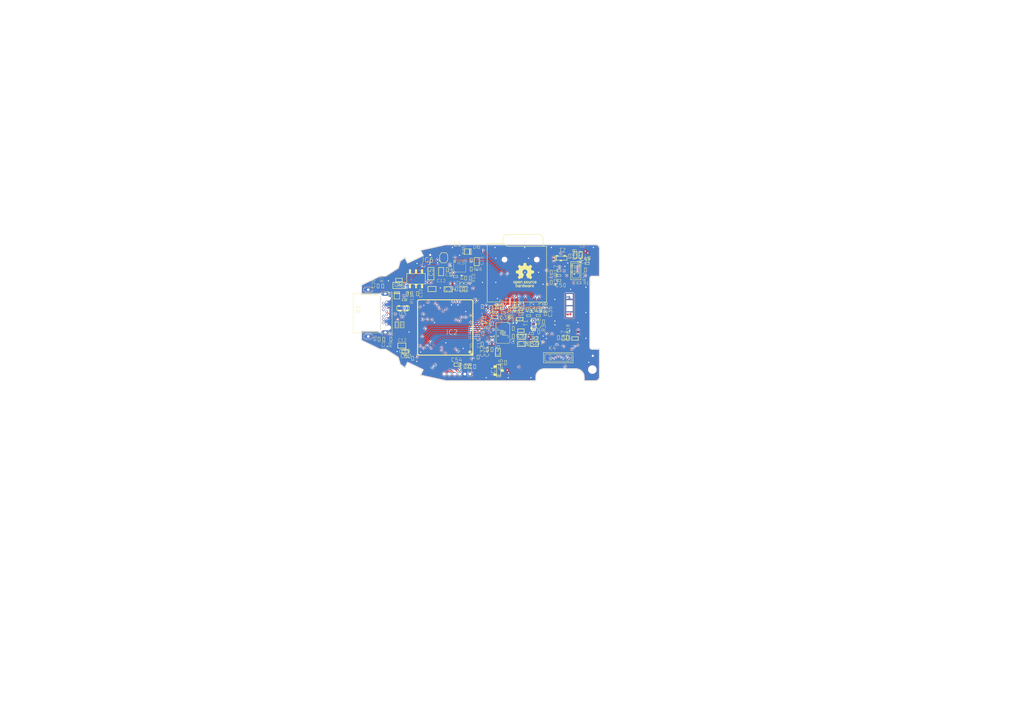
<source format=kicad_pcb>
(kicad_pcb (version 20171130) (host pcbnew "(5.1.9-0-10_14)")
  (layers (0 Top signal) (1 Route2 signal) (2 Route15 signal hide) (31 Bottom signal) (34 B.Paste user) (35 F.Paste user) (36 B.SilkS user) (37 F.SilkS user) (38 B.Mask user) (39 F.Mask user) (44 Edge.Cuts user))
  (net 0 "")
  (net 1 VCC)
  (net 2 GND)
  (net 3 VCC-2)
  (net 4 N$14)
  (net 5 N$15)
  (net 6 N$65)
  (net 7 N$66)
  (net 8 /VBUS)
  (net 9 "Net-(D1-PadK)")
  (net 10 /DN)
  (net 11 /DP)
  (net 12 "Net-(IC2-Pad7)")
  (net 13 "Net-(IC2-Pad66)")
  (net 14 "Net-(IC2-Pad65)")
  (net 15 "Net-(IC2-Pad80)")
  (net 16 "Net-(C22-Pad2)")
  (net 17 "Net-(IC2-Pad83)")
  (net 18 "Net-(IC2-Pad79)")
  (net 19 "Net-(IC2-Pad78)")
  (net 20 "Net-(IC2-Pad98)")
  (net 21 "Net-(IC2-Pad97)")
  (net 22 "Net-(IC2-Pad96)")
  (net 23 "Net-(IC2-Pad95)")
  (net 24 "Net-(IC2-Pad93)")
  (net 25 "Net-(IC2-Pad92)")
  (net 26 "Net-(IC2-Pad91)")
  (net 27 "Net-(IC2-Pad90)")
  (net 28 "Net-(IC2-Pad89)")
  (net 29 "Net-(IC2-Pad88)")
  (net 30 "Net-(IC2-Pad87)")
  (net 31 "Net-(IC2-Pad86)")
  (net 32 "Net-(IC2-Pad85)")
  (net 33 "Net-(IC2-Pad84)")
  (net 34 "Net-(IC2-Pad82)")
  (net 35 "Net-(IC2-Pad81)")
  (net 36 "Net-(IC2-Pad77)")
  (net 37 "Net-(IC2-Pad76)")
  (net 38 "Net-(C12-Pad2)")
  (net 39 "Net-(IC2-Pad72)")
  (net 40 "Net-(IC2-Pad71)")
  (net 41 "Net-(IC2-Pad70)")
  (net 42 "Net-(IC2-Pad69)")
  (net 43 "Net-(IC2-Pad68)")
  (net 44 "Net-(IC2-Pad67)")
  (net 45 "Net-(IC2-Pad64)")
  (net 46 "Net-(IC2-Pad63)")
  (net 47 "Net-(IC2-Pad62)")
  (net 48 "Net-(IC2-Pad61)")
  (net 49 "Net-(IC2-Pad60)")
  (net 50 "Net-(IC2-Pad59)")
  (net 51 "Net-(IC2-Pad58)")
  (net 52 "Net-(IC2-Pad57)")
  (net 53 "Net-(IC2-Pad56)")
  (net 54 "Net-(IC2-Pad55)")
  (net 55 /HS_VBUS)
  (net 56 "Net-(IC2-Pad51)")
  (net 57 "Net-(C13-Pad2)")
  (net 58 "Net-(IC2-Pad48)")
  (net 59 /TOUCH_ON)
  (net 60 "Net-(IC2-Pad46)")
  (net 61 "Net-(IC2-Pad45)")
  (net 62 "Net-(IC2-Pad44)")
  (net 63 "Net-(IC2-Pad43)")
  (net 64 "Net-(IC2-Pad42)")
  (net 65 "Net-(IC2-Pad41)")
  (net 66 "Net-(IC2-Pad40)")
  (net 67 "Net-(IC2-Pad39)")
  (net 68 "Net-(IC2-Pad38)")
  (net 69 "Net-(IC2-Pad37)")
  (net 70 "Net-(IC2-Pad36)")
  (net 71 "Net-(IC2-Pad35)")
  (net 72 /REST)
  (net 73 /MCU_EINT)
  (net 74 /PWM)
  (net 75 "Net-(IC2-Pad31)")
  (net 76 "Net-(IC2-Pad30)")
  (net 77 "Net-(IC2-Pad29)")
  (net 78 /SBU2)
  (net 79 /SBU1)
  (net 80 "Net-(IC2-Pad24)")
  (net 81 "Net-(IC2-Pad23)")
  (net 82 "Net-(C21-PadP$2)")
  (net 83 "Net-(IC2-Pad18)")
  (net 84 "Net-(IC2-Pad17)")
  (net 85 "Net-(IC2-Pad16)")
  (net 86 /SD_ON)
  (net 87 "Net-(C20-PadP$2)")
  (net 88 "Net-(C3-PadP$2)")
  (net 89 "Net-(C2-PadP$2)")
  (net 90 "Net-(IC2-Pad9)")
  (net 91 "Net-(IC2-Pad8)")
  (net 92 "Net-(IC2-Pad5)")
  (net 93 "Net-(IC2-Pad4)")
  (net 94 "Net-(IC2-Pad3)")
  (net 95 "Net-(IC2-Pad2)")
  (net 96 "Net-(IC2-Pad1)")
  (net 97 "Net-(IC5-Pad2)")
  (net 98 /LEDK)
  (net 99 "Net-(IC5-Pad5)")
  (net 100 "Net-(IC5-Pad7)")
  (net 101 "Net-(D6-PadA)")
  (net 102 /LEDA)
  (net 103 "Net-(IC6-Pad3)")
  (net 104 "Net-(C18-PadP$2)")
  (net 105 "Net-(K6-Pad8)")
  (net 106 VBAT)
  (net 107 "Net-(K6-Pad4)")
  (net 108 "Net-(C58-PadP$2)")
  (net 109 "Net-(C1-PadP$2)")
  (net 110 "Net-(C25-PadP$2)")
  (net 111 /CC2)
  (net 112 /CC1)
  (net 113 "Net-(C36-PadP$1)")
  (net 114 "Net-(C37-PadP$1)")
  (net 115 "Net-(C38-PadP$1)")
  (net 116 "Net-(C39-PadP$1)")
  (net 117 "Net-(C40-PadP$1)")
  (net 118 "Net-(C43-PadP$1)")
  (net 119 "Net-(C48-PadP$2)")
  (net 120 "Net-(C50-PadP$2)")
  (module Symbol:OSHW-Logo_5.7x6mm_SilkScreen (layer Top) (at 159.5 95.7)
    (fp_text reference REF** hide)
    (fp_text value OSHW-Logo_5.7x6mm_SilkScreen hide)
  )
  (module CYM1A113:USB_C_JAE_DX07B024XJ1 (layer Top) (at 120.7 105.1 270)
    (fp_text reference K1 (at 0 3 90) (layer F.SilkS) (effects (font (size 0.95 0.95) (thickness 0.08)) (justify left top)))
    (fp_text value DX07B024XJ1R1300)
    (pad A6 smd rect (at -0.25 -5.76) (size 1.1 0.3) (layers Top F.Mask) (net 11 /DP))
    (pad A7 smd rect (at 0.25 -5.76) (size 1.1 0.3) (layers Top F.Mask) (net 10 /DN))
    (pad A5 smd rect (at -0.75 -5.76) (size 1.1 0.3) (layers Top F.Mask) (net 112 /CC1))
    (pad A8 smd rect (at 0.75 -5.76) (size 1.1 0.3) (layers Top F.Mask))
    (pad A4 smd rect (at -1.25 -5.76) (size 1.1 0.3) (layers Top F.Mask) (net 8 /VBUS))
    (pad A9 smd rect (at 1.25 -5.76) (size 1.1 0.3) (layers Top F.Mask))
    (pad A3 smd rect (at -1.75 -5.76) (size 1.1 0.3) (layers Top F.Mask))
    (pad A10 smd rect (at 1.75 -5.76) (size 1.1 0.3) (layers Top F.Mask))
    (pad A2 smd rect (at -2.25 -5.76) (size 1.1 0.3) (layers Top F.Mask))
    (pad A11 smd rect (at 2.25 -5.76) (size 1.1 0.3) (layers Top F.Mask))
    (pad A1 smd rect (at -2.75 -5.76) (size 1.1 0.3) (layers Top F.Mask))
    (pad A12 smd rect (at 2.75 -5.76) (size 1.1 0.3) (layers Top F.Mask))
    (pad B12 thru_hole circle (at -2.8 -4.55 270) (size 0.6 0.6) (drill 0.4) (layers *.Cu *.Mask))
    (pad B11 thru_hole circle (at -2.4 -3.75 270) (size 0.6 0.6) (drill 0.4) (layers *.Cu *.Mask))
    (pad B10 thru_hole circle (at -1.6 -3.75 270) (size 0.6 0.6) (drill 0.4) (layers *.Cu *.Mask))
    (pad B8 thru_hole circle (at -0.8 -3.75 270) (size 0.6 0.6) (drill 0.4) (layers *.Cu *.Mask))
    (pad B9 thru_hole circle (at -1.35 -4.55 270) (size 0.6 0.6) (drill 0.4) (layers *.Cu *.Mask) (net 8 /VBUS))
    (pad B7 thru_hole circle (at -0.4 -4.55 270) (size 0.6 0.6) (drill 0.4) (layers *.Cu *.Mask) (net 10 /DN))
    (pad B6 thru_hole circle (at 0.4 -4.55 270) (size 0.6 0.6) (drill 0.4) (layers *.Cu *.Mask) (net 11 /DP))
    (pad B4 thru_hole circle (at 1.35 -4.55 270) (size 0.6 0.6) (drill 0.4) (layers *.Cu *.Mask))
    (pad B5 thru_hole circle (at 0.8 -3.75 270) (size 0.6 0.6) (drill 0.4) (layers *.Cu *.Mask))
    (pad B3 thru_hole circle (at 1.6 -3.75 270) (size 0.6 0.6) (drill 0.4) (layers *.Cu *.Mask))
    (pad B2 thru_hole circle (at 2.4 -3.75 270) (size 0.6 0.6) (drill 0.4) (layers *.Cu *.Mask))
    (pad B1 thru_hole circle (at 2.8 -4.55 270) (size 0.6 0.6) (drill 0.4) (layers *.Cu *.Mask))
    (pad "" np_thru_hole circle (at -3.6 -5.1 270) (size 0.8 0.8) (drill 0.8) (layers *.Cu *.Mask))
    (pad "" np_thru_hole circle (at 3.6 -5.1 270) (size 0.9 0.9) (drill 0.9) (layers *.Cu *.Mask))
    (pad SH1 thru_hole oval (at -4.8 -4.225) (size 2 1) (drill 0.6) (layers *.Cu *.Mask) (net 110 "Net-(C25-PadP$2)"))
    (pad SH4 thru_hole oval (at 4.8 -4.225) (size 2 1) (drill 0.6) (layers *.Cu *.Mask))
    (pad SH2 thru_hole oval (at -5.8 0) (size 2.2 1.1) (drill 0.6) (layers *.Cu *.Mask) (net 110 "Net-(C25-PadP$2)"))
    (pad SH3 thru_hole oval (at 5.8 0) (size 2.2 1.1) (drill 0.6) (layers *.Cu *.Mask))
    (pad "" np_thru_hole circle (at -4.5 -2.85 270) (size 0.5 0.5) (drill 0.5) (layers *.Cu *.Mask))
    (pad "" np_thru_hole circle (at 4.5 -2.85 270) (size 0.5 0.5) (drill 0.5) (layers *.Cu *.Mask))
  )
  (module "" (layer Top) (at 176.2011 119.1036)
    (fp_text reference @HOLE0 hide)
    (fp_text value "" (at 0 0) (layer F.SilkS) (effects (font (size 1.27 1.27))))
    (pad "" np_thru_hole circle (at 0 0) (size 1.9 1.9) (drill 1.9) (layers *.Cu *.Mask))
  )
  (module CYM1A113:SOD323F (layer Top) (at 127.8011 100.7036 90)
    (fp_text reference D1 (at -0.713 -1.1045 90) (layer F.SilkS) (effects (font (size 0.9652 0.9652) (thickness 0.077216)) (justify left bottom)))
    (fp_text value PMEG3005)
    (pad A smd rect (at -1.1 0 90) (size 0.6 0.6) (layers Top F.Paste F.Mask) (net 8 /VBUS))
    (pad K smd rect (at 1.1 0 90) (size 0.6 0.6) (layers Top F.Paste F.Mask) (net 9 "Net-(D1-PadK)"))
  )
  (module CYM1A113:SOT143B_REFLOW (layer Top) (at 129.3011 103.9036)
    (fp_text reference D3 (at -1.078 1.9) (layer F.SilkS) (effects (font (size 0.9652 0.9652) (thickness 0.077216)) (justify left bottom)))
    (fp_text value PRTR5V0U2X)
    (pad 4 smd rect (at -1.048 -1.028 90) (size 0.8 0.8) (layers Top F.Paste F.Mask) (net 8 /VBUS))
    (pad 3 smd rect (at 1.048 -1.028 90) (size 0.8 0.8) (layers Top F.Paste F.Mask) (net 10 /DN))
    (pad 2 smd rect (at 1.053 1.028 90) (size 0.8 0.8) (layers Top F.Paste F.Mask) (net 11 /DP))
    (pad 1 smd rect (at -0.848 1.028 270) (size 0.8 1.2) (layers Top F.Paste F.Mask) (net 2 GND))
  )
  (module CYM1A113:ATTEND_112J-TXAR-R01_SMALL (layer Top) (at 157.5011 91.8536 180)
    (fp_text reference K3 hide)
    (fp_text value ATTEND_112J-TDAR-R01 hide)
    (pad GND@4 smd rect (at 6.85 -10 270) (size 1.6 1.8) (layers Top F.Paste F.Mask) (net 2 GND))
    (pad GND@1 smd rect (at -7.75 -10 270) (size 1.4 1.2) (layers Top F.Paste F.Mask) (net 2 GND))
    (pad GND@3 smd rect (at 7.75 -0.4 270) (size 2.4 1.4) (layers Top F.Paste F.Mask) (net 2 GND))
    (pad GND@2 smd rect (at -7.75 -0.4 270) (size 2.4 1.4) (layers Top F.Paste F.Mask) (net 2 GND))
    (pad CD smd rect (at -6.5 -10.4 270) (size 1.6 0.7) (layers Top F.Paste F.Mask) (net 12 "Net-(IC2-Pad7)"))
    (pad 8 smd rect (at -5.45 -10.4 270) (size 1.6 0.8) (layers Top F.Paste F.Mask) (net 13 "Net-(IC2-Pad66)"))
    (pad 7 smd rect (at -4.35 -10.4 270) (size 1.6 0.8) (layers Top F.Paste F.Mask) (net 14 "Net-(IC2-Pad65)"))
    (pad 6 smd rect (at -3.25 -10.4 270) (size 1.6 0.8) (layers Top F.Paste F.Mask) (net 2 GND))
    (pad 5 smd rect (at -2.15 -10.4 270) (size 1.6 0.8) (layers Top F.Paste F.Mask) (net 15 "Net-(IC2-Pad80)"))
    (pad 4 smd rect (at -1.05 -10.4 270) (size 1.6 0.8) (layers Top F.Paste F.Mask) (net 16 "Net-(C22-Pad2)"))
    (pad 3 smd rect (at 0.05 -10.4 270) (size 1.6 0.8) (layers Top F.Paste F.Mask) (net 17 "Net-(IC2-Pad83)"))
    (pad 2 smd rect (at 1.15 -10.4 270) (size 1.6 0.8) (layers Top F.Paste F.Mask) (net 18 "Net-(IC2-Pad79)"))
    (pad 1 smd rect (at 2.25 -10.4 270) (size 1.6 0.8) (layers Top F.Paste F.Mask) (net 19 "Net-(IC2-Pad78)"))
    (pad "" np_thru_hole circle (at 3.05 0 180) (size 1.2 1.2) (drill 1.2) (layers *.Cu *.Mask))
    (pad "" np_thru_hole circle (at -4.95 0 180) (size 1.2 1.2) (drill 1.2) (layers *.Cu *.Mask))
  )
  (module CYM1A113:LQFP100_NO_CENTER_NO_TDOCU (layer Top) (at 139.7671 108.6686 180)
    (fp_text reference IC2 (at -3.2 -0.5001 180) (layer F.SilkS) (effects (font (size 1.2065 1.2065) (thickness 0.1016)) (justify right top)))
    (fp_text value STM32F427VIT6)
    (pad 100 smd rect (at -6 -7.725 90) (size 1.35 0.29) (layers Top F.Paste F.Mask) (net 3 VCC-2))
    (pad 99 smd rect (at -5.5 -7.725 90) (size 1.35 0.29) (layers Top F.Paste F.Mask) (net 2 GND))
    (pad 98 smd rect (at -5 -7.725 90) (size 1.35 0.29) (layers Top F.Paste F.Mask) (net 20 "Net-(IC2-Pad98)"))
    (pad 97 smd rect (at -4.5 -7.725 90) (size 1.35 0.29) (layers Top F.Paste F.Mask) (net 21 "Net-(IC2-Pad97)"))
    (pad 96 smd rect (at -4 -7.725 90) (size 1.35 0.29) (layers Top F.Paste F.Mask) (net 22 "Net-(IC2-Pad96)"))
    (pad 95 smd rect (at -3.5 -7.725 90) (size 1.35 0.29) (layers Top F.Paste F.Mask) (net 23 "Net-(IC2-Pad95)"))
    (pad 94 smd rect (at -3 -7.725 90) (size 1.35 0.29) (layers Top F.Paste F.Mask) (net 2 GND))
    (pad 93 smd rect (at -2.5 -7.725 90) (size 1.35 0.29) (layers Top F.Paste F.Mask) (net 24 "Net-(IC2-Pad93)"))
    (pad 92 smd rect (at -2 -7.725 90) (size 1.35 0.29) (layers Top F.Paste F.Mask) (net 25 "Net-(IC2-Pad92)"))
    (pad 91 smd rect (at -1.5 -7.725 90) (size 1.35 0.29) (layers Top F.Paste F.Mask) (net 26 "Net-(IC2-Pad91)"))
    (pad 90 smd rect (at -1 -7.725 90) (size 1.35 0.29) (layers Top F.Paste F.Mask) (net 27 "Net-(IC2-Pad90)"))
    (pad 89 smd rect (at -0.5 -7.725 90) (size 1.35 0.29) (layers Top F.Paste F.Mask) (net 28 "Net-(IC2-Pad89)"))
    (pad 88 smd rect (at 0 -7.725 90) (size 1.35 0.29) (layers Top F.Paste F.Mask) (net 29 "Net-(IC2-Pad88)"))
    (pad 87 smd rect (at 0.5 -7.725 90) (size 1.35 0.29) (layers Top F.Paste F.Mask) (net 30 "Net-(IC2-Pad87)"))
    (pad 86 smd rect (at 1 -7.725 90) (size 1.35 0.29) (layers Top F.Paste F.Mask) (net 31 "Net-(IC2-Pad86)"))
    (pad 85 smd rect (at 1.5 -7.725 90) (size 1.35 0.29) (layers Top F.Paste F.Mask) (net 32 "Net-(IC2-Pad85)"))
    (pad 84 smd rect (at 2 -7.725 90) (size 1.35 0.29) (layers Top F.Paste F.Mask) (net 33 "Net-(IC2-Pad84)"))
    (pad 83 smd rect (at 2.5 -7.725 90) (size 1.35 0.29) (layers Top F.Paste F.Mask) (net 17 "Net-(IC2-Pad83)"))
    (pad 82 smd rect (at 3 -7.725 90) (size 1.35 0.29) (layers Top F.Paste F.Mask) (net 34 "Net-(IC2-Pad82)"))
    (pad 81 smd rect (at 3.5 -7.725 90) (size 1.35 0.29) (layers Top F.Paste F.Mask) (net 35 "Net-(IC2-Pad81)"))
    (pad 80 smd rect (at 4 -7.725 90) (size 1.35 0.29) (layers Top F.Paste F.Mask) (net 15 "Net-(IC2-Pad80)"))
    (pad 79 smd rect (at 4.5 -7.725 90) (size 1.35 0.29) (layers Top F.Paste F.Mask) (net 18 "Net-(IC2-Pad79)"))
    (pad 78 smd rect (at 5 -7.725 90) (size 1.35 0.29) (layers Top F.Paste F.Mask) (net 19 "Net-(IC2-Pad78)"))
    (pad 77 smd rect (at 5.5 -7.725 90) (size 1.35 0.29) (layers Top F.Paste F.Mask) (net 36 "Net-(IC2-Pad77)"))
    (pad 76 smd rect (at 6 -7.725 90) (size 1.35 0.29) (layers Top F.Paste F.Mask) (net 37 "Net-(IC2-Pad76)"))
    (pad 75 smd rect (at 7.725 -6) (size 1.35 0.29) (layers Top F.Paste F.Mask) (net 3 VCC-2))
    (pad 74 smd rect (at 7.725 -5.5) (size 1.35 0.29) (layers Top F.Paste F.Mask) (net 2 GND))
    (pad 73 smd rect (at 7.725 -5) (size 1.35 0.29) (layers Top F.Paste F.Mask) (net 38 "Net-(C12-Pad2)"))
    (pad 72 smd rect (at 7.725 -4.5) (size 1.35 0.29) (layers Top F.Paste F.Mask) (net 39 "Net-(IC2-Pad72)"))
    (pad 71 smd rect (at 7.725 -4) (size 1.35 0.29) (layers Top F.Paste F.Mask) (net 40 "Net-(IC2-Pad71)"))
    (pad 70 smd rect (at 7.725 -3.5) (size 1.35 0.29) (layers Top F.Paste F.Mask) (net 41 "Net-(IC2-Pad70)"))
    (pad 69 smd rect (at 7.725 -3) (size 1.35 0.29) (layers Top F.Paste F.Mask) (net 42 "Net-(IC2-Pad69)"))
    (pad 68 smd rect (at 7.725 -2.5) (size 1.35 0.29) (layers Top F.Paste F.Mask) (net 43 "Net-(IC2-Pad68)"))
    (pad 67 smd rect (at 7.725 -2) (size 1.35 0.29) (layers Top F.Paste F.Mask) (net 44 "Net-(IC2-Pad67)"))
    (pad 66 smd rect (at 7.725 -1.5) (size 1.35 0.29) (layers Top F.Paste F.Mask) (net 13 "Net-(IC2-Pad66)"))
    (pad 65 smd rect (at 7.725 -1) (size 1.35 0.29) (layers Top F.Paste F.Mask) (net 14 "Net-(IC2-Pad65)"))
    (pad 64 smd rect (at 7.725 -0.5) (size 1.35 0.29) (layers Top F.Paste F.Mask) (net 45 "Net-(IC2-Pad64)"))
    (pad 63 smd rect (at 7.725 0) (size 1.35 0.29) (layers Top F.Paste F.Mask) (net 46 "Net-(IC2-Pad63)"))
    (pad 62 smd rect (at 7.725 0.5) (size 1.35 0.29) (layers Top F.Paste F.Mask) (net 47 "Net-(IC2-Pad62)"))
    (pad 61 smd rect (at 7.725 1) (size 1.35 0.29) (layers Top F.Paste F.Mask) (net 48 "Net-(IC2-Pad61)"))
    (pad 60 smd rect (at 7.725 1.5) (size 1.35 0.29) (layers Top F.Paste F.Mask) (net 49 "Net-(IC2-Pad60)"))
    (pad 59 smd rect (at 7.725 2) (size 1.35 0.29) (layers Top F.Paste F.Mask) (net 50 "Net-(IC2-Pad59)"))
    (pad 58 smd rect (at 7.725 2.5) (size 1.35 0.29) (layers Top F.Paste F.Mask) (net 51 "Net-(IC2-Pad58)"))
    (pad 57 smd rect (at 7.725 3) (size 1.35 0.29) (layers Top F.Paste F.Mask) (net 52 "Net-(IC2-Pad57)"))
    (pad 56 smd rect (at 7.725 3.5) (size 1.35 0.29) (layers Top F.Paste F.Mask) (net 53 "Net-(IC2-Pad56)"))
    (pad 55 smd rect (at 7.725 4) (size 1.35 0.29) (layers Top F.Paste F.Mask) (net 54 "Net-(IC2-Pad55)"))
    (pad 54 smd rect (at 7.725 4.5) (size 1.35 0.29) (layers Top F.Paste F.Mask) (net 11 /DP))
    (pad 53 smd rect (at 7.725 5) (size 1.35 0.29) (layers Top F.Paste F.Mask) (net 10 /DN))
    (pad 52 smd rect (at 7.725 5.5) (size 1.35 0.29) (layers Top F.Paste F.Mask) (net 55 /HS_VBUS))
    (pad 51 smd rect (at 7.725 6) (size 1.35 0.29) (layers Top F.Paste F.Mask) (net 56 "Net-(IC2-Pad51)"))
    (pad 50 smd rect (at 6 7.725 270) (size 1.35 0.29) (layers Top F.Paste F.Mask) (net 3 VCC-2))
    (pad 49 smd rect (at 5.5 7.725 270) (size 1.35 0.29) (layers Top F.Paste F.Mask) (net 57 "Net-(C13-Pad2)"))
    (pad 48 smd rect (at 5 7.725 270) (size 1.35 0.29) (layers Top F.Paste F.Mask) (net 58 "Net-(IC2-Pad48)"))
    (pad 47 smd rect (at 4.5 7.725 270) (size 1.35 0.29) (layers Top F.Paste F.Mask) (net 59 /TOUCH_ON))
    (pad 46 smd rect (at 4 7.725 270) (size 1.35 0.29) (layers Top F.Paste F.Mask) (net 60 "Net-(IC2-Pad46)"))
    (pad 45 smd rect (at 3.5 7.725 270) (size 1.35 0.29) (layers Top F.Paste F.Mask) (net 61 "Net-(IC2-Pad45)"))
    (pad 44 smd rect (at 3 7.725 270) (size 1.35 0.29) (layers Top F.Paste F.Mask) (net 62 "Net-(IC2-Pad44)"))
    (pad 43 smd rect (at 2.5 7.725 270) (size 1.35 0.29) (layers Top F.Paste F.Mask) (net 63 "Net-(IC2-Pad43)"))
    (pad 42 smd rect (at 2 7.725 270) (size 1.35 0.29) (layers Top F.Paste F.Mask) (net 64 "Net-(IC2-Pad42)"))
    (pad 41 smd rect (at 1.5 7.725 270) (size 1.35 0.29) (layers Top F.Paste F.Mask) (net 65 "Net-(IC2-Pad41)"))
    (pad 40 smd rect (at 1 7.725 270) (size 1.35 0.29) (layers Top F.Paste F.Mask) (net 66 "Net-(IC2-Pad40)"))
    (pad 39 smd rect (at 0.5 7.725 270) (size 1.35 0.29) (layers Top F.Paste F.Mask) (net 67 "Net-(IC2-Pad39)"))
    (pad 38 smd rect (at 0 7.725 270) (size 1.35 0.29) (layers Top F.Paste F.Mask) (net 68 "Net-(IC2-Pad38)"))
    (pad 37 smd rect (at -0.5 7.725 270) (size 1.35 0.29) (layers Top F.Paste F.Mask) (net 69 "Net-(IC2-Pad37)"))
    (pad 36 smd rect (at -1 7.725 270) (size 1.35 0.29) (layers Top F.Paste F.Mask) (net 70 "Net-(IC2-Pad36)"))
    (pad 35 smd rect (at -1.5 7.725 270) (size 1.35 0.29) (layers Top F.Paste F.Mask) (net 71 "Net-(IC2-Pad35)"))
    (pad 34 smd rect (at -2 7.725 270) (size 1.35 0.29) (layers Top F.Paste F.Mask) (net 72 /REST))
    (pad 33 smd rect (at -2.5 7.725 270) (size 1.35 0.29) (layers Top F.Paste F.Mask) (net 73 /MCU_EINT))
    (pad 32 smd rect (at -3 7.725 270) (size 1.35 0.29) (layers Top F.Paste F.Mask) (net 74 /PWM))
    (pad 31 smd rect (at -3.5 7.725 270) (size 1.35 0.29) (layers Top F.Paste F.Mask) (net 75 "Net-(IC2-Pad31)"))
    (pad 30 smd rect (at -4 7.725 270) (size 1.35 0.29) (layers Top F.Paste F.Mask) (net 76 "Net-(IC2-Pad30)"))
    (pad 29 smd rect (at -4.5 7.725 270) (size 1.35 0.29) (layers Top F.Paste F.Mask) (net 77 "Net-(IC2-Pad29)"))
    (pad 28 smd rect (at -5 7.725 270) (size 1.35 0.29) (layers Top F.Paste F.Mask) (net 3 VCC-2))
    (pad 27 smd rect (at -5.5 7.725 270) (size 1.35 0.29) (layers Top F.Paste F.Mask) (net 2 GND))
    (pad 26 smd rect (at -6 7.725 270) (size 1.35 0.29) (layers Top F.Paste F.Mask) (net 78 /SBU2))
    (pad 25 smd rect (at -7.725 6 180) (size 1.35 0.29) (layers Top F.Paste F.Mask) (net 79 /SBU1))
    (pad 24 smd rect (at -7.725 5.5 180) (size 1.35 0.29) (layers Top F.Paste F.Mask) (net 80 "Net-(IC2-Pad24)"))
    (pad 23 smd rect (at -7.725 5 180) (size 1.35 0.29) (layers Top F.Paste F.Mask) (net 81 "Net-(IC2-Pad23)"))
    (pad 22 smd rect (at -7.725 4.5 180) (size 1.35 0.29) (layers Top F.Paste F.Mask) (net 3 VCC-2))
    (pad 21 smd rect (at -7.725 4 180) (size 1.35 0.29) (layers Top F.Paste F.Mask) (net 82 "Net-(C21-PadP$2)"))
    (pad 20 smd rect (at -7.725 3.5 180) (size 1.35 0.29) (layers Top F.Paste F.Mask) (net 2 GND))
    (pad 19 smd rect (at -7.725 3 180) (size 1.35 0.29) (layers Top F.Paste F.Mask) (net 3 VCC-2))
    (pad 18 smd rect (at -7.725 2.5 180) (size 1.35 0.29) (layers Top F.Paste F.Mask) (net 83 "Net-(IC2-Pad18)"))
    (pad 17 smd rect (at -7.725 2 180) (size 1.35 0.29) (layers Top F.Paste F.Mask) (net 84 "Net-(IC2-Pad17)"))
    (pad 16 smd rect (at -7.725 1.5 180) (size 1.35 0.29) (layers Top F.Paste F.Mask) (net 85 "Net-(IC2-Pad16)"))
    (pad 15 smd rect (at -7.725 1 180) (size 1.35 0.29) (layers Top F.Paste F.Mask) (net 86 /SD_ON))
    (pad 14 smd rect (at -7.725 0.5 180) (size 1.35 0.29) (layers Top F.Paste F.Mask) (net 87 "Net-(C20-PadP$2)"))
    (pad 13 smd rect (at -7.725 0 180) (size 1.35 0.29) (layers Top F.Paste F.Mask) (net 88 "Net-(C3-PadP$2)"))
    (pad 12 smd rect (at -7.725 -0.5 180) (size 1.35 0.29) (layers Top F.Paste F.Mask) (net 89 "Net-(C2-PadP$2)"))
    (pad 11 smd rect (at -7.725 -1 180) (size 1.35 0.29) (layers Top F.Paste F.Mask) (net 3 VCC-2))
    (pad 10 smd rect (at -7.725 -1.5 180) (size 1.35 0.29) (layers Top F.Paste F.Mask) (net 2 GND))
    (pad 9 smd rect (at -7.725 -2 180) (size 1.35 0.29) (layers Top F.Paste F.Mask) (net 90 "Net-(IC2-Pad9)"))
    (pad 8 smd rect (at -7.725 -2.5 180) (size 1.35 0.29) (layers Top F.Paste F.Mask) (net 91 "Net-(IC2-Pad8)"))
    (pad 7 smd rect (at -7.725 -3 180) (size 1.35 0.29) (layers Top F.Paste F.Mask) (net 12 "Net-(IC2-Pad7)"))
    (pad 6 smd rect (at -7.725 -3.5 180) (size 1.35 0.29) (layers Top F.Paste F.Mask) (net 3 VCC-2))
    (pad 5 smd rect (at -7.725 -4 180) (size 1.35 0.29) (layers Top F.Paste F.Mask) (net 92 "Net-(IC2-Pad5)"))
    (pad 4 smd rect (at -7.725 -4.5 180) (size 1.35 0.29) (layers Top F.Paste F.Mask) (net 93 "Net-(IC2-Pad4)"))
    (pad 3 smd rect (at -7.725 -5 180) (size 1.35 0.29) (layers Top F.Paste F.Mask) (net 94 "Net-(IC2-Pad3)"))
    (pad 2 smd rect (at -7.725 -5.5 180) (size 1.35 0.29) (layers Top F.Paste F.Mask) (net 95 "Net-(IC2-Pad2)"))
    (pad 1 smd rect (at -7.725 -6 180) (size 1.35 0.29) (layers Top F.Paste F.Mask) (net 96 "Net-(IC2-Pad1)"))
  )
  (module CYM1A113:X6,0X3,5 (layer Top) (at 154.0511 110.0036 90)
    (fp_text reference X1 (at -2.34 -2.025 90) (layer F.SilkS) (effects (font (size 0.9652 0.9652) (thickness 0.14478)) (justify left bottom)))
    (fp_text value "CTS406 8MHz")
    (pad 4 smd rect (at -2.275 -1.1 90) (size 1.65 1.3) (layers Top F.Paste F.Mask) (net 2 GND))
    (pad 3 smd rect (at 2.275 -1.1 90) (size 1.65 1.3) (layers Top F.Paste F.Mask) (net 88 "Net-(C3-PadP$2)"))
    (pad 2 smd rect (at 2.275 1.1 90) (size 1.65 1.3) (layers Top F.Paste F.Mask) (net 2 GND))
    (pad 1 smd rect (at -2.275 1.1 90) (size 1.65 1.3) (layers Top F.Paste F.Mask) (net 89 "Net-(C2-PadP$2)"))
  )
  (module CYM1A113:0402 (layer Top) (at 156.6011 110.8536 90)
    (fp_text reference C2 (at -2.005 0.365 90) (layer F.SilkS) (effects (font (size 0.76 0.76) (thickness 0.0608)) (justify left bottom)))
    (fp_text value 22p)
    (pad P$2 smd rect (at 0.508 0 90) (size 0.5 0.75) (layers Top F.Paste F.Mask) (net 89 "Net-(C2-PadP$2)"))
    (pad P$1 smd rect (at -0.508 0 90) (size 0.5 0.75) (layers Top F.Paste F.Mask) (net 2 GND))
  )
  (module CYM1A113:0402 (layer Top) (at 156.6011 108.9036 270)
    (fp_text reference C3 (at -2.205 0.465 90) (layer F.SilkS) (effects (font (size 0.76 0.76) (thickness 0.0608)) (justify left bottom)))
    (fp_text value 22p)
    (pad P$2 smd rect (at 0.508 0 270) (size 0.5 0.75) (layers Top F.Paste F.Mask) (net 88 "Net-(C3-PadP$2)"))
    (pad P$1 smd rect (at -0.508 0 270) (size 0.5 0.75) (layers Top F.Paste F.Mask) (net 2 GND))
  )
  (module CYM1A113:0603_REFLOW (layer Top) (at 128.3011 96.9036)
    (fp_text reference C4 (at -1.27 1.778) (layer F.SilkS) (effects (font (size 0.9652 0.9652) (thickness 0.08128)) (justify left bottom)))
    (fp_text value 1u)
    (pad 2 smd rect (at 0.8 0) (size 0.5 0.9) (layers Top F.Paste F.Mask) (net 1 VCC))
    (pad 1 smd rect (at -0.8 0) (size 0.5 0.9) (layers Top F.Paste F.Mask) (net 2 GND))
  )
  (module CYM1A113:0603 (layer Top) (at 136.2111 95.3446 270)
    (fp_text reference C5 (at -1.27 0.508 270) (layer F.SilkS) (effects (font (size 0.9652 0.9652) (thickness 0.08128)) (justify right top)))
    (fp_text value 1u)
    (pad 2 smd rect (at 0.8 0 270) (size 0.8 1) (layers Top F.Paste F.Mask) (net 3 VCC-2))
    (pad 1 smd rect (at -0.8 0 270) (size 0.8 1) (layers Top F.Paste F.Mask) (net 2 GND))
  )
  (module CYM1A113:0402 (layer Top) (at 131.7011 116.3036 90)
    (fp_text reference C6 (at 0.667 -1.403 90) (layer F.SilkS) (effects (font (size 0.9652 0.9652) (thickness 0.077216)) (justify left bottom)))
    (fp_text value 10n)
    (pad P$2 smd rect (at 0.508 0 90) (size 0.5 0.75) (layers Top F.Paste F.Mask) (net 3 VCC-2))
    (pad P$1 smd rect (at -0.508 0 90) (size 0.5 0.75) (layers Top F.Paste F.Mask) (net 2 GND))
  )
  (module CYM1A113:0402 (layer Top) (at 144.8011 99.1036 270)
    (fp_text reference C7 (at -0.605 1.265 90) (layer F.SilkS) (effects (font (size 0.76 0.76) (thickness 0.0608)) (justify left bottom)))
    (fp_text value 100n)
    (pad P$2 smd rect (at 0.508 0 270) (size 0.5 0.75) (layers Top F.Paste F.Mask) (net 3 VCC-2))
    (pad P$1 smd rect (at -0.508 0 270) (size 0.5 0.75) (layers Top F.Paste F.Mask) (net 2 GND))
  )
  (module CYM1A113:0402 (layer Top) (at 145.8511 118.3536 90)
    (fp_text reference C8 (at -0.605 -0.435 90) (layer F.SilkS) (effects (font (size 0.76 0.76) (thickness 0.0608)) (justify left bottom)))
    (fp_text value 10n)
    (pad P$2 smd rect (at 0.508 0 90) (size 0.5 0.75) (layers Top F.Paste F.Mask) (net 3 VCC-2))
    (pad P$1 smd rect (at -0.508 0 90) (size 0.5 0.75) (layers Top F.Paste F.Mask) (net 2 GND))
  )
  (module CYM1A113:0402 (layer Top) (at 148.9381 103.4806 270)
    (fp_text reference C9 (at -0.705 1.365 90) (layer F.SilkS) (effects (font (size 0.76 0.76) (thickness 0.0608)) (justify left bottom)))
    (fp_text value 100n)
    (pad P$2 smd rect (at 0.508 0 270) (size 0.5 0.75) (layers Top F.Paste F.Mask) (net 3 VCC-2))
    (pad P$1 smd rect (at -0.508 0 270) (size 0.5 0.75) (layers Top F.Paste F.Mask) (net 2 GND))
  )
  (module CYM1A113:0402 (layer Top) (at 132.9091 100.2866 270)
    (fp_text reference C10 (at 1.039 -1.249 90) (layer F.SilkS) (effects (font (size 0.76 0.76) (thickness 0.0608)) (justify left bottom)))
    (fp_text value 100n)
    (pad P$2 smd rect (at 0.508 0 270) (size 0.5 0.75) (layers Top F.Paste F.Mask) (net 3 VCC-2))
    (pad P$1 smd rect (at -0.508 0 270) (size 0.5 0.75) (layers Top F.Paste F.Mask) (net 2 GND))
  )
  (module CYM1A113:0402 (layer Top) (at 148.9511 112.8036 90)
    (fp_text reference C11 (at -1.005 -0.435 90) (layer F.SilkS) (effects (font (size 0.76 0.76) (thickness 0.0608)) (justify left bottom)))
    (fp_text value 1n)
    (pad P$2 smd rect (at 0.508 0 90) (size 0.5 0.75) (layers Top F.Paste F.Mask) (net 3 VCC-2))
    (pad P$1 smd rect (at -0.508 0 90) (size 0.5 0.75) (layers Top F.Paste F.Mask) (net 2 GND))
  )
  (module CYM1A113:0603 (layer Top) (at 128.3371 98.2626 180)
    (fp_text reference R8 (at -1.27 0.508 180) (layer F.SilkS) (effects (font (size 0.9652 0.9652) (thickness 0.08128)) (justify right top)))
    (fp_text value MF-FSMF020X-2)
    (pad 2 smd rect (at 0.8 0 180) (size 0.8 1) (layers Top F.Paste F.Mask) (net 9 "Net-(D1-PadK)"))
    (pad 1 smd rect (at -0.8 0 180) (size 0.8 1) (layers Top F.Paste F.Mask) (net 1 VCC))
  )
  (module CYM1A113:0805_REFLOW (layer Top) (at 129.0071 113.1606)
    (fp_text reference C12 (at -1.0525 -0.884062) (layer F.SilkS) (effects (font (size 0.76 0.76) (thickness 0.0608)) (justify left bottom)))
    (fp_text value 2u2)
    (pad 1 smd rect (at -0.95 0) (size 0.7 1.3) (layers Top F.Paste F.Mask) (net 2 GND))
    (pad 2 smd rect (at 0.95 0) (size 0.7 1.3) (layers Top F.Paste F.Mask) (net 38 "Net-(C12-Pad2)"))
  )
  (module CYM1A113:0805_REFLOW (layer Top) (at 136.4651 99.1436 180)
    (fp_text reference C13 (at -1.1525 1.615937) (layer F.SilkS) (effects (font (size 0.76 0.76) (thickness 0.0608)) (justify left bottom)))
    (fp_text value 2u2)
    (pad 1 smd rect (at -0.95 0 180) (size 0.7 1.3) (layers Top F.Paste F.Mask) (net 2 GND))
    (pad 2 smd rect (at 0.95 0 180) (size 0.7 1.3) (layers Top F.Paste F.Mask) (net 57 "Net-(C13-Pad2)"))
  )
  (module CYM1A113:WSON-8_3X3MM (layer Top) (at 143.3261 93.4286 270)
    (fp_text reference IC5 (at -0.325 0.65) (layer F.SilkS) (effects (font (size 0.77216 0.77216) (thickness 0.061772)) (justify left bottom)))
    (fp_text value TPS61043)
    (pad EP$3 smd rect (at 1.425 0.325) (size 0.28 1.025) (layers Top F.Mask) (net 2 GND))
    (pad EP$4 smd rect (at 1.425 -0.325) (size 0.28 1.025) (layers Top F.Mask) (net 2 GND))
    (pad EP$2 smd rect (at -1.425 0.325) (size 0.28 1.025) (layers Top F.Mask) (net 2 GND))
    (pad EP$1 smd rect (at -1.425 -0.325) (size 0.28 1.025) (layers Top F.Mask) (net 2 GND))
    (pad 4 smd roundrect (at 0.975 1.475) (size 0.85 0.35) (layers Top F.Mask) (roundrect_rratio 0.5) (net 97 "Net-(IC5-Pad2)"))
    (pad 3 smd roundrect (at 0.325 1.475) (size 0.85 0.35) (layers Top F.Mask) (roundrect_rratio 0.5) (net 1 VCC))
    (pad 2 smd roundrect (at -0.325 1.475) (size 0.85 0.35) (layers Top F.Mask) (roundrect_rratio 0.5) (net 97 "Net-(IC5-Pad2)"))
    (pad 1 smd roundrect (at -0.975 1.475) (size 0.85 0.35) (layers Top F.Mask) (roundrect_rratio 0.5) (net 98 /LEDK))
    (pad 5 smd roundrect (at 0.975 -1.475) (size 0.85 0.35) (layers Top F.Mask) (roundrect_rratio 0.5) (net 99 "Net-(IC5-Pad5)"))
    (pad 6 smd roundrect (at 0.325 -1.475) (size 0.85 0.35) (layers Top F.Mask) (roundrect_rratio 0.5) (net 2 GND))
    (pad 7 smd roundrect (at -0.325 -1.475) (size 0.85 0.35) (layers Top F.Mask) (roundrect_rratio 0.5) (net 100 "Net-(IC5-Pad7)"))
    (pad EP smd rect (at 0 0 270) (size 2 1.5) (layers Top F.Mask) (net 2 GND))
    (pad 8 smd roundrect (at -0.975 -1.475) (size 0.85 0.35) (layers Top F.Mask) (roundrect_rratio 0.5) (net 101 "Net-(D6-PadA)"))
  )
  (module CYM1A113:L_2.5X2.0 (layer Top) (at 139.3861 91.3966 90)
    (fp_text reference L1 (at 2.778 2.258) (layer F.SilkS) (effects (font (size 1.2065 1.2065) (thickness 0.09652)) (justify left bottom)))
    (fp_text value "4u7 VLS252008ET-4R7M")
    (pad 2 smd rect (at 1.25 0 180) (size 2 0.9) (layers Top F.Paste F.Mask) (net 101 "Net-(D6-PadA)"))
    (pad 1 smd rect (at -1.25 0 180) (size 2 0.9) (layers Top F.Paste F.Mask) (net 1 VCC))
  )
  (module CYM1A113:SOD323F (layer Top) (at 145.3581 89.8726)
    (fp_text reference D6 (at 1.187 -0.6045) (layer F.SilkS) (effects (font (size 0.9652 0.9652) (thickness 0.077216)) (justify left bottom)))
    (fp_text value PMEG4005)
    (pad A smd rect (at -1.1 0) (size 0.6 0.6) (layers Top F.Paste F.Mask) (net 101 "Net-(D6-PadA)"))
    (pad K smd rect (at 1.1 0) (size 0.6 0.6) (layers Top F.Paste F.Mask) (net 102 /LEDA))
  )
  (module CYM1A113:0805_REFLOW (layer Top) (at 138.7511 94.8256 270)
    (fp_text reference C14 (at 1.212063 -0.9805) (layer F.SilkS) (effects (font (size 0.76 0.76) (thickness 0.0608)) (justify left bottom)))
    (fp_text value 4u7/16V)
    (pad 1 smd rect (at -0.95 0 270) (size 0.7 1.3) (layers Top F.Paste F.Mask) (net 1 VCC))
    (pad 2 smd rect (at 0.95 0 270) (size 0.7 1.3) (layers Top F.Paste F.Mask) (net 2 GND))
  )
  (module CYM1A113:0805_REFLOW (layer Top) (at 147.5511 92.3536 90)
    (fp_text reference C15 (at -0.9525 1.715937 90) (layer F.SilkS) (effects (font (size 0.76 0.76) (thickness 0.0608)) (justify left bottom)))
    (fp_text value 4u7/16V)
    (pad 1 smd rect (at -0.95 0 90) (size 0.7 1.3) (layers Top F.Paste F.Mask) (net 2 GND))
    (pad 2 smd rect (at 0.95 0 90) (size 0.7 1.3) (layers Top F.Paste F.Mask) (net 102 /LEDA))
  )
  (module CYM1A113:0402 (layer Top) (at 140.2781 94.3176 90)
    (fp_text reference C16 (at -1.005 1.165 90) (layer F.SilkS) (effects (font (size 0.76 0.76) (thickness 0.0608)) (justify left bottom)))
    (fp_text value 100n)
    (pad P$2 smd rect (at 0.508 0 90) (size 0.5 0.75) (layers Top F.Paste F.Mask) (net 1 VCC))
    (pad P$1 smd rect (at -0.508 0 90) (size 0.5 0.75) (layers Top F.Paste F.Mask) (net 2 GND))
  )
  (module CYM1A113:0402 (layer Top) (at 142.3101 96.0956 180)
    (fp_text reference R14 (at 0.482 -0.194 90) (layer F.SilkS) (effects (font (size 0.76 0.76) (thickness 0.0608)) (justify left bottom)))
    (fp_text value 27R)
    (pad P$2 smd rect (at 0.508 0 180) (size 0.5 0.75) (layers Top F.Paste F.Mask) (net 97 "Net-(IC5-Pad2)"))
    (pad P$1 smd rect (at -0.508 0 180) (size 0.5 0.75) (layers Top F.Paste F.Mask) (net 2 GND))
  )
  (module CYM1A113:0402 (layer Top) (at 146.1741 92.0316 270)
    (fp_text reference R25 (at -1.305 1.365 90) (layer F.SilkS) (effects (font (size 0.76 0.76) (thickness 0.0608)) (justify left bottom)))
    (fp_text value 0R)
    (pad P$2 smd rect (at 0.508 0 270) (size 0.5 0.75) (layers Top F.Paste F.Mask) (net 100 "Net-(IC5-Pad7)"))
    (pad P$1 smd rect (at -0.508 0 270) (size 0.5 0.75) (layers Top F.Paste F.Mask) (net 102 /LEDA))
  )
  (module CYM1A113:0402 (layer Top) (at 146.1741 94.1906 270)
    (fp_text reference R26 (at 0.505 -0.509) (layer F.SilkS) (effects (font (size 0.76 0.76) (thickness 0.0608)) (justify left bottom)))
    (fp_text value N.C.)
    (pad P$2 smd rect (at 0.508 0 270) (size 0.5 0.75) (layers Top F.Paste F.Mask) (net 2 GND))
    (pad P$1 smd rect (at -0.508 0 270) (size 0.5 0.75) (layers Top F.Paste F.Mask) (net 100 "Net-(IC5-Pad7)"))
  )
  (module CYM1A113:0402 (layer Top) (at 144.8501 96.4266 90)
    (fp_text reference R9 (at -0.605 -0.435 90) (layer F.SilkS) (effects (font (size 0.76 0.76) (thickness 0.0608)) (justify left bottom)))
    (fp_text value 330R)
    (pad P$2 smd rect (at 0.508 0 90) (size 0.5 0.75) (layers Top F.Paste F.Mask) (net 99 "Net-(IC5-Pad5)"))
    (pad P$1 smd rect (at -0.508 0 90) (size 0.5 0.75) (layers Top F.Paste F.Mask) (net 2 GND))
  )
  (module CYM1A113:SOT89-5 (layer Top) (at 132.5281 96.6036 180)
    (fp_text reference IC6 (at -1.4 3.95) (layer F.SilkS) (effects (font (size 1.2065 1.2065) (thickness 0.09652)) (justify left bottom)))
    (fp_text value XC6210B332PR)
    (fp_poly (pts (xy -0.45 -1.15) (xy -1.1 -0.5) (xy -1.1 0.5) (xy -0.45 1.15) (xy 0.45 1.15) (xy 1.1 0.5) (xy 1.1 -0.5) (xy 0.45 -1.15)) (layer Top) (width 0))
    (pad 2 smd rect (at 0 0 270) (size 5.2 1) (layers Top F.Paste F.Mask) (net 2 GND))
    (pad 5 smd rect (at -1.5 -1.85 270) (size 1.5 0.7) (layers Top F.Paste F.Mask) (net 3 VCC-2))
    (pad 4 smd rect (at 1.5 -1.85 270) (size 1.5 0.7) (layers Top F.Paste F.Mask) (net 1 VCC))
    (pad 3 smd rect (at 1.5 1.85 270) (size 1.5 0.7) (layers Top F.Paste F.Mask) (net 103 "Net-(IC6-Pad3)"))
    (pad 1 smd rect (at -1.5 1.85 270) (size 1.5 0.7) (layers Top F.Paste F.Mask) (net 1 VCC))
  )
  (module CYM1A113:0402 (layer Top) (at 145.9661 96.4266 90)
    (fp_text reference R10 (at -1.105 1.265 90) (layer F.SilkS) (effects (font (size 0.76 0.76) (thickness 0.0608)) (justify left bottom)))
    (fp_text value 68R)
    (pad P$2 smd rect (at 0.508 0 90) (size 0.5 0.75) (layers Top F.Paste F.Mask) (net 99 "Net-(IC5-Pad5)"))
    (pad P$1 smd rect (at -0.508 0 90) (size 0.5 0.75) (layers Top F.Paste F.Mask) (net 74 /PWM))
  )
  (module CYM1A113:SWD (layer Top) (at 145.8831 120.2036 180)
    (fp_text reference K5 hide)
    (fp_text value SWD hide)
    (pad VCC thru_hole circle (at 6.35 0 180) (size 1 1) (drill 0.7) (layers *.Cu *.Mask) (net 3 VCC-2))
    (pad SWDIO thru_hole circle (at 5.08 0 180) (size 1 1) (drill 0.7) (layers *.Cu *.Mask) (net 39 "Net-(IC2-Pad72)"))
    (pad SWCLK thru_hole circle (at 3.81 0 180) (size 1 1) (drill 0.7) (layers *.Cu *.Mask) (net 37 "Net-(IC2-Pad76)"))
    (pad SWO thru_hole circle (at 2.54 0 180) (size 1 1) (drill 0.7) (layers *.Cu *.Mask) (net 28 "Net-(IC2-Pad89)"))
    (pad GND thru_hole circle (at 1.27 0 180) (size 1 1) (drill 0.7) (layers *.Cu *.Mask) (net 2 GND))
    (pad RST thru_hole rect (at 0 0 180) (size 1 1) (drill 0.7) (layers *.Cu *.Mask) (net 87 "Net-(C20-PadP$2)"))
  )
  (module CYM1A113:0402 (layer Top) (at 147.9011 116.0036 270)
    (fp_text reference C20 (at -1.205 1.165 90) (layer F.SilkS) (effects (font (size 0.76 0.76) (thickness 0.0608)) (justify left bottom)))
    (fp_text value 100n)
    (pad P$2 smd rect (at 0.508 0 270) (size 0.5 0.75) (layers Top F.Paste F.Mask) (net 87 "Net-(C20-PadP$2)"))
    (pad P$1 smd rect (at -0.508 0 270) (size 0.5 0.75) (layers Top F.Paste F.Mask) (net 2 GND))
  )
  (module CYM1A113:0603_REFLOW (layer Top) (at 152.0011 106.0526 180)
    (fp_text reference L2 (at -0.47 -0.621997) (layer F.SilkS) (effects (font (size 0.76 0.76) (thickness 0.0608)) (justify left bottom)))
    (fp_text value BLM18AG102SN1D)
    (pad 2 smd rect (at 0.8 0 180) (size 0.5 0.9) (layers Top F.Paste F.Mask) (net 82 "Net-(C21-PadP$2)"))
    (pad 1 smd rect (at -0.8 0 180) (size 0.5 0.9) (layers Top F.Paste F.Mask) (net 3 VCC-2))
  )
  (module CYM1A113:0402 (layer Top) (at 151.3981 107.6826 90)
    (fp_text reference C21 (at -1.105004 -0.435 90) (layer F.SilkS) (effects (font (size 0.76 0.76) (thickness 0.0608)) (justify left bottom)))
    (fp_text value 100n)
    (pad P$2 smd rect (at 0.508 0 90) (size 0.5 0.75) (layers Top F.Paste F.Mask) (net 82 "Net-(C21-PadP$2)"))
    (pad P$1 smd rect (at -0.508 0 90) (size 0.5 0.75) (layers Top F.Paste F.Mask) (net 2 GND))
  )
  (module CYM1A113:0603_REFLOW (layer Top) (at 158.2011 106.6036)
    (fp_text reference C22 (at -1.17 0.408) (layer F.SilkS) (effects (font (size 0.76 0.76) (thickness 0.0608)) (justify left bottom)))
    (fp_text value 1u)
    (pad 2 smd rect (at 0.8 0) (size 0.5 0.9) (layers Top F.Paste F.Mask) (net 16 "Net-(C22-Pad2)"))
    (pad 1 smd rect (at -0.8 0) (size 0.5 0.9) (layers Top F.Paste F.Mask) (net 2 GND))
  )
  (module CYM1A113:MB1.5 (layer Top) (at 156.3011 119.0536)
    (fp_text reference TP3)
    (fp_text value MB_1.50 hide)
    (pad 1 smd roundrect (at 0 0) (size 1.25 1.25) (layers Top F.Mask) (roundrect_rratio 0.5) (net 3 VCC-2))
  )
  (module CYM1A113:MB1.27 (layer Top) (at 148.0011 89.9536)
    (fp_text reference TP7)
    (fp_text value MB_1.27 hide)
    (pad 1 smd roundrect (at 0 0) (size 1.27 1.27) (layers Top F.Mask) (roundrect_rratio 0.5) (net 102 /LEDA))
  )
  (module CYM1A113:MB1.27 (layer Top) (at 155.1011 115.4036)
    (fp_text reference TP9)
    (fp_text value MB_1.27 hide)
    (pad 1 smd roundrect (at 0 0) (size 1.27 1.27) (layers Top F.Mask) (roundrect_rratio 0.5) (net 2 GND))
  )
  (module CYM1A113:CENTR (layer Top) (at 176.3011 115.7036)
    (fp_text reference U$45 hide)
    (fp_text value "" hide)
    (fp_circle (center 0 0) (end 0.3 0) (layer Top) (width 0.6096))
    (fp_circle (center 0 0) (end 0.3 0) (layer Top) (width 0.6096))
  )
  (module CYM1A113:CENTR (layer Top) (at 176.5011 94.4536)
    (fp_text reference U$46 hide)
    (fp_text value "" hide)
    (fp_circle (center 0 0) (end 0.3 0) (layer Top) (width 0.6096))
    (fp_circle (center 0 0) (end 0.3 0) (layer Top) (width 0.6096))
  )
  (module CYM1A113:BADMARK (layer Top) (at 173.6761 101.6836)
    (fp_text reference U$47 hide)
    (fp_text value "" hide)
    (fp_poly (pts (xy -0.5 0.5) (xy 0.5 0.5) (xy 0.5 -0.5) (xy -0.5 -0.5)) (layer Top) (width 0))
  )
  (module CYM1A113:0402 (layer Top) (at 130.3231 100.2866 90)
    (fp_text reference R1 (at -1.905 0.265 90) (layer F.SilkS) (effects (font (size 0.76 0.76) (thickness 0.0608)) (justify left bottom)))
    (fp_text value 22R)
    (pad P$2 smd rect (at 0.508 0 90) (size 0.5 0.75) (layers Top F.Paste F.Mask) (net 1 VCC))
    (pad P$1 smd rect (at -0.508 0 90) (size 0.5 0.75) (layers Top F.Paste F.Mask) (net 55 /HS_VBUS))
  )
  (module CYM1A113:0402 (layer Top) (at 131.4661 100.2866 90)
    (fp_text reference R11 (at -2.605 0.465 90) (layer F.SilkS) (effects (font (size 0.76 0.76) (thickness 0.0608)) (justify left bottom)))
    (fp_text value N.C.)
    (pad P$2 smd rect (at 0.508 0 90) (size 0.5 0.75) (layers Top F.Paste F.Mask) (net 2 GND))
    (pad P$1 smd rect (at -0.508 0 90) (size 0.5 0.75) (layers Top F.Paste F.Mask) (net 55 /HS_VBUS))
  )
  (module CYM1A113:DF37NB-24DS-0.4V (layer Top) (at 167.7531 116.1616)
    (fp_text reference K4 (at -2.483 -1.805) (layer F.SilkS) (effects (font (size 0.9652 0.9652) (thickness 0.077216)) (justify left bottom)))
    (fp_text value DF37NB-24DS-0.4V)
    (fp_text user 24 (at -2.5 -0.35) (layer F.SilkS) (effects (font (size 0.38608 0.38608) (thickness 0.032512)) (justify left bottom)))
    (fp_text user 13 (at 1.9 -0.35) (layer F.SilkS) (effects (font (size 0.38608 0.38608) (thickness 0.032512)) (justify left bottom)))
    (fp_text user 12 (at 1.9 0.775) (layer F.SilkS) (effects (font (size 0.38608 0.38608) (thickness 0.032512)) (justify left bottom)))
    (fp_text user 1 (at -2.375 0.775) (layer F.SilkS) (effects (font (size 0.38608 0.38608) (thickness 0.032512)) (justify left bottom)))
    (pad 26 smd rect (at -3.45 0 90) (size 1.1 0.4) (layers Top F.Mask) (net 2 GND))
    (pad 25 smd rect (at 3.45 0 90) (size 1.1 0.4) (layers Top F.Mask) (net 2 GND))
    (pad 1 smd rect (at -2.2 1.35 90) (size 0.65 0.25) (layers Top F.Mask) (net 2 GND))
    (pad 2 smd rect (at -1.8 1.35 90) (size 0.65 0.25) (layers Top F.Mask) (net 91 "Net-(IC2-Pad8)"))
    (pad 3 smd rect (at -1.4 1.35 90) (size 0.65 0.25) (layers Top F.Mask) (net 2 GND))
    (pad 4 smd rect (at -1 1.35 90) (size 0.65 0.25) (layers Top F.Mask) (net 64 "Net-(IC2-Pad42)"))
    (pad 5 smd rect (at -0.6 1.35 90) (size 0.65 0.25) (layers Top F.Mask) (net 65 "Net-(IC2-Pad41)"))
    (pad 12 smd rect (at 2.2 1.35 90) (size 0.65 0.25) (layers Top F.Mask) (net 48 "Net-(IC2-Pad61)"))
    (pad 11 smd rect (at 1.8 1.35 90) (size 0.65 0.25) (layers Top F.Mask) (net 47 "Net-(IC2-Pad62)"))
    (pad 10 smd rect (at 1.4 1.35 90) (size 0.65 0.25) (layers Top F.Mask) (net 35 "Net-(IC2-Pad81)"))
    (pad 9 smd rect (at 1 1.35 90) (size 0.65 0.25) (layers Top F.Mask) (net 34 "Net-(IC2-Pad82)"))
    (pad 8 smd rect (at 0.6 1.35 90) (size 0.65 0.25) (layers Top F.Mask) (net 68 "Net-(IC2-Pad38)"))
    (pad 7 smd rect (at 0.2 1.35 90) (size 0.65 0.25) (layers Top F.Mask) (net 67 "Net-(IC2-Pad39)"))
    (pad 13 smd rect (at 2.2 -1.35 90) (size 0.65 0.25) (layers Top F.Mask) (net 2 GND))
    (pad 14 smd rect (at 1.8 -1.35 90) (size 0.65 0.25) (layers Top F.Mask) (net 32 "Net-(IC2-Pad85)"))
    (pad 24 smd rect (at -2.2 -1.35 90) (size 0.65 0.25) (layers Top F.Mask) (net 2 GND))
    (pad 23 smd rect (at -1.8 -1.35 90) (size 0.65 0.25) (layers Top F.Mask) (net 98 /LEDK))
    (pad 22 smd rect (at -1.4 -1.35 90) (size 0.65 0.25) (layers Top F.Mask) (net 102 /LEDA))
    (pad 15 smd rect (at 1.4 -1.35 90) (size 0.65 0.25) (layers Top F.Mask) (net 31 "Net-(IC2-Pad86)"))
    (pad 16 smd rect (at 1 -1.35 90) (size 0.65 0.25) (layers Top F.Mask) (net 51 "Net-(IC2-Pad58)"))
    (pad 17 smd rect (at 0.6 -1.35 90) (size 0.65 0.25) (layers Top F.Mask) (net 29 "Net-(IC2-Pad88)"))
    (pad 18 smd rect (at 0.2 -1.35 90) (size 0.65 0.25) (layers Top F.Mask) (net 104 "Net-(C18-PadP$2)"))
    (pad 21 smd rect (at -1 -1.35 90) (size 0.65 0.25) (layers Top F.Mask) (net 2 GND))
    (pad 20 smd rect (at -0.6 -1.35 90) (size 0.65 0.25) (layers Top F.Mask) (net 104 "Net-(C18-PadP$2)"))
    (pad 6 smd rect (at -0.2 1.35 90) (size 0.65 0.25) (layers Top F.Mask) (net 66 "Net-(IC2-Pad40)"))
    (pad 19 smd rect (at -0.2 -1.35 90) (size 0.65 0.25) (layers Top F.Mask) (net 50 "Net-(IC2-Pad59)"))
  )
  (module CYM1A113:0402 (layer Top) (at 170.1011 111.2036 270)
    (fp_text reference C18 (at -1.105 -0.535 90) (layer F.SilkS) (effects (font (size 0.76 0.76) (thickness 0.0608)) (justify left bottom)))
    (fp_text value 100n)
    (pad P$2 smd rect (at 0.508 0 270) (size 0.5 0.75) (layers Top F.Paste F.Mask) (net 104 "Net-(C18-PadP$2)"))
    (pad P$1 smd rect (at -0.508 0 270) (size 0.5 0.75) (layers Top F.Paste F.Mask) (net 2 GND))
  )
  (module CYM1A113:DF37NB-10DS-0.4V (layer Top) (at 172.1061 94.5986 270)
    (fp_text reference K6 (at -0.867 -1.505 90) (layer F.SilkS) (effects (font (size 0.9652 0.9652) (thickness 0.077216)) (justify left bottom)))
    (fp_text value DF37NB-10DS-0.4V)
    (fp_text user 1 (at -0.95 -0.3 270) (layer F.SilkS) (effects (font (size 0.38608 0.38608) (thickness 0.032512)) (justify left bottom)))
    (fp_text user 5 (at 0.65 -0.3 270) (layer F.SilkS) (effects (font (size 0.38608 0.38608) (thickness 0.032512)) (justify left bottom)))
    (fp_text user 10 (at -1.15 0.65 270) (layer F.SilkS) (effects (font (size 0.38608 0.38608) (thickness 0.032512)) (justify left bottom)))
    (fp_text user 6 (at 0.65 0.65 270) (layer F.SilkS) (effects (font (size 0.38608 0.38608) (thickness 0.032512)) (justify left bottom)))
    (pad 12 smd rect (at -2.05 0) (size 1.1 0.4) (layers Top F.Mask) (net 2 GND))
    (pad 11 smd rect (at 2.05 0) (size 1.1 0.4) (layers Top F.Mask) (net 2 GND))
    (pad 10 smd rect (at -0.8 1.35) (size 0.65 0.25) (layers Top F.Mask) (net 2 GND))
    (pad 9 smd rect (at -0.4 1.35) (size 0.65 0.25) (layers Top F.Mask) (net 2 GND))
    (pad 8 smd rect (at 0 1.35) (size 0.65 0.25) (layers Top F.Mask) (net 105 "Net-(K6-Pad8)"))
    (pad 7 smd rect (at 0.4 1.35) (size 0.65 0.25) (layers Top F.Mask) (net 2 GND))
    (pad 6 smd rect (at 0.8 1.35) (size 0.65 0.25) (layers Top F.Mask) (net 2 GND))
    (pad 1 smd rect (at -0.8 -1.35 180) (size 0.65 0.25) (layers Top F.Mask) (net 106 VBAT))
    (pad 2 smd rect (at -0.4 -1.35 180) (size 0.65 0.25) (layers Top F.Mask) (net 25 "Net-(IC2-Pad92)"))
    (pad 3 smd rect (at 0 -1.35 180) (size 0.65 0.25) (layers Top F.Mask) (net 24 "Net-(IC2-Pad93)"))
    (pad 4 smd rect (at 0.4 -1.35 180) (size 0.65 0.25) (layers Top F.Mask) (net 107 "Net-(K6-Pad4)"))
    (pad 5 smd rect (at 0.8 -1.35 180) (size 0.65 0.25) (layers Top F.Mask) (net 72 /REST))
  )
  (module CYM1A113:0603_REFLOW (layer Top) (at 173.3011 90.7036 90)
    (fp_text reference C19 (at -1.17 0.408 90) (layer F.SilkS) (effects (font (size 0.76 0.76) (thickness 0.0608)) (justify left bottom)))
    (fp_text value 1u)
    (pad 2 smd rect (at 0.8 0 90) (size 0.5 0.9) (layers Top F.Paste F.Mask) (net 106 VBAT))
    (pad 1 smd rect (at -0.8 0 90) (size 0.5 0.9) (layers Top F.Paste F.Mask) (net 2 GND))
  )
  (module CYM1A113:0402 (layer Top) (at 174.9011 91.6286)
    (fp_text reference C24 (at -1.505 1.265) (layer F.SilkS) (effects (font (size 0.76 0.76) (thickness 0.0608)) (justify left bottom)))
    (fp_text value 100n)
    (pad P$2 smd rect (at 0.508 0) (size 0.5 0.75) (layers Top F.Paste F.Mask) (net 106 VBAT))
    (pad P$1 smd rect (at -0.508 0) (size 0.5 0.75) (layers Top F.Paste F.Mask) (net 2 GND))
  )
  (module CYM1A113:0402 (layer Top) (at 172.9011 97.6036 180)
    (fp_text reference R13 (at -1.005 -0.535) (layer F.SilkS) (effects (font (size 0.76 0.76) (thickness 0.0608)) (justify left bottom)))
    (fp_text value 100R)
    (pad P$2 smd rect (at 0.508 0 180) (size 0.5 0.75) (layers Top F.Paste F.Mask) (net 73 /MCU_EINT))
    (pad P$1 smd rect (at -0.508 0 180) (size 0.5 0.75) (layers Top F.Paste F.Mask) (net 107 "Net-(K6-Pad4)"))
  )
  (module CYM1A113:0402 (layer Top) (at 174.5011 94.4036 270)
    (fp_text reference R12 (at 2.871 -0.199 90) (layer F.SilkS) (effects (font (size 0.76 0.76) (thickness 0.0608)) (justify left bottom)))
    (fp_text value 10k)
    (pad P$2 smd rect (at 0.508 0 270) (size 0.5 0.75) (layers Top F.Paste F.Mask) (net 72 /REST))
    (pad P$1 smd rect (at -0.508 0 270) (size 0.5 0.75) (layers Top F.Paste F.Mask) (net 106 VBAT))
  )
  (module CYM1A113:0603_REFLOW (layer Top) (at 172.0011 90.7036 90)
    (fp_text reference L3 (at 1.793 0.955) (layer F.SilkS) (effects (font (size 0.76 0.76) (thickness 0.0608)) (justify left bottom)))
    (fp_text value BLM18AG102SN1D)
    (pad 2 smd rect (at 0.8 0 90) (size 0.5 0.9) (layers Top F.Paste F.Mask) (net 106 VBAT))
    (pad 1 smd rect (at -0.8 0 90) (size 0.5 0.9) (layers Top F.Paste F.Mask) (net 108 "Net-(C58-PadP$2)"))
  )
  (module CYM1A113:0402 (layer Top) (at 167.9011 94.6036 180)
    (fp_text reference R15 (at -2.805 0.565) (layer F.SilkS) (effects (font (size 0.76 0.76) (thickness 0.0608)) (justify left bottom)))
    (fp_text value 1k5)
    (pad P$2 smd rect (at 0.508 0 180) (size 0.5 0.75) (layers Top F.Paste F.Mask) (net 106 VBAT))
    (pad P$1 smd rect (at -0.508 0 180) (size 0.5 0.75) (layers Top F.Paste F.Mask) (net 25 "Net-(IC2-Pad92)"))
  )
  (module CYM1A113:0402 (layer Top) (at 167.9011 95.8036 180)
    (fp_text reference R16 (at -2.805 0.365) (layer F.SilkS) (effects (font (size 0.76 0.76) (thickness 0.0608)) (justify left bottom)))
    (fp_text value 1k5)
    (pad P$2 smd rect (at 0.508 0 180) (size 0.5 0.75) (layers Top F.Paste F.Mask) (net 106 VBAT))
    (pad P$1 smd rect (at -0.508 0 180) (size 0.5 0.75) (layers Top F.Paste F.Mask) (net 24 "Net-(IC2-Pad93)"))
  )
  (module CYM1A113:0603_REFLOW (layer Top) (at 171.9011 111.4036)
    (fp_text reference L4 (at -2.37 0.378) (layer F.SilkS) (effects (font (size 0.76 0.76) (thickness 0.0608)) (justify left bottom)))
    (fp_text value BLM18AG102SN1D)
    (pad 2 smd rect (at 0.8 0) (size 0.5 0.9) (layers Top F.Paste F.Mask) (net 3 VCC-2))
    (pad 1 smd rect (at -0.8 0) (size 0.5 0.9) (layers Top F.Paste F.Mask) (net 104 "Net-(C18-PadP$2)"))
  )
  (module CYM1A113:MB1.27 (layer Top) (at 164.8511 109.0036)
    (fp_text reference TP4)
    (fp_text value MB_1.27 hide)
    (pad 1 smd roundrect (at 0 0) (size 1.27 1.27) (layers Top F.Mask) (roundrect_rratio 0.5) (net 98 /LEDK))
  )
  (module CYM1A113:CENTR (layer Top) (at 136.0481 90.7126)
    (fp_text reference U$48 hide)
    (fp_text value "" hide)
    (fp_circle (center 0 0) (end 0.3 0) (layer Top) (width 0.6096))
    (fp_circle (center 0 0) (end 0.3 0) (layer Top) (width 0.6096))
  )
  (module CYM1A113:CENTR (layer Top) (at 158.7011 120.2036)
    (fp_text reference U$49 hide)
    (fp_text value "" hide)
    (fp_circle (center 0 0) (end 0.3 0) (layer Top) (width 0.6096))
    (fp_circle (center 0 0) (end 0.3 0) (layer Top) (width 0.6096))
  )
  (module CYM1A113:MB1.5 (layer Top) (at 134.9011 92.7036)
    (fp_text reference TP5)
    (fp_text value MB_1.50 hide)
    (pad 1 smd roundrect (at 0 0) (size 1.25 1.25) (layers Top F.Mask) (roundrect_rratio 0.5) (net 1 VCC))
  )
  (module CYM1A113:LAYER_STACK_4_LAYERS (layer Top) (at 236.8471 46.2686)
    (fp_text reference U$54 hide)
    (fp_text value "" hide)
  )
  (module CYM1A113:0402 (layer Top) (at 129.6011 101.8036 180)
    (fp_text reference R4 (at -0.505 1.165) (layer F.SilkS) (effects (font (size 0.76 0.76) (thickness 0.0608)) (justify left bottom)))
    (fp_text value 5k1)
    (pad P$2 smd rect (at 0.508 0 180) (size 0.5 0.75) (layers Top F.Paste F.Mask) (net 112 /CC1))
    (pad P$1 smd rect (at -0.508 0 180) (size 0.5 0.75) (layers Top F.Paste F.Mask) (net 2 GND))
  )
  (module CYM1A113:0402 (layer Top) (at 126.3051 111.5896 90)
    (fp_text reference R5 (at -2.105 0.365 90) (layer F.SilkS) (effects (font (size 0.76 0.76) (thickness 0.0608)) (justify left bottom)))
    (fp_text value 5k1)
    (pad P$2 smd rect (at 0.508 0 90) (size 0.5 0.75) (layers Top F.Paste F.Mask) (net 111 /CC2))
    (pad P$1 smd rect (at -0.508 0 90) (size 0.5 0.75) (layers Top F.Paste F.Mask) (net 2 GND))
  )
  (module CYM1A113:0402 (layer Top) (at 123.3841 111.5896 90)
    (fp_text reference R6 (at -0.605 -0.535 90) (layer F.SilkS) (effects (font (size 0.76 0.76) (thickness 0.0608)) (justify left bottom)))
    (fp_text value 1M)
    (pad P$2 smd rect (at 0.508 0 90) (size 0.5 0.75) (layers Top F.Paste F.Mask) (net 109 "Net-(C1-PadP$2)"))
    (pad P$1 smd rect (at -0.508 0 90) (size 0.5 0.75) (layers Top F.Paste F.Mask) (net 2 GND))
  )
  (module CYM1A113:0402 (layer Top) (at 124.5271 111.5896 90)
    (fp_text reference C1 (at -2.005 0.365 90) (layer F.SilkS) (effects (font (size 0.76 0.76) (thickness 0.0608)) (justify left bottom)))
    (fp_text value 1n)
    (pad P$2 smd rect (at 0.508 0 90) (size 0.5 0.75) (layers Top F.Paste F.Mask) (net 109 "Net-(C1-PadP$2)"))
    (pad P$1 smd rect (at -0.508 0 90) (size 0.5 0.75) (layers Top F.Paste F.Mask) (net 2 GND))
  )
  (module CYM1A113:0402 (layer Top) (at 124.2731 98.3816 270)
    (fp_text reference R7 (at -0.8316 -0.2769 90) (layer F.SilkS) (effects (font (size 0.76 0.76) (thickness 0.0608)) (justify left bottom)))
    (fp_text value 1M)
    (pad P$2 smd rect (at 0.508 0 270) (size 0.5 0.75) (layers Top F.Paste F.Mask) (net 110 "Net-(C25-PadP$2)"))
    (pad P$1 smd rect (at -0.508 0 270) (size 0.5 0.75) (layers Top F.Paste F.Mask) (net 2 GND))
  )
  (module CYM1A113:0402 (layer Top) (at 123.1301 98.3816 270)
    (fp_text reference C25 (at 0.5684 0.6801 90) (layer F.SilkS) (effects (font (size 0.76 0.76) (thickness 0.0608)) (justify left bottom)))
    (fp_text value 1n)
    (pad P$2 smd rect (at 0.508 0 270) (size 0.5 0.75) (layers Top F.Paste F.Mask) (net 110 "Net-(C25-PadP$2)"))
    (pad P$1 smd rect (at -0.508 0 270) (size 0.5 0.75) (layers Top F.Paste F.Mask) (net 2 GND))
  )
  (module CYM1A113:MB1.27 (layer Top) (at 148.0011 95.7036)
    (fp_text reference TP6)
    (fp_text value MB_1.27 hide)
    (pad 1 smd roundrect (at 0 0) (size 1.27 1.27) (layers Top F.Mask) (roundrect_rratio 0.5) (net 99 "Net-(IC5-Pad5)"))
  )
  (module CYM1A113:SOD882D (layer Top) (at 127.8011 108.0036 90)
    (fp_text reference D2 (at -0.489 0.265 90) (layer F.SilkS) (effects (font (size 0.57912 0.57912) (thickness 0.046329)) (justify left bottom)))
    (fp_text value PESD5V0F1BLD)
    (pad 2 smd rect (at 0.4 0 180) (size 0.6 0.5) (layers Top F.Mask) (net 79 /SBU1))
    (pad 1 smd rect (at -0.4 0 180) (size 0.6 0.5) (layers Top F.Mask) (net 2 GND))
  )
  (module CYM1A113:SOD882D (layer Top) (at 129.1011 108.0036 90)
    (fp_text reference D4 (at -0.489 0.265 90) (layer F.SilkS) (effects (font (size 0.57912 0.57912) (thickness 0.046329)) (justify left bottom)))
    (fp_text value PESD5V0F1BLD)
    (pad 2 smd rect (at 0.4 0 180) (size 0.6 0.5) (layers Top F.Mask) (net 78 /SBU2))
    (pad 1 smd rect (at -0.4 0 180) (size 0.6 0.5) (layers Top F.Mask) (net 2 GND))
  )
  (module CYM1A113:MB1.5 (layer Top) (at 148.0011 100.7036)
    (fp_text reference TP10)
    (fp_text value MB_1.50 hide)
    (pad 1 smd roundrect (at 0 0) (size 1.25 1.25) (layers Top F.Mask) (roundrect_rratio 0.5) (net 79 /SBU1))
  )
  (module CYM1A113:MB1.5 (layer Top) (at 148.0011 98.2036)
    (fp_text reference TP11)
    (fp_text value MB_1.50 hide)
    (pad 1 smd roundrect (at 0 0) (size 1.25 1.25) (layers Top F.Mask) (roundrect_rratio 0.5) (net 78 /SBU2))
  )
  (module CYM1A113:CENTR (layer Bottom) (at 176.3011 115.7036 180)
    (fp_text reference U$56 hide)
    (fp_text value "" hide)
    (fp_circle (center 0 0) (end 0.3 0) (layer Bottom) (width 0.6096))
    (fp_circle (center 0 0) (end 0.3 0) (layer Bottom) (width 0.6096))
  )
  (module CYM1A113:CENTR (layer Bottom) (at 136.0481 90.7126 180)
    (fp_text reference U$57 hide)
    (fp_text value "" hide)
    (fp_circle (center 0 0) (end 0.3 0) (layer Bottom) (width 0.6096))
    (fp_circle (center 0 0) (end 0.3 0) (layer Bottom) (width 0.6096))
  )
  (module CYM1A113:0402 (layer Top) (at 168.9511 111.2036 270)
    (fp_text reference C26 (at -1.905 -0.635 270) (layer F.SilkS) (effects (font (size 0.9652 0.9652) (thickness 0.08128)) (justify right top)))
    (fp_text value 100n)
    (pad P$2 smd rect (at 0.508 0 270) (size 0.5 0.75) (layers Top F.Paste F.Mask) (net 104 "Net-(C18-PadP$2)"))
    (pad P$1 smd rect (at -0.508 0 270) (size 0.5 0.75) (layers Top F.Paste F.Mask) (net 2 GND))
  )
  (module CYM1A113:MB1.27 (layer Top) (at 138.3011 97.3536)
    (fp_text reference TP12)
    (fp_text value MB_1.27 hide)
    (pad 1 smd roundrect (at 0 0) (size 1.27 1.27) (layers Top F.Mask) (roundrect_rratio 0.5) (net 2 GND))
  )
  (module CYM1A113:MB1.27 (layer Top) (at 126.6781 113.3956)
    (fp_text reference TP13)
    (fp_text value MB_1.27 hide)
    (pad 1 smd roundrect (at 0 0) (size 1.27 1.27) (layers Top F.Mask) (roundrect_rratio 0.5) (net 2 GND))
  )
  (module CYM1A113:0402 (layer Top) (at 147.0511 118.3536 90)
    (fp_text reference C28 (at -1.905 -0.635 90) (layer F.SilkS) (effects (font (size 0.9652 0.9652) (thickness 0.08128)) (justify left bottom)))
    (fp_text value 100n)
    (pad P$2 smd rect (at 0.508 0 90) (size 0.5 0.75) (layers Top F.Paste F.Mask) (net 3 VCC-2))
    (pad P$1 smd rect (at -0.508 0 90) (size 0.5 0.75) (layers Top F.Paste F.Mask) (net 2 GND))
  )
  (module CYM1A113:0402 (layer Top) (at 130.1511 115.8036)
    (fp_text reference C29 (at -1.905 -0.635) (layer F.SilkS) (effects (font (size 0.9652 0.9652) (thickness 0.08128)) (justify left bottom)))
    (fp_text value 100n)
    (pad P$2 smd rect (at 0.508 0) (size 0.5 0.75) (layers Top F.Paste F.Mask) (net 3 VCC-2))
    (pad P$1 smd rect (at -0.508 0) (size 0.5 0.75) (layers Top F.Paste F.Mask) (net 2 GND))
  )
  (module CYM1A113:0402 (layer Top) (at 143.7011 99.1036 270)
    (fp_text reference C30 (at -1.905 -0.635 270) (layer F.SilkS) (effects (font (size 0.9652 0.9652) (thickness 0.08128)) (justify right top)))
    (fp_text value 10n)
    (pad P$2 smd rect (at 0.508 0 270) (size 0.5 0.75) (layers Top F.Paste F.Mask) (net 3 VCC-2))
    (pad P$1 smd rect (at -0.508 0 270) (size 0.5 0.75) (layers Top F.Paste F.Mask) (net 2 GND))
  )
  (module CYM1A113:0402 (layer Top) (at 149.1011 110.1536 90)
    (fp_text reference C31 (at -1.905 -0.635 90) (layer F.SilkS) (effects (font (size 0.9652 0.9652) (thickness 0.08128)) (justify left bottom)))
    (fp_text value 100n)
    (pad P$2 smd rect (at 0.508 0 90) (size 0.5 0.75) (layers Top F.Paste F.Mask) (net 3 VCC-2))
    (pad P$1 smd rect (at -0.508 0 90) (size 0.5 0.75) (layers Top F.Paste F.Mask) (net 2 GND))
  )
  (module CYM1A113:0402 (layer Top) (at 150.1511 114.1536 90)
    (fp_text reference C32 (at -1.905 -0.635 90) (layer F.SilkS) (effects (font (size 0.9652 0.9652) (thickness 0.08128)) (justify left bottom)))
    (fp_text value 10n)
    (pad P$2 smd rect (at 0.508 0 90) (size 0.5 0.75) (layers Top F.Paste F.Mask) (net 3 VCC-2))
    (pad P$1 smd rect (at -0.508 0 90) (size 0.5 0.75) (layers Top F.Paste F.Mask) (net 2 GND))
  )
  (module CYM1A113:0402 (layer Top) (at 142.6011 99.1036 270)
    (fp_text reference C33 (at -1.905 -0.635 270) (layer F.SilkS) (effects (font (size 0.9652 0.9652) (thickness 0.08128)) (justify right top)))
    (fp_text value 1n)
    (pad P$2 smd rect (at 0.508 0 270) (size 0.5 0.75) (layers Top F.Paste F.Mask) (net 3 VCC-2))
    (pad P$1 smd rect (at -0.508 0 270) (size 0.5 0.75) (layers Top F.Paste F.Mask) (net 2 GND))
  )
  (module CYM1A113:0805_REFLOW (layer Top) (at 140.5011 99.2036)
    (fp_text reference C34 (at -0.9525 0.515937) (layer F.SilkS) (effects (font (size 0.9652 0.9652) (thickness 0.08128)) (justify left bottom)))
    (fp_text value 2u2)
    (pad 1 smd rect (at -0.95 0) (size 0.7 1.3) (layers Top F.Paste F.Mask) (net 2 GND))
    (pad 2 smd rect (at 0.95 0) (size 0.7 1.3) (layers Top F.Paste F.Mask) (net 3 VCC-2))
  )
  (module CYM1A113:0402 (layer Top) (at 163.4011 104.2036 270)
    (fp_text reference R18 (at -1.905 -0.635 270) (layer F.SilkS) (effects (font (size 0.9652 0.9652) (thickness 0.08128)) (justify right top)))
    (fp_text value 68R)
    (pad P$2 smd rect (at 0.508 0 270) (size 0.5 0.75) (layers Top F.Paste F.Mask) (net 113 "Net-(C36-PadP$1)"))
    (pad P$1 smd rect (at -0.508 0 270) (size 0.5 0.75) (layers Top F.Paste F.Mask) (net 13 "Net-(IC2-Pad66)"))
  )
  (module CYM1A113:0402 (layer Top) (at 164.5511 105.2036 270)
    (fp_text reference C36 (at -1.905 -0.635 270) (layer F.SilkS) (effects (font (size 0.9652 0.9652) (thickness 0.08128)) (justify right top)))
    (fp_text value 47p)
    (pad P$2 smd rect (at 0.508 0 270) (size 0.5 0.75) (layers Top F.Paste F.Mask) (net 2 GND))
    (pad P$1 smd rect (at -0.508 0 270) (size 0.5 0.75) (layers Top F.Paste F.Mask) (net 113 "Net-(C36-PadP$1)"))
  )
  (module CYM1A113:0402 (layer Top) (at 153.8011 103.5036 90)
    (fp_text reference R19 (at -1.905 -0.635 90) (layer F.SilkS) (effects (font (size 0.9652 0.9652) (thickness 0.08128)) (justify left bottom)))
    (fp_text value 68R)
    (pad P$2 smd rect (at 0.508 0 90) (size 0.5 0.75) (layers Top F.Paste F.Mask) (net 114 "Net-(C37-PadP$1)"))
    (pad P$1 smd rect (at -0.508 0 90) (size 0.5 0.75) (layers Top F.Paste F.Mask) (net 19 "Net-(IC2-Pad78)"))
  )
  (module CYM1A113:0402 (layer Top) (at 152.6011 103.5036 270)
    (fp_text reference C37 (at -1.905 -0.635 270) (layer F.SilkS) (effects (font (size 0.9652 0.9652) (thickness 0.08128)) (justify right top)))
    (fp_text value 47p)
    (pad P$2 smd rect (at 0.508 0 270) (size 0.5 0.75) (layers Top F.Paste F.Mask) (net 2 GND))
    (pad P$1 smd rect (at -0.508 0 270) (size 0.5 0.75) (layers Top F.Paste F.Mask) (net 114 "Net-(C37-PadP$1)"))
  )
  (module CYM1A113:0402 (layer Top) (at 155.7011 104.2036 270)
    (fp_text reference R20 (at -1.905 -0.635 270) (layer F.SilkS) (effects (font (size 0.9652 0.9652) (thickness 0.08128)) (justify right top)))
    (fp_text value 68R)
    (pad P$2 smd rect (at 0.508 0 270) (size 0.5 0.75) (layers Top F.Paste F.Mask) (net 115 "Net-(C38-PadP$1)"))
    (pad P$1 smd rect (at -0.508 0 270) (size 0.5 0.75) (layers Top F.Paste F.Mask) (net 18 "Net-(IC2-Pad79)"))
  )
  (module CYM1A113:0402 (layer Top) (at 154.1511 105.0536 180)
    (fp_text reference C38 (at -1.905 -0.635 180) (layer F.SilkS) (effects (font (size 0.9652 0.9652) (thickness 0.08128)) (justify right top)))
    (fp_text value 47p)
    (pad P$2 smd rect (at 0.508 0 180) (size 0.5 0.75) (layers Top F.Paste F.Mask) (net 2 GND))
    (pad P$1 smd rect (at -0.508 0 180) (size 0.5 0.75) (layers Top F.Paste F.Mask) (net 115 "Net-(C38-PadP$1)"))
  )
  (module CYM1A113:0402 (layer Top) (at 156.9011 104.2036 270)
    (fp_text reference R21 (at -1.905 -0.635 270) (layer F.SilkS) (effects (font (size 0.9652 0.9652) (thickness 0.08128)) (justify right top)))
    (fp_text value 68R)
    (pad P$2 smd rect (at 0.508 0 270) (size 0.5 0.75) (layers Top F.Paste F.Mask) (net 116 "Net-(C39-PadP$1)"))
    (pad P$1 smd rect (at -0.508 0 270) (size 0.5 0.75) (layers Top F.Paste F.Mask) (net 17 "Net-(IC2-Pad83)"))
  )
  (module CYM1A113:0402 (layer Top) (at 156.0011 106.1036 180)
    (fp_text reference C39 (at -1.905 -0.635 180) (layer F.SilkS) (effects (font (size 0.9652 0.9652) (thickness 0.08128)) (justify right top)))
    (fp_text value 47p)
    (pad P$2 smd rect (at 0.508 0 180) (size 0.5 0.75) (layers Top F.Paste F.Mask) (net 2 GND))
    (pad P$1 smd rect (at -0.508 0 180) (size 0.5 0.75) (layers Top F.Paste F.Mask) (net 116 "Net-(C39-PadP$1)"))
  )
  (module CYM1A113:0402 (layer Top) (at 160.0511 104.2036 270)
    (fp_text reference R22 (at -1.905 -0.635 270) (layer F.SilkS) (effects (font (size 0.9652 0.9652) (thickness 0.08128)) (justify right top)))
    (fp_text value 68R)
    (pad P$2 smd rect (at 0.508 0 270) (size 0.5 0.75) (layers Top F.Paste F.Mask) (net 117 "Net-(C40-PadP$1)"))
    (pad P$1 smd rect (at -0.508 0 270) (size 0.5 0.75) (layers Top F.Paste F.Mask) (net 15 "Net-(IC2-Pad80)"))
  )
  (module CYM1A113:0402 (layer Top) (at 160.4511 105.7536)
    (fp_text reference C40 (at -1.905 -0.635) (layer F.SilkS) (effects (font (size 0.9652 0.9652) (thickness 0.08128)) (justify left bottom)))
    (fp_text value 47p)
    (pad P$2 smd rect (at 0.508 0) (size 0.5 0.75) (layers Top F.Paste F.Mask) (net 2 GND))
    (pad P$1 smd rect (at -0.508 0) (size 0.5 0.75) (layers Top F.Paste F.Mask) (net 117 "Net-(C40-PadP$1)"))
  )
  (module CYM1A113:0402 (layer Top) (at 149.3511 106.2536 180)
    (fp_text reference C41 (at -1.905 -0.635 180) (layer F.SilkS) (effects (font (size 0.9652 0.9652) (thickness 0.08128)) (justify right top)))
    (fp_text value 100n)
    (pad P$2 smd rect (at 0.508 0 180) (size 0.5 0.75) (layers Top F.Paste F.Mask) (net 3 VCC-2))
    (pad P$1 smd rect (at -0.508 0 180) (size 0.5 0.75) (layers Top F.Paste F.Mask) (net 2 GND))
  )
  (module CYM1A113:0402 (layer Top) (at 149.3511 107.4536 180)
    (fp_text reference C42 (at -1.905 -0.635 180) (layer F.SilkS) (effects (font (size 0.9652 0.9652) (thickness 0.08128)) (justify right top)))
    (fp_text value 10n)
    (pad P$2 smd rect (at 0.508 0 180) (size 0.5 0.75) (layers Top F.Paste F.Mask) (net 3 VCC-2))
    (pad P$1 smd rect (at -0.508 0 180) (size 0.5 0.75) (layers Top F.Paste F.Mask) (net 2 GND))
  )
  (module CYM1A113:0402 (layer Top) (at 158.5011 105.3536)
    (fp_text reference C27 (at -1.905 -0.635) (layer F.SilkS) (effects (font (size 0.9652 0.9652) (thickness 0.08128)) (justify left bottom)))
    (fp_text value 100n)
    (pad P$2 smd rect (at 0.508 0) (size 0.5 0.75) (layers Top F.Paste F.Mask) (net 16 "Net-(C22-Pad2)"))
    (pad P$1 smd rect (at -0.508 0) (size 0.5 0.75) (layers Top F.Paste F.Mask) (net 2 GND))
  )
  (module CYM1A113:0402 (layer Top) (at 162.2011 104.2036 270)
    (fp_text reference R23 (at -1.905 -0.635 270) (layer F.SilkS) (effects (font (size 0.9652 0.9652) (thickness 0.08128)) (justify right top)))
    (fp_text value 68R)
    (pad P$2 smd rect (at 0.508 0 270) (size 0.5 0.75) (layers Top F.Paste F.Mask) (net 118 "Net-(C43-PadP$1)"))
    (pad P$1 smd rect (at -0.508 0 270) (size 0.5 0.75) (layers Top F.Paste F.Mask) (net 14 "Net-(IC2-Pad65)"))
  )
  (module CYM1A113:0402 (layer Top) (at 162.8011 105.7536)
    (fp_text reference C43 (at -1.905 -0.635) (layer F.SilkS) (effects (font (size 0.9652 0.9652) (thickness 0.08128)) (justify left bottom)))
    (fp_text value 47p)
    (pad P$2 smd rect (at 0.508 0) (size 0.5 0.75) (layers Top F.Paste F.Mask) (net 2 GND))
    (pad P$1 smd rect (at -0.508 0) (size 0.5 0.75) (layers Top F.Paste F.Mask) (net 118 "Net-(C43-PadP$1)"))
  )
  (module CYM1A113:0402 (layer Top) (at 151.3511 114.1536 90)
    (fp_text reference C44 (at -1.905 -0.635 90) (layer F.SilkS) (effects (font (size 0.9652 0.9652) (thickness 0.08128)) (justify left bottom)))
    (fp_text value 100n)
    (pad P$2 smd rect (at 0.508 0 90) (size 0.5 0.75) (layers Top F.Paste F.Mask) (net 3 VCC-2))
    (pad P$1 smd rect (at -0.508 0 90) (size 0.5 0.75) (layers Top F.Paste F.Mask) (net 2 GND))
  )
  (module CYM1A113:0805_REFLOW (layer Top) (at 152.8011 114.8536 90)
    (fp_text reference C45 (at -0.9525 0.515937 90) (layer F.SilkS) (effects (font (size 0.9652 0.9652) (thickness 0.08128)) (justify left bottom)))
    (fp_text value 2u2)
    (pad 1 smd rect (at -0.95 0 90) (size 0.7 1.3) (layers Top F.Paste F.Mask) (net 2 GND))
    (pad 2 smd rect (at 0.95 0 90) (size 0.7 1.3) (layers Top F.Paste F.Mask) (net 3 VCC-2))
  )
  (module CYM1A113:0402 (layer Top) (at 144.6511 118.3536 90)
    (fp_text reference C46 (at -1.905 -0.635 90) (layer F.SilkS) (effects (font (size 0.9652 0.9652) (thickness 0.08128)) (justify left bottom)))
    (fp_text value 1n)
    (pad P$2 smd rect (at 0.508 0 90) (size 0.5 0.75) (layers Top F.Paste F.Mask) (net 3 VCC-2))
    (pad P$1 smd rect (at -0.508 0 90) (size 0.5 0.75) (layers Top F.Paste F.Mask) (net 2 GND))
  )
  (module CYM1A113:0402 (layer Top) (at 167.8011 111.2036 270)
    (fp_text reference C47 (at -1.905 -0.635 270) (layer F.SilkS) (effects (font (size 0.9652 0.9652) (thickness 0.08128)) (justify right top)))
    (fp_text value 10n)
    (pad P$2 smd rect (at 0.508 0 270) (size 0.5 0.75) (layers Top F.Paste F.Mask) (net 104 "Net-(C18-PadP$2)"))
    (pad P$1 smd rect (at -0.508 0 270) (size 0.5 0.75) (layers Top F.Paste F.Mask) (net 2 GND))
  )
  (module CYM1A113:0402 (layer Top) (at 174.9011 92.8036)
    (fp_text reference C49 (at -1.905 -0.635) (layer F.SilkS) (effects (font (size 0.9652 0.9652) (thickness 0.08128)) (justify left bottom)))
    (fp_text value 10n)
    (pad P$2 smd rect (at 0.508 0) (size 0.5 0.75) (layers Top F.Paste F.Mask) (net 106 VBAT))
    (pad P$1 smd rect (at -0.508 0) (size 0.5 0.75) (layers Top F.Paste F.Mask) (net 2 GND))
  )
  (module CYM1A113:MB1.27 (layer Top) (at 130.1011 111.5036)
    (fp_text reference TP1)
    (fp_text value MB_1.27 hide)
    (pad 1 smd roundrect (at 0 0) (size 1.27 1.27) (layers Top F.Mask) (roundrect_rratio 0.5) (net 39 "Net-(IC2-Pad72)"))
  )
  (module CYM1A113:MB1.27 (layer Top) (at 137.9511 119.1536)
    (fp_text reference TP2)
    (fp_text value MB_1.27 hide)
    (pad 1 smd roundrect (at 0 0) (size 1.27 1.27) (layers Top F.Mask) (roundrect_rratio 0.5) (net 37 "Net-(IC2-Pad76)"))
  )
  (module CYM1A113:MB1.27 (layer Top) (at 140.5011 118.1536)
    (fp_text reference TP8)
    (fp_text value MB_1.27 hide)
    (pad 1 smd roundrect (at 0 0) (size 1.27 1.27) (layers Top F.Mask) (roundrect_rratio 0.5) (net 28 "Net-(IC2-Pad89)"))
  )
  (module CYM1A113:MB1.27 (layer Top) (at 148.5011 120.0036)
    (fp_text reference TP14)
    (fp_text value MB_1.27 hide)
    (pad 1 smd roundrect (at 0 0) (size 1.27 1.27) (layers Top F.Mask) (roundrect_rratio 0.5) (net 87 "Net-(C20-PadP$2)"))
  )
  (module CYM1A113:MB_1.00 (layer Top) (at 126.1011 98.3036)
    (fp_text reference TP19)
    (fp_text value MB_1.00 hide)
    (pad 1 smd roundrect (at 0 0) (size 1 1) (layers Top F.Mask) (roundrect_rratio 0.5) (net 9 "Net-(D1-PadK)"))
  )
  (module CYM1A113:MB_1.00 (layer Top) (at 127.6011 111.1036)
    (fp_text reference TP20)
    (fp_text value MB_1.00 hide)
    (pad 1 smd roundrect (at 0 0) (size 1 1) (layers Top F.Mask) (roundrect_rratio 0.5) (net 111 /CC2))
  )
  (module CYM1A113:0805_REFLOW (layer Top) (at 158.6511 111.0036)
    (fp_text reference C17 (at -0.9525 0.515937) (layer F.SilkS) (effects (font (size 0.9652 0.9652) (thickness 0.08128)) (justify left bottom)))
    (fp_text value 2u2)
    (pad 1 smd rect (at -0.95 0) (size 0.7 1.3) (layers Top F.Paste F.Mask) (net 2 GND))
    (pad 2 smd rect (at 0.95 0) (size 0.7 1.3) (layers Top F.Paste F.Mask) (net 3 VCC-2))
  )
  (module CYM1A113:0805_REFLOW (layer Top) (at 158.6511 112.7536)
    (fp_text reference C35 (at -0.9525 0.515937) (layer F.SilkS) (effects (font (size 0.9652 0.9652) (thickness 0.08128)) (justify left bottom)))
    (fp_text value 2u2)
    (pad 1 smd rect (at -0.95 0) (size 0.7 1.3) (layers Top F.Paste F.Mask) (net 2 GND))
    (pad 2 smd rect (at 0.95 0) (size 0.7 1.3) (layers Top F.Paste F.Mask) (net 3 VCC-2))
  )
  (module CYM1A113:0805_REFLOW (layer Top) (at 161.8011 112.7536 180)
    (fp_text reference C51 (at -0.9525 0.515937 180) (layer F.SilkS) (effects (font (size 0.9652 0.9652) (thickness 0.08128)) (justify right top)))
    (fp_text value 2u2)
    (pad 1 smd rect (at -0.95 0 180) (size 0.7 1.3) (layers Top F.Paste F.Mask) (net 2 GND))
    (pad 2 smd rect (at 0.95 0 180) (size 0.7 1.3) (layers Top F.Paste F.Mask) (net 3 VCC-2))
  )
  (module CYM1A113:0603_REFLOW (layer Top) (at 129.8511 114.6036)
    (fp_text reference C52 (at -1.27 1.778) (layer F.SilkS) (effects (font (size 0.9652 0.9652) (thickness 0.08128)) (justify left bottom)))
    (fp_text value 1u)
    (pad 2 smd rect (at 0.8 0) (size 0.5 0.9) (layers Top F.Paste F.Mask) (net 3 VCC-2))
    (pad 1 smd rect (at -0.8 0) (size 0.5 0.9) (layers Top F.Paste F.Mask) (net 2 GND))
  )
  (module CYM1A113:0402 (layer Top) (at 158.5011 104.1536)
    (fp_text reference C23 (at -1.905 -0.635) (layer F.SilkS) (effects (font (size 0.9652 0.9652) (thickness 0.08128)) (justify left bottom)))
    (fp_text value 10n)
    (pad P$2 smd rect (at 0.508 0) (size 0.5 0.75) (layers Top F.Paste F.Mask) (net 16 "Net-(C22-Pad2)"))
    (pad P$1 smd rect (at -0.508 0) (size 0.5 0.75) (layers Top F.Paste F.Mask) (net 2 GND))
  )
  (module CYM1A113:0603_REFLOW (layer Top) (at 158.5011 109.4536)
    (fp_text reference C53 (at -1.27 1.778) (layer F.SilkS) (effects (font (size 0.9652 0.9652) (thickness 0.08128)) (justify left bottom)))
    (fp_text value 1u)
    (pad 2 smd rect (at 0.8 0) (size 0.5 0.9) (layers Top F.Paste F.Mask) (net 3 VCC-2))
    (pad 1 smd rect (at -0.8 0) (size 0.5 0.9) (layers Top F.Paste F.Mask) (net 2 GND))
  )
  (module CYM1A113:0603_REFLOW (layer Top) (at 142.7511 117.9036 180)
    (fp_text reference C54 (at -1.27 1.778 180) (layer F.SilkS) (effects (font (size 0.9652 0.9652) (thickness 0.08128)) (justify right top)))
    (fp_text value 1u)
    (pad 2 smd rect (at 0.8 0 180) (size 0.5 0.9) (layers Top F.Paste F.Mask) (net 2 GND))
    (pad 1 smd rect (at -0.8 0 180) (size 0.5 0.9) (layers Top F.Paste F.Mask) (net 3 VCC-2))
  )
  (module CYM1A113:0402 (layer Top) (at 154.7011 117.4036 90)
    (fp_text reference C55 (at -1.905 -0.635 90) (layer F.SilkS) (effects (font (size 0.9652 0.9652) (thickness 0.08128)) (justify left bottom)))
    (fp_text value 100n)
    (pad P$2 smd rect (at 0.508 0 90) (size 0.5 0.75) (layers Top F.Paste F.Mask) (net 2 GND))
    (pad P$1 smd rect (at -0.508 0 90) (size 0.5 0.75) (layers Top F.Paste F.Mask) (net 3 VCC-2))
  )
  (module CYM1A113:0603_REFLOW (layer Top) (at 151.1011 104.1036 90)
    (fp_text reference C56 (at -1.27 1.778 90) (layer F.SilkS) (effects (font (size 0.9652 0.9652) (thickness 0.08128)) (justify left bottom)))
    (fp_text value 1u)
    (pad 2 smd rect (at 0.8 0 90) (size 0.5 0.9) (layers Top F.Paste F.Mask) (net 2 GND))
    (pad 1 smd rect (at -0.8 0 90) (size 0.5 0.9) (layers Top F.Paste F.Mask) (net 3 VCC-2))
  )
  (module CYM1A113:SOT23_REFLOW (layer Top) (at 161.6511 107.9036 270)
    (fp_text reference T1 (at -1.27 2.54 270) (layer F.SilkS) (effects (font (size 0.9652 0.9652) (thickness 0.08128)) (justify right top)))
    (fp_text value DMP2045U)
    (pad 3 smd rect (at 0 -1.2 270) (size 0.8 1) (layers Top F.Paste F.Mask) (net 16 "Net-(C22-Pad2)"))
    (pad 1 smd rect (at 0.95 1.2 270) (size 0.8 1) (layers Top F.Paste F.Mask) (net 3 VCC-2))
    (pad 2 smd rect (at -0.95 1.2 270) (size 0.8 1) (layers Top F.Paste F.Mask) (net 119 "Net-(C48-PadP$2)"))
  )
  (module CYM1A113:0402 (layer Top) (at 161.1011 110.1536 180)
    (fp_text reference R2 (at -1.905 -0.635 180) (layer F.SilkS) (effects (font (size 0.9652 0.9652) (thickness 0.08128)) (justify right top)))
    (fp_text value 470k)
    (pad P$2 smd rect (at 0.508 0 180) (size 0.5 0.75) (layers Top F.Paste F.Mask) (net 3 VCC-2))
    (pad P$1 smd rect (at -0.508 0 180) (size 0.5 0.75) (layers Top F.Paste F.Mask) (net 119 "Net-(C48-PadP$2)"))
  )
  (module CYM1A113:0402 (layer Top) (at 162.2511 111.3036 180)
    (fp_text reference C57 (at -1.905 -0.635 180) (layer F.SilkS) (effects (font (size 0.9652 0.9652) (thickness 0.08128)) (justify right top)))
    (fp_text value 220p)
    (pad P$2 smd rect (at 0.508 0 180) (size 0.5 0.75) (layers Top F.Paste F.Mask) (net 119 "Net-(C48-PadP$2)"))
    (pad P$1 smd rect (at -0.508 0 180) (size 0.5 0.75) (layers Top F.Paste F.Mask) (net 2 GND))
  )
  (module CYM1A113:0402 (layer Top) (at 162.9511 109.7536 270)
    (fp_text reference R3 (at -1.905 -0.635 270) (layer F.SilkS) (effects (font (size 0.9652 0.9652) (thickness 0.08128)) (justify right top)))
    (fp_text value 22k)
    (pad P$2 smd rect (at 0.508 0 270) (size 0.5 0.75) (layers Top F.Paste F.Mask) (net 119 "Net-(C48-PadP$2)"))
    (pad P$1 smd rect (at -0.508 0 270) (size 0.5 0.75) (layers Top F.Paste F.Mask) (net 86 /SD_ON))
  )
  (module CYM1A113:SOT23_REFLOW (layer Top) (at 168.4011 91.5036 180)
    (fp_text reference T2 (at -1.27 2.54 180) (layer F.SilkS) (effects (font (size 0.9652 0.9652) (thickness 0.08128)) (justify right top)))
    (fp_text value DMP2045U)
    (pad 3 smd rect (at 0 -1.2 180) (size 0.8 1) (layers Top F.Paste F.Mask) (net 108 "Net-(C58-PadP$2)"))
    (pad 1 smd rect (at 0.95 1.2 180) (size 0.8 1) (layers Top F.Paste F.Mask) (net 3 VCC-2))
    (pad 2 smd rect (at -0.95 1.2 180) (size 0.8 1) (layers Top F.Paste F.Mask) (net 120 "Net-(C50-PadP$2)"))
  )
  (module CYM1A113:0402 (layer Top) (at 166.0011 95.0036 270)
    (fp_text reference R17 (at -1.905 -0.635 270) (layer F.SilkS) (effects (font (size 0.9652 0.9652) (thickness 0.08128)) (justify right top)))
    (fp_text value 470k)
    (pad P$2 smd rect (at 0.508 0 270) (size 0.5 0.75) (layers Top F.Paste F.Mask) (net 120 "Net-(C50-PadP$2)"))
    (pad P$1 smd rect (at -0.508 0 270) (size 0.5 0.75) (layers Top F.Paste F.Mask) (net 3 VCC-2))
  )
  (module CYM1A113:SOT23_MEDIUM_SIZE (layer Top) (at 153.0011 119.3536 270)
    (fp_text reference IC1 (at -1.143 1.905 270) (layer F.SilkS) (effects (font (size 0.9652 0.9652) (thickness 0.08128)) (justify right top)))
    (fp_text value MIC803-29D2VC3)
    (pad 3 smd rect (at 0 -1.1 270) (size 1.1 1.1) (layers Top F.Mask) (net 3 VCC-2))
    (pad 1 smd rect (at -0.9 1.1 270) (size 1.1 1.1) (layers Top F.Mask) (net 2 GND))
    (pad 2 smd rect (at 0.9 1.1 270) (size 1.1 1.1) (layers Top F.Mask) (net 87 "Net-(C20-PadP$2)"))
  )
  (module CYM1A113:MB1.27 (layer Top) (at 158.5011 108.0536)
    (fp_text reference TP15)
    (fp_text value MB_1.27 hide)
    (pad 1 smd roundrect (at 0 0) (size 1.27 1.27) (layers Top F.Mask) (roundrect_rratio 0.5) (net 16 "Net-(C22-Pad2)"))
  )
  (module CYM1A113:MB1.27 (layer Top) (at 175.4011 90.2036)
    (fp_text reference TP16)
    (fp_text value MB_1.27 hide)
    (pad 1 smd roundrect (at 0 0) (size 1.27 1.27) (layers Top F.Mask) (roundrect_rratio 0.5) (net 106 VBAT))
  )
  (module CYM1A113:0402 (layer Top) (at 164.1011 107.2786 90)
    (fp_text reference C48 (at -1.905 -0.635 90) (layer F.SilkS) (effects (font (size 0.9652 0.9652) (thickness 0.08128)) (justify left bottom)))
    (fp_text value 100n)
    (pad P$2 smd rect (at 0.508 0 90) (size 0.5 0.75) (layers Top F.Paste F.Mask) (net 119 "Net-(C48-PadP$2)"))
    (pad P$1 smd rect (at -0.508 0 90) (size 0.5 0.75) (layers Top F.Paste F.Mask) (net 16 "Net-(C22-Pad2)"))
  )
  (module CYM1A113:0402 (layer Top) (at 166.0011 97.5036 270)
    (fp_text reference R24 (at -1.905 -0.635 270) (layer F.SilkS) (effects (font (size 0.9652 0.9652) (thickness 0.08128)) (justify right top)))
    (fp_text value 22k)
    (pad P$2 smd rect (at 0.508 0 270) (size 0.5 0.75) (layers Top F.Paste F.Mask) (net 59 /TOUCH_ON))
    (pad P$1 smd rect (at -0.508 0 270) (size 0.5 0.75) (layers Top F.Paste F.Mask) (net 120 "Net-(C50-PadP$2)"))
  )
  (module CYM1A113:0402 (layer Top) (at 167.9011 97.0036 180)
    (fp_text reference C50 (at -1.905 -0.635 180) (layer F.SilkS) (effects (font (size 0.9652 0.9652) (thickness 0.08128)) (justify right top)))
    (fp_text value 220p)
    (pad P$2 smd rect (at 0.508 0 180) (size 0.5 0.75) (layers Top F.Paste F.Mask) (net 120 "Net-(C50-PadP$2)"))
    (pad P$1 smd rect (at -0.508 0 180) (size 0.5 0.75) (layers Top F.Paste F.Mask) (net 2 GND))
  )
  (module CYM1A113:0402 (layer Top) (at 170.5761 91.0036 270)
    (fp_text reference C58 (at -1.905 -0.635 270) (layer F.SilkS) (effects (font (size 0.9652 0.9652) (thickness 0.08128)) (justify right top)))
    (fp_text value 1n)
    (pad P$2 smd rect (at 0.508 0 270) (size 0.5 0.75) (layers Top F.Paste F.Mask) (net 108 "Net-(C58-PadP$2)"))
    (pad P$1 smd rect (at -0.508 0 270) (size 0.5 0.75) (layers Top F.Paste F.Mask) (net 120 "Net-(C50-PadP$2)"))
  )
  (gr_arc (start 177.0011 120.9036) (end 177.0011 121.9036) (angle -90) (layer Edge.Cuts) (width 0.127))
  (gr_line (start 178.0011 120.9036) (end 178.0011 114.0036) (layer Edge.Cuts) (width 0.127))
  (gr_line (start 178.0011 114.0036) (end 176.1011 114.0036) (layer Edge.Cuts) (width 0.127))
  (gr_arc (start 176.1011 113.5036) (end 176.1011 114.0036) (angle 90) (layer Edge.Cuts) (width 0.127))
  (gr_line (start 175.6011 113.5036) (end 175.6011 96.5036) (layer Edge.Cuts) (width 0.127))
  (gr_arc (start 176.1011 96.5036) (end 175.6011 96.5036) (angle 90) (layer Edge.Cuts) (width 0.127))
  (gr_line (start 176.1011 96.0036) (end 178.0011 96.0036) (layer Edge.Cuts) (width 0.127))
  (gr_line (start 178.0011 96.0036) (end 178.0011 89.1036) (layer Edge.Cuts) (width 0.127))
  (gr_arc (start 177.0011 89.1036) (end 178.0011 89.1036) (angle -90) (layer Edge.Cuts) (width 0.127))
  (gr_line (start 177.0011 88.1036) (end 139.9511 88.1036) (layer Edge.Cuts) (width 0.127))
  (gr_line (start 139.9511 88.1036) (end 133.6011 89.5036) (layer Edge.Cuts) (width 0.127))
  (gr_line (start 133.6011 89.5036) (end 134.2511 90.8536) (layer Edge.Cuts) (width 0.127))
  (gr_line (start 134.2511 90.8536) (end 130.4511 92.6536) (layer Edge.Cuts) (width 0.127))
  (gr_line (start 130.4511 92.6536) (end 129.8011 91.3036) (layer Edge.Cuts) (width 0.127))
  (gr_line (start 129.8011 91.3036) (end 128.6011 92.2036) (layer Edge.Cuts) (width 0.127))
  (gr_line (start 128.6011 92.2036) (end 128.1011 93.9036) (layer Edge.Cuts) (width 0.127))
  (gr_line (start 128.1011 93.9036) (end 125.0011 95.9036) (layer Edge.Cuts) (width 0.127))
  (gr_line (start 125.0011 95.9036) (end 123.6011 95.9036) (layer Edge.Cuts) (width 0.127))
  (gr_line (start 123.6011 95.9036) (end 123.5011 95.9536) (layer Edge.Cuts) (width 0.127))
  (gr_line (start 123.5011 95.9536) (end 119.0011 98.1286) (layer Edge.Cuts) (width 0.127))
  (gr_line (start 119.0011 111.8786) (end 123.6011 114.1036) (layer Edge.Cuts) (width 0.127))
  (gr_line (start 123.6011 114.1036) (end 125.0011 114.1036) (layer Edge.Cuts) (width 0.127))
  (gr_line (start 125.0011 114.1036) (end 128.1011 116.1036) (layer Edge.Cuts) (width 0.127))
  (gr_line (start 128.1011 116.1036) (end 128.6011 117.8036) (layer Edge.Cuts) (width 0.127))
  (gr_line (start 128.6011 117.8036) (end 129.8011 118.7036) (layer Edge.Cuts) (width 0.127))
  (gr_line (start 129.8011 118.7036) (end 130.4511 117.3536) (layer Edge.Cuts) (width 0.127))
  (gr_line (start 130.4511 117.3536) (end 134.2511 119.1536) (layer Edge.Cuts) (width 0.127))
  (gr_line (start 134.2511 119.1536) (end 133.6011 120.5036) (layer Edge.Cuts) (width 0.127))
  (gr_line (start 133.6011 120.5036) (end 139.9511 121.9036) (layer Edge.Cuts) (width 0.127))
  (gr_line (start 139.9511 121.9036) (end 162.2301 121.9036) (layer Edge.Cuts) (width 0.127))
  (gr_line (start 162.2301 121.9036) (end 162.2301 120.9876) (layer Edge.Cuts) (width 0.127))
  (gr_line (start 174.1491 120.9876) (end 174.1491 121.9036) (layer Edge.Cuts) (width 0.127))
  (gr_line (start 174.1491 121.9036) (end 177.0011 121.9036) (layer Edge.Cuts) (width 0.127))
  (gr_line (start 164.2621 118.9556) (end 172.1171 118.9556) (layer Edge.Cuts) (width 0.127))
  (gr_arc (start 164.2621 120.987601) (end 164.2621 118.9556) (angle -90) (layer Edge.Cuts) (width 0.127))
  (gr_arc (start 172.1171 120.987601) (end 172.1171 118.9556) (angle 90) (layer Edge.Cuts) (width 0.127))
  (gr_text 1 (at 170.9821 105.9396 90) (layer Top) (effects (font (size 0.9652 0.9652) (thickness 0.2032)) (justify left bottom)))
  (gr_text 4 (at 170.9821 100.6056 -270) (layer Bottom) (effects (font (size 0.9652 0.9652) (thickness 0.2032)) (justify left bottom mirror)))
  (gr_line (start 119.0011 111.8786) (end 119.0011 109.5736) (layer Edge.Cuts) (width 0.127))
  (gr_line (start 119.0011 109.5736) (end 123.7143 109.5736) (layer Edge.Cuts) (width 0.127))
  (gr_line (start 123.7143 109.5736) (end 123.7143 100.439) (layer Edge.Cuts) (width 0.127))
  (gr_line (start 123.7143 100.439) (end 119.0011 100.439) (layer Edge.Cuts) (width 0.127))
  (gr_line (start 119.0011 100.439) (end 119.0011 98.1286) (layer Edge.Cuts) (width 0.127))
  (segment (start 126.3611 102.2536) (end 126.3611 102.2036) (width 0.2032) (layer Top) (net 0))
  (segment (start 126.3611 102.2036) (end 125.1511 102.2036) (width 0.2032) (layer Top) (net 0))
  (segment (start 126.3611 107.7536) (end 126.3611 107.8036) (width 0.2032) (layer Top) (net 0))
  (segment (start 126.3611 107.8036) (end 125.1511 107.8036) (width 0.2032) (layer Top) (net 0))
  (segment (start 126.1781 103.9696) (end 126.1781 105.9816) (width 0.3048) (layer Bottom) (net 0))
  (segment (start 126.1781 105.9816) (end 125.8061 106.3536) (width 0.3048) (layer Bottom) (net 0))
  (segment (start 125.1511 103.6536) (end 125.8621 103.6536) (width 0.3048) (layer Bottom) (net 0))
  (segment (start 125.8621 103.6536) (end 126.1781 103.9696) (width 0.3048) (layer Bottom) (net 0))
  (segment (start 125.1511 106.3536) (end 125.8061 106.3536) (width 0.3048) (layer Bottom) (net 0))
  (segment (start 125.1511 106.3536) (end 125.5511 106.3536) (width 0.2032) (layer Top) (net 0))
  (segment (start 125.5511 106.3536) (end 125.6511 106.2536) (width 0.2032) (layer Top) (net 0))
  (segment (start 125.6511 106.2536) (end 126.3611 106.2536) (width 0.2032) (layer Top) (net 0))
  (segment (start 141.8511 93.7536) (end 140.3341 93.7536) (width 0.254) (layer Top) (net 1))
  (segment (start 140.3341 93.7536) (end 140.2781 93.8096) (width 0.254) (layer Top) (net 1))
  (segment (start 140.2781 93.8096) (end 138.8171 93.8096) (width 0.3048) (layer Top) (net 1))
  (segment (start 138.8171 93.8096) (end 138.7511 93.8756) (width 0.3048) (layer Top) (net 1))
  (segment (start 131.0281 98.4536) (end 130.8771 98.4536) (width 0.3048) (layer Top) (net 1))
  (segment (start 134.0281 94.7536) (end 134.0521 94.7296) (width 0.3048) (layer Top) (net 1))
  (segment (start 134.0521 94.7296) (end 134.0521 94.6986) (width 0.3048) (layer Top) (net 1))
  (via (at 134.0521 93.5556) (size 0.6556) (drill 0.3) (layers Top Bottom) (net 1))
  (segment (start 134.0521 93.5556) (end 130.1151 97.4926) (width 0.6556) (layer Bottom) (net 1))
  (segment (start 130.1151 97.4926) (end 130.1151 98.0006) (width 0.6556) (layer Bottom) (net 1))
  (via (at 130.1151 98.0006) (size 0.6556) (drill 0.3) (layers Top Bottom) (net 1))
  (segment (start 134.0521 93.5556) (end 134.9411 92.6666) (width 0.6556) (layer Bottom) (net 1))
  (segment (start 134.9411 92.6666) (end 137.8621 92.6666) (width 0.6556) (layer Bottom) (net 1))
  (via (at 137.8621 92.6666) (size 0.6556) (drill 0.3) (layers Top Bottom) (net 1))
  (segment (start 139.3861 92.6466) (end 140.1481 92.6466) (width 0.3048) (layer Top) (net 1))
  (segment (start 140.1481 92.6466) (end 140.1481 93.8096) (width 0.3048) (layer Top) (net 1))
  (segment (start 140.1481 93.8096) (end 140.2781 93.8096) (width 0.3048) (layer Top) (net 1))
  (segment (start 137.8621 92.6666) (end 139.3861 92.6666) (width 0.3048) (layer Top) (net 1))
  (segment (start 139.3861 92.6666) (end 139.3861 92.6466) (width 0.3048) (layer Top) (net 1))
  (segment (start 129.1371 98.2626) (end 129.1371 98.0006) (width 0.3) (layer Top) (net 1))
  (segment (start 129.1371 98.0006) (end 130.1151 98.0006) (width 0.3) (layer Top) (net 1))
  (segment (start 130.1151 98.0006) (end 131.0281 98.0006) (width 0.3) (layer Top) (net 1))
  (segment (start 131.0281 98.0006) (end 131.0281 98.4536) (width 0.3) (layer Top) (net 1))
  (segment (start 130.3231 99.7786) (end 130.3231 99.3316) (width 0.2032) (layer Top) (net 1))
  (segment (start 130.3231 99.3316) (end 130.5511 99.1036) (width 0.2032) (layer Top) (net 1))
  (segment (start 130.5511 99.1036) (end 131.0281 99.1036) (width 0.2032) (layer Top) (net 1))
  (segment (start 131.0281 99.1036) (end 131.0281 98.4536) (width 0.2032) (layer Top) (net 1))
  (segment (start 129.1371 98.2626) (end 129.1011 98.2626) (width 0.3) (layer Top) (net 1))
  (segment (start 129.1011 98.2626) (end 129.1011 96.9036) (width 0.3) (layer Top) (net 1))
  (segment (start 134.9011 92.7036) (end 134.9011 92.7066) (width 0.2032) (layer Top) (net 1))
  (segment (start 134.9011 92.7066) (end 134.0521 93.5556) (width 0.2032) (layer Top) (net 1))
  (via (at 130.1151 98.6506) (size 0.6556) (drill 0.3) (layers Top Bottom) (net 1))
  (segment (start 130.1151 98.6506) (end 130.1151 98.0006) (width 0.6556) (layer Top) (net 1))
  (segment (start 130.1151 98.6506) (end 130.1151 98.0006) (width 0.6556) (layer Bottom) (net 1))
  (via (at 135.9571 92.6666) (size 0.6556) (drill 0.3) (layers Top Bottom) (net 1))
  (segment (start 135.9571 92.6666) (end 134.9411 92.6666) (width 0.6556) (layer Top) (net 1))
  (segment (start 134.9411 92.6666) (end 134.0521 93.5556) (width 0.6556) (layer Top) (net 1))
  (segment (start 134.0521 93.5556) (end 134.0521 94.6986) (width 0.6556) (layer Top) (net 1))
  (via (at 137.8621 91.9046) (size 0.6556) (drill 0.3) (layers Top Bottom) (net 1))
  (segment (start 137.8621 91.9046) (end 137.8621 92.6666) (width 0.6556) (layer Top) (net 1))
  (segment (start 137.8621 91.9046) (end 137.8621 92.6666) (width 0.6556) (layer Bottom) (net 1))
  (via (at 132.7091 117.0776) (size 0.6556) (drill 0.3) (layers Top Bottom) (net 2))
  (via (at 133.6711 114.7646) (size 0.6556) (drill 0.3) (layers Top Bottom) (net 2))
  (via (at 125.4161 113.3676) (size 0.6556) (drill 0.3) (layers Top Bottom) (net 2))
  (via (at 144.8471 104.7316) (size 0.6556) (drill 0.3) (layers Top Bottom) (net 2))
  (via (at 141.3011 103.1036) (size 0.6556) (drill 0.3) (layers Top Bottom) (net 2))
  (via (at 139.9131 112.4706) (size 0.6556) (drill 0.3) (layers Top Bottom) (net 2))
  (segment (start 165.5531 114.8116) (end 165.5531 115.3586) (width 0.2032) (layer Top) (net 2))
  (segment (start 165.5531 115.3586) (end 165.7211 115.5266) (width 0.2032) (layer Top) (net 2))
  (segment (start 165.7211 115.5266) (end 166.6101 115.5266) (width 0.2032) (layer Top) (net 2))
  (segment (start 166.6101 115.5266) (end 166.7371 115.3996) (width 0.2032) (layer Top) (net 2))
  (segment (start 166.7371 115.3996) (end 166.7371 114.8276) (width 0.2032) (layer Top) (net 2))
  (segment (start 166.7371 114.8276) (end 166.7531 114.8116) (width 0.2032) (layer Top) (net 2))
  (segment (start 165.5531 117.5116) (end 165.5531 117.8986) (width 0.2032) (layer Top) (net 2))
  (segment (start 165.5531 117.8986) (end 165.7211 118.0666) (width 0.2032) (layer Top) (net 2))
  (segment (start 165.7211 118.0666) (end 166.2291 118.0666) (width 0.2032) (layer Top) (net 2))
  (segment (start 166.3531 117.5116) (end 166.3531 117.9426) (width 0.2032) (layer Top) (net 2))
  (segment (start 166.3531 117.9426) (end 166.2291 118.0666) (width 0.2032) (layer Top) (net 2))
  (via (at 144.2121 113.8756) (size 0.6556) (drill 0.3) (layers Top Bottom) (net 2))
  (via (at 149.9271 121.1146) (size 0.6556) (drill 0.3) (layers Top Bottom) (net 2))
  (via (at 152.0861 88.8566) (size 0.6556) (drill 0.3) (layers Top Bottom) (net 2))
  (via (at 159.4521 88.8566) (size 0.6556) (drill 0.3) (layers Top Bottom) (net 2))
  (via (at 174.6011 111.3566) (size 0.6556) (drill 0.3) (layers Top Bottom) (net 2))
  (via (at 166.0561 88.8566) (size 0.6556) (drill 0.3) (layers Top Bottom) (net 2))
  (via (at 141.5451 88.8566) (size 0.6556) (drill 0.3) (layers Top Bottom) (net 2))
  (via (at 132.7821 92.7936) (size 0.6556) (drill 0.3) (layers Top Bottom) (net 2))
  (via (at 155.3881 121.1146) (size 0.6556) (drill 0.3) (layers Top Bottom) (net 2))
  (via (at 174.6011 104.9856) (size 0.6556) (drill 0.3) (layers Top Bottom) (net 2))
  (via (at 174.6011 98.6926) (size 0.6556) (drill 0.3) (layers Top Bottom) (net 2))
  (via (at 156.6011 112.1036) (size 0.6556) (drill 0.3) (layers Top Bottom) (net 2))
  (via (at 159.4921 95.0006) (size 0.6556) (drill 0.3) (layers Top Bottom) (net 2))
  (segment (start 143.6511 92.0036) (end 143.6511 93.4286) (width 0.254) (layer Top) (net 2))
  (segment (start 143.3261 93.4286) (end 143.6511 93.4286) (width 0.254) (layer Top) (net 2))
  (segment (start 143.6511 93.4286) (end 143.6511 93.8096) (width 0.254) (layer Top) (net 2))
  (segment (start 143.6511 93.8096) (end 143.6511 94.8536) (width 0.254) (layer Top) (net 2))
  (via (at 143.3261 90.7886) (size 0.6556) (drill 0.3) (layers Top Bottom) (net 2))
  (segment (start 131.4661 99.7786) (end 132.7821 99.7786) (width 0.2032) (layer Top) (net 2))
  (segment (start 132.7821 99.7786) (end 132.7821 97.4926) (width 0.254) (layer Top) (net 2))
  (segment (start 132.7821 97.4926) (end 132.5281 97.4926) (width 0.2032) (layer Top) (net 2))
  (segment (start 132.5281 97.4926) (end 132.5281 96.6036) (width 0.2032) (layer Top) (net 2))
  (segment (start 123.1301 97.8736) (end 125.0351 97.8736) (width 0.254) (layer Top) (net 2))
  (segment (start 123.1301 97.8736) (end 122.3681 97.8736) (width 0.254) (layer Top) (net 2))
  (segment (start 123.3841 112.0976) (end 122.7761 112.0976) (width 0.254) (layer Top) (net 2))
  (segment (start 140.2781 94.8256) (end 140.9101 94.8256) (width 0.254) (layer Top) (net 2))
  (segment (start 140.2781 94.8256) (end 139.5131 94.8256) (width 0.254) (layer Top) (net 2))
  (via (at 169.4011 93.5036) (size 0.6556) (drill 0.3) (layers Top Bottom) (net 2))
  (segment (start 146.1741 94.6986) (end 145.6853 94.6986) (width 0.254) (layer Top) (net 2))
  (segment (start 142.8181 96.0956) (end 142.8151 96.0986) (width 0.2032) (layer Top) (net 2))
  (segment (start 142.8151 96.0986) (end 142.8151 96.8576) (width 0.2032) (layer Top) (net 2))
  (segment (start 143.0011 94.8536) (end 143.0011 95.5286) (width 0.2032) (layer Top) (net 2))
  (segment (start 143.0011 95.5286) (end 142.9421 95.5876) (width 0.2032) (layer Top) (net 2))
  (segment (start 142.9421 95.5876) (end 142.9421 95.9716) (width 0.2032) (layer Top) (net 2))
  (segment (start 142.9421 95.9716) (end 142.8181 96.0956) (width 0.2032) (layer Top) (net 2))
  (segment (start 144.8011 93.7536) (end 143.7071 93.7536) (width 0.2032) (layer Top) (net 2))
  (segment (start 143.7071 93.7536) (end 143.6511 93.8096) (width 0.2032) (layer Top) (net 2))
  (via (at 130.8009 109.8116) (size 0.6556) (drill 0.3) (layers Top Bottom) (net 2))
  (via (at 134.4741 103.1836) (size 0.6556) (drill 0.3) (layers Top Bottom) (net 2))
  (segment (start 124.5271 112.0976) (end 126.3051 112.0976) (width 0.254) (layer Top) (net 2))
  (segment (start 123.3841 112.0976) (end 124.5271 112.0976) (width 0.254) (layer Top) (net 2))
  (segment (start 126.3051 112.0976) (end 127.0011 112.0976) (width 0.254) (layer Top) (net 2))
  (segment (start 127.0011 112.0976) (end 127.0011 112.1036) (width 0.254) (layer Top) (net 2))
  (via (at 175.3011 117.3036) (size 0.6556) (drill 0.3) (layers Top Bottom) (net 2))
  (via (at 152.6921 101.5006) (size 0.6556) (drill 0.3) (layers Top Bottom) (net 2))
  (via (at 166.9011 108.0036) (size 0.6556) (drill 0.3) (layers Top Bottom) (net 2))
  (via (at 162.8921 95.0006) (size 0.6556) (drill 0.3) (layers Top Bottom) (net 2))
  (via (at 148.9921 97.5006) (size 0.6556) (drill 0.3) (layers Top Bottom) (net 2))
  (via (at 160.3921 91.5006) (size 0.6556) (drill 0.3) (layers Top Bottom) (net 2))
  (via (at 152.2921 91.5006) (size 0.6556) (drill 0.3) (layers Top Bottom) (net 2))
  (via (at 125.6821 97.0936) (size 0.6556) (drill 0.3) (layers Top Bottom) (net 2))
  (via micro (at 148.8761 105.2036) (size 0.5556) (drill 0.2) (layers Top Bottom) (net 2))
  (segment (start 147.4921 110.1686) (end 148.5011 110.1686) (width 0.2032) (layer Top) (net 2))
  (segment (start 148.5011 110.1686) (end 148.5011 110.6616) (width 0.2032) (layer Top) (net 2))
  (via (at 161.1421 104.5506) (size 0.6556) (drill 0.3) (layers Top Bottom) (net 2))
  (via (at 142.9011 103.1036) (size 0.6556) (drill 0.3) (layers Top Bottom) (net 2))
  (via (at 137.1121 107.4756) (size 0.6556) (drill 0.3) (layers Top Bottom) (net 2))
  (segment (start 149.1011 110.6616) (end 150.0011 110.6616) (width 0.2032) (layer Top) (net 2))
  (segment (start 150.0011 110.6616) (end 150.0011 110.6036) (width 0.2032) (layer Top) (net 2))
  (segment (start 166.7531 114.8116) (end 166.7531 113.8056) (width 0.2032) (layer Top) (net 2))
  (segment (start 166.7531 113.8056) (end 166.6011 113.6536) (width 0.2032) (layer Top) (net 2))
  (segment (start 170.7561 93.7986) (end 170.7611 93.8036) (width 0.2032) (layer Top) (net 2))
  (segment (start 170.7611 93.8036) (end 171.5011 93.8036) (width 0.2032) (layer Top) (net 2))
  (segment (start 171.5011 93.8036) (end 171.5011 94.1986) (width 0.2032) (layer Top) (net 2))
  (segment (start 170.7561 94.1986) (end 171.5011 94.1986) (width 0.2032) (layer Top) (net 2))
  (segment (start 170.7561 94.9986) (end 171.7251 94.9986) (width 0.2032) (layer Top) (net 2))
  (segment (start 171.7251 94.9986) (end 171.7251 95.3986) (width 0.2032) (layer Top) (net 2))
  (segment (start 170.7561 95.3986) (end 171.7251 95.3986) (width 0.2032) (layer Top) (net 2))
  (via (at 160.9881 121.1146) (size 0.6556) (drill 0.3) (layers Top Bottom) (net 2))
  (via (at 152.2921 97.5006) (size 0.6556) (drill 0.3) (layers Top Bottom) (net 2))
  (via (at 156.6011 107.5536) (size 0.6556) (drill 0.3) (layers Top Bottom) (net 2))
  (via (at 164.7761 111.4016) (size 0.6556) (drill 0.3) (layers Top Bottom) (net 2))
  (via (at 170.6261 109.4016) (size 0.6556) (drill 0.3) (layers Top Bottom) (net 2))
  (via (at 152.8261 110.8016) (size 0.6556) (drill 0.3) (layers Top Bottom) (net 2))
  (via (at 127.8591 114.6276) (size 0.6556) (drill 0.3) (layers Top Bottom) (net 2))
  (via (at 162.7261 106.6286) (size 0.6556) (drill 0.3) (layers Top Bottom) (net 2))
  (via (at 172.6011 107.4536) (size 0.6556) (drill 0.3) (layers Top Bottom) (net 2))
  (via (at 166.9011 101.7036) (size 0.6556) (drill 0.3) (layers Top Bottom) (net 2))
  (via (at 157.3761 107.5516) (size 0.6556) (drill 0.3) (layers Top Bottom) (net 2))
  (via micro (at 154.0761 106.2536) (size 0.5556) (drill 0.2) (layers Top Bottom) (net 2))
  (via (at 163.9921 97.9506) (size 0.6556) (drill 0.3) (layers Top Bottom) (net 2))
  (via (at 143.8451 95.8566) (size 0.6556) (drill 0.3) (layers Top Bottom) (net 2))
  (via (at 147.5951 94.4066) (size 0.6556) (drill 0.3) (layers Top Bottom) (net 2))
  (via (at 138.5451 98.8566) (size 0.6556) (drill 0.3) (layers Top Bottom) (net 2))
  (via (at 170.1011 92.7036) (size 0.6556) (drill 0.3) (layers Top Bottom) (net 2))
  (via (at 170.8011 99.2036) (size 0.6556) (drill 0.3) (layers Top Bottom) (net 2))
  (via (at 173.1511 92.5536) (size 0.6556) (drill 0.3) (layers Top Bottom) (net 2))
  (via (at 176.4561 88.8566) (size 0.6556) (drill 0.3) (layers Top Bottom) (net 2))
  (via (at 171.7011 95.4536) (size 0.6556) (drill 0.3) (layers Top Bottom) (net 2))
  (via (at 164.0261 110.8016) (size 0.6556) (drill 0.3) (layers Top Bottom) (net 2))
  (via (at 166.9011 107.0786) (size 0.6556) (drill 0.3) (layers Top Bottom) (net 2))
  (via (at 166.9921 97.9506) (size 0.6556) (drill 0.3) (layers Top Bottom) (net 2))
  (via (at 166.6601 91.3426) (size 0.6556) (drill 0.3) (layers Top Bottom) (net 3))
  (via (at 146.4981 116.3886) (size 0.6556) (drill 0.3) (layers Top Bottom) (net 3))
  (via (at 172.7011 109.3036) (size 0.6556) (drill 0.3) (layers Top Bottom) (net 3))
  (via (at 149.9581 103.2536) (size 0.6556) (drill 0.3) (layers Top Bottom) (net 3))
  (via (at 132.7591 115.8766) (size 0.6556) (drill 0.3) (layers Top Bottom) (net 3))
  (segment (start 132.0421 114.6686) (end 132.0511 114.6686) (width 0.2032) (layer Top) (net 3))
  (segment (start 132.0511 114.6686) (end 132.0201 114.6376) (width 0.2032) (layer Top) (net 3))
  (segment (start 147.4921 109.6686) (end 146.3871 109.6686) (width 0.254) (layer Top) (net 3))
  (segment (start 146.3871 109.6686) (end 146.2441 109.8116) (width 0.254) (layer Top) (net 3))
  (segment (start 146.2441 109.8116) (end 146.2441 111.9706) (width 0.254) (layer Top) (net 3))
  (segment (start 147.4921 112.1686) (end 146.4421 112.1686) (width 0.254) (layer Top) (net 3))
  (segment (start 146.4421 112.1686) (end 146.2441 111.9706) (width 0.254) (layer Top) (net 3))
  (segment (start 133.7671 100.9436) (end 133.7671 100.7946) (width 0.254) (layer Top) (net 3))
  (segment (start 133.7671 100.7946) (end 132.9091 100.7946) (width 0.254) (layer Top) (net 3))
  (segment (start 133.7671 100.9436) (end 133.7671 99.6826) (width 0.2032) (layer Top) (net 3))
  (segment (start 133.7671 99.6826) (end 134.0281 99.4216) (width 0.2032) (layer Top) (net 3))
  (segment (start 134.0281 98.4536) (end 134.0281 99.4216) (width 0.2032) (layer Top) (net 3))
  (via (at 135.3221 97.4926) (size 0.6556) (drill 0.3) (layers Top Bottom) (net 3))
  (segment (start 134.0281 98.4536) (end 134.0281 98.0246) (width 0.3048) (layer Top) (net 3))
  (segment (start 134.0281 98.0246) (end 134.5601 97.4926) (width 0.3048) (layer Top) (net 3))
  (segment (start 134.5601 97.4926) (end 135.3221 97.4926) (width 0.3048) (layer Top) (net 3))
  (segment (start 136.2111 96.1446) (end 136.2111 97.4926) (width 0.3048) (layer Top) (net 3))
  (segment (start 136.2111 97.4926) (end 135.3221 97.4926) (width 0.3048) (layer Top) (net 3))
  (via (at 136.2111 97.4926) (size 0.6556) (drill 0.3) (layers Top Bottom) (net 3))
  (via (at 146.1581 105.6536) (size 0.6556) (drill 0.3) (layers Top Bottom) (net 3))
  (via (at 149.9581 104.0036) (size 0.6556) (drill 0.3) (layers Top Bottom) (net 3))
  (segment (start 147.4921 104.1686) (end 148.7581 104.1686) (width 0.2032) (layer Top) (net 3))
  (segment (start 148.7581 104.1686) (end 148.9381 103.9886) (width 0.2032) (layer Top) (net 3))
  (segment (start 146.1581 105.6536) (end 146.1731 105.6686) (width 0.2032) (layer Top) (net 3))
  (segment (start 146.1731 105.6686) (end 147.4921 105.6686) (width 0.2032) (layer Top) (net 3))
  (segment (start 149.9581 103.2536) (end 149.9581 104.0036) (width 0.7) (layer Top) (net 3))
  (segment (start 147.4921 109.6686) (end 149.1011 109.6686) (width 0.2032) (layer Top) (net 3))
  (segment (start 149.1011 109.6686) (end 149.1011 109.6456) (width 0.2032) (layer Top) (net 3))
  (segment (start 146.4981 116.3886) (end 146.4981 116.4006) (width 0.3) (layer Top) (net 3))
  (segment (start 146.4981 116.4006) (end 147.0511 116.9536) (width 0.3) (layer Top) (net 3))
  (segment (start 147.0511 116.9536) (end 147.0511 117.8456) (width 0.3) (layer Top) (net 3))
  (via (at 172.7011 110.2036) (size 0.6556) (drill 0.3) (layers Top Bottom) (net 3))
  (segment (start 172.7011 109.3036) (end 172.7011 110.2036) (width 0.7) (layer Top) (net 3))
  (via (at 141.1011 97.8036) (size 0.6556) (drill 0.3) (layers Top Bottom) (net 3))
  (via (at 142.0011 97.8036) (size 0.6556) (drill 0.3) (layers Top Bottom) (net 3))
  (segment (start 141.1011 97.8036) (end 141.7011 97.8036) (width 0.7) (layer Top) (net 3))
  (segment (start 141.7011 97.8036) (end 142.0011 97.8036) (width 0.7) (layer Top) (net 3))
  (segment (start 141.4511 99.2036) (end 141.7011 99.2036) (width 0.3) (layer Top) (net 3))
  (segment (start 141.7011 99.2036) (end 141.7011 97.8036) (width 0.3) (layer Top) (net 3))
  (segment (start 141.7011 99.2036) (end 141.7011 99.6116) (width 0.3) (layer Top) (net 3))
  (segment (start 141.7011 99.6116) (end 142.6011 99.6116) (width 0.3) (layer Top) (net 3))
  (segment (start 142.6011 99.6116) (end 143.7011 99.6116) (width 0.3) (layer Top) (net 3))
  (segment (start 143.7011 99.6116) (end 144.8011 99.6116) (width 0.3) (layer Top) (net 3))
  (segment (start 144.7671 100.9436) (end 144.7671 99.6116) (width 0.3) (layer Top) (net 3))
  (segment (start 144.7671 99.6116) (end 144.8011 99.6116) (width 0.3) (layer Top) (net 3))
  (via (at 166.6601 92.1426) (size 0.6556) (drill 0.3) (layers Top Bottom) (net 3))
  (segment (start 172.7011 110.2036) (end 172.7011 111.4036) (width 0.3) (layer Top) (net 3))
  (segment (start 132.7591 115.8766) (end 132.7591 115.7956) (width 0.4) (layer Top) (net 3))
  (segment (start 132.7591 115.7956) (end 131.7011 115.7956) (width 0.4) (layer Top) (net 3))
  (segment (start 131.7011 115.7956) (end 131.7011 115.8036) (width 0.4) (layer Top) (net 3))
  (segment (start 131.7011 115.8036) (end 130.6591 115.8036) (width 0.4) (layer Top) (net 3))
  (segment (start 130.6591 115.8036) (end 130.6591 114.6036) (width 0.4) (layer Top) (net 3))
  (segment (start 130.6591 114.6036) (end 130.6511 114.6036) (width 0.4) (layer Top) (net 3))
  (segment (start 132.0421 114.6686) (end 130.6511 114.6686) (width 0.3) (layer Top) (net 3))
  (segment (start 130.6511 114.6686) (end 130.6511 114.6036) (width 0.3) (layer Top) (net 3))
  (via (at 151.7081 112.7536) (size 0.6556) (drill 0.3) (layers Top Bottom) (net 3))
  (via (at 155.1511 119.2536) (size 0.6556) (drill 0.3) (layers Top Bottom) (net 3))
  (via (at 155.4511 119.9036) (size 0.6556) (drill 0.3) (layers Top Bottom) (net 3))
  (via (at 150.9081 112.7536) (size 0.6556) (drill 0.3) (layers Top Bottom) (net 3))
  (segment (start 151.3511 113.6456) (end 151.4091 113.7036) (width 0.3) (layer Top) (net 3))
  (segment (start 151.4091 113.7036) (end 152.8011 113.7036) (width 0.3) (layer Top) (net 3))
  (segment (start 152.8011 113.7036) (end 152.8011 113.9036) (width 0.3) (layer Top) (net 3))
  (segment (start 151.3511 113.6456) (end 150.1511 113.6456) (width 0.3) (layer Top) (net 3))
  (segment (start 148.9511 112.2956) (end 149.5431 112.2956) (width 0.3) (layer Top) (net 3))
  (segment (start 149.5431 112.2956) (end 149.9511 112.7036) (width 0.3) (layer Top) (net 3))
  (segment (start 149.9511 112.7036) (end 149.9511 113.6456) (width 0.3) (layer Top) (net 3))
  (segment (start 149.9511 113.6456) (end 150.1511 113.6456) (width 0.3) (layer Top) (net 3))
  (segment (start 150.9081 113.6456) (end 151.3511 113.6456) (width 0.3) (layer Top) (net 3))
  (segment (start 147.4921 112.1686) (end 148.9511 112.1686) (width 0.2) (layer Top) (net 3))
  (segment (start 148.9511 112.1686) (end 148.9511 112.2956) (width 0.2) (layer Top) (net 3))
  (segment (start 150.8011 104.0536) (end 151.1011 104.3536) (width 0.3) (layer Top) (net 3))
  (segment (start 151.1011 104.3536) (end 151.1011 104.9036) (width 0.3) (layer Top) (net 3))
  (segment (start 151.1011 104.9036) (end 152.4011 104.9036) (width 0.3) (layer Top) (net 3))
  (segment (start 152.4011 104.9036) (end 152.8011 105.3036) (width 0.3) (layer Top) (net 3))
  (segment (start 152.8011 105.3036) (end 152.8011 106.0526) (width 0.3) (layer Top) (net 3))
  (segment (start 147.4921 105.6686) (end 148.3661 105.6686) (width 0.2032) (layer Top) (net 3))
  (segment (start 148.3661 105.6686) (end 148.8431 106.1456) (width 0.2032) (layer Top) (net 3))
  (segment (start 148.8431 106.1456) (end 148.8431 106.2536) (width 0.2032) (layer Top) (net 3))
  (segment (start 148.8431 106.2536) (end 148.8431 107.4536) (width 0.2032) (layer Top) (net 3))
  (via (at 160.9581 111.6036) (size 0.6556) (drill 0.3) (layers Top Bottom) (net 3))
  (via (at 160.4581 111.0036) (size 0.6556) (drill 0.3) (layers Top Bottom) (net 3))
  (segment (start 148.9381 103.9886) (end 149.9431 103.9886) (width 0.3) (layer Top) (net 3))
  (segment (start 149.9431 103.9886) (end 149.9581 104.0036) (width 0.3) (layer Top) (net 3))
  (segment (start 150.8011 104.0536) (end 150.0081 104.0536) (width 0.3) (layer Top) (net 3))
  (segment (start 150.0081 104.0536) (end 149.9581 104.0036) (width 0.3) (layer Top) (net 3))
  (segment (start 145.7671 116.3936) (end 145.7671 117.8456) (width 0.3) (layer Top) (net 3))
  (segment (start 145.7671 117.8456) (end 145.8511 117.8456) (width 0.3) (layer Top) (net 3))
  (via (at 164.9011 94.5036) (size 0.6556) (drill 0.3) (layers Top Bottom) (net 3))
  (segment (start 167.4511 90.3036) (end 167.4511 90.5516) (width 0.6) (layer Top) (net 3))
  (segment (start 167.4511 90.5516) (end 166.6601 91.3426) (width 0.6) (layer Top) (net 3))
  (segment (start 166.6601 92.1426) (end 166.6601 91.3426) (width 0.6) (layer Top) (net 3))
  (segment (start 164.9011 94.5036) (end 166.0011 94.5036) (width 0.2) (layer Top) (net 3))
  (segment (start 166.0011 94.5036) (end 166.0011 94.4956) (width 0.2) (layer Top) (net 3))
  (segment (start 147.4921 104.1686) (end 146.4814 104.1686) (width 0.25) (layer Top) (net 3))
  (segment (start 146.1581 104.4919) (end 146.1581 105.6536) (width 0.25) (layer Top) (net 3))
  (segment (start 146.4814 104.1686) (end 146.1581 104.4919) (width 0.25) (layer Top) (net 3))
  (segment (start 146.1581 103.2596) (end 146.1581 105.6536) (width 0.25) (layer Top) (net 3))
  (segment (start 144.7671 101.8686) (end 146.1581 103.2596) (width 0.25) (layer Top) (net 3))
  (segment (start 144.7671 100.9436) (end 144.7671 101.8686) (width 0.25) (layer Top) (net 3))
  (via (at 143.35 119.15) (size 0.8) (drill 0.4) (layers Top Bottom) (net 3))
  (segment (start 143.35 118.1047) (end 143.5511 117.9036) (width 0.125) (layer Top) (net 3))
  (segment (start 143.35 119.15) (end 143.35 118.1047) (width 0.125) (layer Top) (net 3))
  (segment (start 140.5867 119.15) (end 143.35 119.15) (width 0.125) (layer Bottom) (net 3))
  (segment (start 139.5331 120.2036) (end 140.5867 119.15) (width 0.125) (layer Bottom) (net 3))
  (segment (start 169.5851 100.2246) (end 171.4901 100.2246) (width 0.254) (layer Top) (net 4))
  (segment (start 171.4901 100.2246) (end 171.4901 101.7486) (width 0.254) (layer Top) (net 4))
  (segment (start 171.4901 101.7486) (end 171.4901 103.2726) (width 0.254) (layer Top) (net 4))
  (segment (start 171.4901 103.2726) (end 171.4901 104.7966) (width 0.254) (layer Top) (net 4))
  (segment (start 171.4901 104.7966) (end 171.4901 106.3206) (width 0.254) (layer Top) (net 4))
  (segment (start 171.4901 106.3206) (end 169.5851 106.3206) (width 0.254) (layer Top) (net 4))
  (segment (start 169.5851 106.3206) (end 169.5851 104.7966) (width 0.254) (layer Top) (net 4))
  (segment (start 169.5851 104.7966) (end 169.5851 103.2726) (width 0.254) (layer Top) (net 4))
  (segment (start 169.5851 103.2726) (end 169.5851 101.7486) (width 0.254) (layer Top) (net 4))
  (segment (start 169.5851 101.7486) (end 169.5851 100.2246) (width 0.254) (layer Top) (net 4))
  (segment (start 169.5851 103.2726) (end 171.4901 103.2726) (width 0.254) (layer Top) (net 4))
  (segment (start 169.5851 104.7966) (end 171.4901 104.7966) (width 0.254) (layer Top) (net 4))
  (segment (start 169.5851 101.7486) (end 171.4901 101.7486) (width 0.254) (layer Top) (net 4))
  (segment (start 169.5851 106.3206) (end 171.4901 106.3206) (width 0.254) (layer Bottom) (net 7))
  (segment (start 171.4901 106.3206) (end 171.4901 104.7966) (width 0.254) (layer Bottom) (net 7))
  (segment (start 171.4901 104.7966) (end 171.4901 103.2726) (width 0.254) (layer Bottom) (net 7))
  (segment (start 171.4901 103.2726) (end 171.4901 101.7486) (width 0.254) (layer Bottom) (net 7))
  (segment (start 171.4901 101.7486) (end 171.4901 100.2246) (width 0.254) (layer Bottom) (net 7))
  (segment (start 171.4901 100.2246) (end 169.5851 100.2246) (width 0.254) (layer Bottom) (net 7))
  (segment (start 169.5851 100.2246) (end 169.5851 101.7486) (width 0.254) (layer Bottom) (net 7))
  (segment (start 169.5851 101.7486) (end 169.5851 103.2726) (width 0.254) (layer Bottom) (net 7))
  (segment (start 169.5851 103.2726) (end 169.5851 104.7966) (width 0.254) (layer Bottom) (net 7))
  (segment (start 169.5851 104.7966) (end 169.5851 106.3206) (width 0.254) (layer Bottom) (net 7))
  (segment (start 169.5851 104.7966) (end 171.4901 104.7966) (width 0.254) (layer Bottom) (net 7))
  (segment (start 169.5851 103.2726) (end 171.4901 103.2726) (width 0.254) (layer Bottom) (net 7))
  (segment (start 169.5851 101.7486) (end 171.4901 101.7486) (width 0.254) (layer Bottom) (net 7))
  (segment (start 127.3751 103.7536) (end 128.2531 102.8756) (width 0.3) (layer Top) (net 8))
  (segment (start 128.2531 102.8756) (end 127.8011 102.4236) (width 0.3) (layer Top) (net 8))
  (segment (start 127.8011 102.4236) (end 127.8011 101.8036) (width 0.3) (layer Top) (net 8))
  (segment (start 125.35 103.85) (end 125.25 103.75) (width 0.25) (layer Top) (net 8))
  (segment (start 126.46 103.85) (end 125.35 103.85) (width 0.25) (layer Top) (net 8))
  (segment (start 127.3751 103.7536) (end 127.3751 103.7749) (width 0.25) (layer Top) (net 8))
  (segment (start 127.3 103.85) (end 126.46 103.85) (width 0.25) (layer Top) (net 8))
  (segment (start 127.3751 103.7749) (end 127.3 103.85) (width 0.25) (layer Top) (net 8))
  (segment (start 127.8011 99.6036) (end 127.8011 98.2626) (width 0.27) (layer Top) (net 9))
  (segment (start 127.8011 98.2626) (end 127.5371 98.2626) (width 0.28) (layer Top) (net 9))
  (segment (start 126.1011 98.3036) (end 127.5371 98.3036) (width 0.2) (layer Top) (net 9))
  (segment (start 127.5371 98.3036) (end 127.5371 98.2626) (width 0.2) (layer Top) (net 9))
  (via micro (at 129.6511 103.5536) (size 0.5556) (drill 0.2) (layers Top Bottom) (net 10))
  (segment (start 129.6511 103.5536) (end 129.6711 103.5536) (width 0.2) (layer Top) (net 10))
  (segment (start 129.6711 103.5536) (end 130.3491 102.8756) (width 0.2) (layer Top) (net 10))
  (segment (start 132.0421 103.6686) (end 131.1421 103.6686) (width 0.2) (layer Top) (net 10))
  (segment (start 131.1421 103.6686) (end 130.3491 102.8756) (width 0.2) (layer Top) (net 10))
  (segment (start 125.8761 105.2536) (end 126.3611 105.2536) (width 0.15) (layer Top) (net 10))
  (segment (start 125.1511 104.6036) (end 125.2261 104.6036) (width 0.15) (layer Top) (net 10))
  (segment (start 125.9 105.35) (end 126.46 105.35) (width 0.125) (layer Top) (net 10))
  (segment (start 125.25 104.7) (end 125.9 105.35) (width 0.125) (layer Top) (net 10))
  (via micro (at 127.4011 105.3036) (size 0.5556) (drill 0.2) (layers Top Bottom) (net 11))
  (via micro (at 129.6511 104.2536) (size 0.5556) (drill 0.2) (layers Top Bottom) (net 11))
  (segment (start 130.3541 104.8566) (end 130.3541 104.9316) (width 0.2) (layer Top) (net 11))
  (segment (start 129.6511 104.2536) (end 130.3291 104.9316) (width 0.2) (layer Top) (net 11))
  (segment (start 130.3291 104.9316) (end 130.3541 104.9316) (width 0.2) (layer Top) (net 11))
  (segment (start 132.0421 104.1686) (end 131.1171 104.1686) (width 0.2) (layer Top) (net 11))
  (segment (start 131.1171 104.1686) (end 130.3541 104.9316) (width 0.2) (layer Top) (net 11))
  (segment (start 126.3611 104.7536) (end 127.2511 104.7536) (width 0.15) (layer Top) (net 11))
  (segment (start 127.2511 104.7536) (end 127.4011 104.9036) (width 0.15) (layer Top) (net 11))
  (segment (start 127.4011 104.9036) (end 127.4011 105.3036) (width 0.15) (layer Top) (net 11))
  (via micro (at 151.7261 109.1036) (size 0.5556) (drill 0.2) (layers Top Bottom) (net 12))
  (via (at 150.3011 112.0536) (size 0.6556) (drill 0.3) (layers Top Bottom) (net 12))
  (segment (start 147.4921 111.6686) (end 149.9161 111.6686) (width 0.2032) (layer Top) (net 12))
  (segment (start 164.0011 102.2536) (end 164.1011 102.2536) (width 0.2) (layer Top) (net 12))
  (segment (start 164.1011 102.2536) (end 164.1011 102.8536) (width 0.2032) (layer Top) (net 12))
  (segment (start 164.1011 102.8536) (end 164.4511 103.2036) (width 0.2032) (layer Top) (net 12))
  (segment (start 164.4511 103.2036) (end 164.4511 103.7036) (width 0.2032) (layer Top) (net 12))
  (via (at 164.4511 103.7036) (size 0.6556) (drill 0.3) (layers Top Bottom) (net 12))
  (segment (start 159.7011 103.7036) (end 164.4511 103.7036) (width 0.2) (layer Bottom) (net 12))
  (segment (start 150.3011 110.4216) (end 153.7941 106.9286) (width 0.2032) (layer Bottom) (net 12))
  (segment (start 153.7941 106.9286) (end 156.4761 106.9286) (width 0.2032) (layer Bottom) (net 12))
  (segment (start 156.4761 106.9286) (end 159.7011 103.7036) (width 0.2032) (layer Bottom) (net 12))
  (segment (start 149.9161 111.6686) (end 150.3011 112.0536) (width 0.2032) (layer Top) (net 12))
  (segment (start 150.3011 110.4216) (end 150.3011 112.0536) (width 0.2032) (layer Bottom) (net 12))
  (via (at 163.0081 100.9886) (size 0.6556) (drill 0.3) (layers Top Bottom) (net 13))
  (segment (start 153.2291 103.5886) (end 152.1591 103.5886) (width 0.2032) (layer Bottom) (net 13))
  (segment (start 152.1591 103.5886) (end 147.0791 108.6686) (width 0.2032) (layer Bottom) (net 13))
  (segment (start 147.0791 108.6686) (end 136.2111 108.6686) (width 0.2032) (layer Bottom) (net 13))
  (segment (start 136.2111 108.6686) (end 134.0521 110.8276) (width 0.2032) (layer Bottom) (net 13))
  (via (at 134.0521 110.8276) (size 0.6556) (drill 0.3) (layers Top Bottom) (net 13))
  (segment (start 134.0521 110.8276) (end 133.3931 110.1686) (width 0.2032) (layer Top) (net 13))
  (segment (start 132.0421 110.1686) (end 133.3931 110.1686) (width 0.2032) (layer Top) (net 13))
  (segment (start 153.2291 103.5886) (end 156.4141 100.4036) (width 0.2032) (layer Bottom) (net 13))
  (segment (start 156.4141 100.4036) (end 160.5011 100.4036) (width 0.2032) (layer Bottom) (net 13))
  (segment (start 160.5011 100.4036) (end 161.7011 101.6036) (width 0.2032) (layer Bottom) (net 13))
  (segment (start 162.8011 101.6036) (end 161.7011 101.6036) (width 0.2032) (layer Bottom) (net 13))
  (segment (start 163.0081 100.9886) (end 163.0081 101.3966) (width 0.2032) (layer Bottom) (net 13))
  (segment (start 163.0081 101.3966) (end 162.8011 101.6036) (width 0.2032) (layer Bottom) (net 13))
  (segment (start 163.0081 100.9886) (end 163.0081 102.2536) (width 0.2032) (layer Top) (net 13))
  (segment (start 163.0081 102.2536) (end 162.9511 102.2536) (width 0.2032) (layer Top) (net 13))
  (segment (start 163.0081 102.2536) (end 163.0081 103.3026) (width 0.2032) (layer Top) (net 13))
  (segment (start 163.0081 103.3026) (end 163.4011 103.6956) (width 0.2032) (layer Top) (net 13))
  (via (at 162.0651 100.9996) (size 0.6556) (drill 0.3) (layers Top Bottom) (net 14))
  (segment (start 152.9751 103.0806) (end 151.9321 103.0806) (width 0.2032) (layer Bottom) (net 14))
  (segment (start 151.9321 103.0806) (end 146.8521 108.1606) (width 0.2032) (layer Bottom) (net 14))
  (segment (start 146.8521 108.1606) (end 135.5761 108.1606) (width 0.2032) (layer Bottom) (net 14))
  (segment (start 135.5761 108.1606) (end 134.8141 108.9226) (width 0.2032) (layer Bottom) (net 14))
  (via (at 134.8141 108.9226) (size 0.6556) (drill 0.3) (layers Top Bottom) (net 14))
  (segment (start 132.0421 109.6686) (end 134.0681 109.6686) (width 0.2032) (layer Top) (net 14))
  (segment (start 134.0681 109.6686) (end 134.8141 108.9226) (width 0.2032) (layer Top) (net 14))
  (segment (start 162.0651 100.9996) (end 162.0651 101.9676) (width 0.2) (layer Top) (net 14))
  (segment (start 152.9751 103.0806) (end 156.0521 100.0036) (width 0.2032) (layer Bottom) (net 14))
  (segment (start 156.0521 100.0036) (end 161.0691 100.0036) (width 0.2032) (layer Bottom) (net 14))
  (segment (start 161.0691 100.0036) (end 162.0651 100.9996) (width 0.2032) (layer Bottom) (net 14))
  (segment (start 162.0651 101.9676) (end 161.8511 102.1816) (width 0.2032) (layer Top) (net 14))
  (segment (start 161.8511 102.1816) (end 161.8511 102.2536) (width 0.2032) (layer Top) (net 14))
  (segment (start 161.8511 102.2536) (end 162.0011 102.2536) (width 0.2032) (layer Top) (net 14))
  (segment (start 162.0011 102.2536) (end 162.0011 103.6956) (width 0.2032) (layer Top) (net 14))
  (segment (start 162.0011 103.6956) (end 162.2011 103.6956) (width 0.2032) (layer Top) (net 14))
  (segment (start 135.7671 116.3936) (end 135.7671 114.1926) (width 0.3) (layer Top) (net 15))
  (segment (start 135.7671 114.1926) (end 136.2111 113.7486) (width 0.3) (layer Top) (net 15))
  (via (at 136.2111 113.7486) (size 0.6556) (drill 0.3) (layers Top Bottom) (net 15))
  (via (at 159.6061 100.9886) (size 0.6556) (drill 0.3) (layers Top Bottom) (net 15))
  (segment (start 136.2111 113.7486) (end 138.8561 111.1036) (width 0.32) (layer Bottom) (net 15))
  (segment (start 138.8561 111.1036) (end 148.4011 111.1036) (width 0.32) (layer Bottom) (net 15))
  (segment (start 148.4011 111.1036) (end 153.5011 106.0036) (width 0.32) (layer Bottom) (net 15))
  (segment (start 153.5011 106.0036) (end 156.1011 106.0036) (width 0.32) (layer Bottom) (net 15))
  (segment (start 156.1011 106.0036) (end 159.6061 102.4986) (width 0.32) (layer Bottom) (net 15))
  (segment (start 159.6061 102.4986) (end 159.6061 100.9886) (width 0.32) (layer Bottom) (net 15))
  (segment (start 160.0511 103.6956) (end 159.8511 103.6956) (width 0.2032) (layer Top) (net 15))
  (segment (start 159.8511 103.6956) (end 159.8511 102.2536) (width 0.2032) (layer Top) (net 15))
  (segment (start 159.8511 102.2536) (end 159.6511 102.2536) (width 0.2032) (layer Top) (net 15))
  (segment (start 159.6061 100.9886) (end 159.6061 102.2536) (width 0.2032) (layer Top) (net 15))
  (segment (start 159.6061 102.2536) (end 159.6511 102.2536) (width 0.2032) (layer Top) (net 15))
  (segment (start 162.8511 107.9036) (end 162.7511 107.8036) (width 0.5) (layer Top) (net 16))
  (segment (start 162.7511 107.8036) (end 159.7511 107.8036) (width 0.5) (layer Top) (net 16))
  (segment (start 159.7511 107.8036) (end 159.5011 108.0536) (width 0.5) (layer Top) (net 16))
  (segment (start 159.5011 108.0536) (end 158.5011 108.0536) (width 0.5) (layer Top) (net 16))
  (segment (start 158.5011 108.0536) (end 158.5011 107.1036) (width 0.5) (layer Top) (net 16))
  (segment (start 158.5011 107.1036) (end 159.0011 106.6036) (width 0.5) (layer Top) (net 16))
  (segment (start 159.0091 105.3536) (end 159.0091 106.5956) (width 0.5) (layer Top) (net 16))
  (segment (start 159.0091 106.5956) (end 159.0011 106.6036) (width 0.5) (layer Top) (net 16))
  (segment (start 159.0091 105.3536) (end 159.0091 104.1536) (width 0.5) (layer Top) (net 16))
  (segment (start 159.0091 104.1536) (end 159.0091 103.6116) (width 0.5) (layer Top) (net 16))
  (segment (start 159.0091 103.6116) (end 158.7011 103.3036) (width 0.5) (layer Top) (net 16))
  (segment (start 158.7011 103.3036) (end 158.7011 102.4036) (width 0.5) (layer Top) (net 16))
  (segment (start 158.7011 102.4036) (end 158.5511 102.2536) (width 0.5) (layer Top) (net 16))
  (segment (start 164.1011 107.7866) (end 162.8511 107.7866) (width 0.2) (layer Top) (net 16))
  (segment (start 162.8511 107.7866) (end 162.8511 107.9036) (width 0.2) (layer Top) (net 16))
  (segment (start 137.2671 116.3936) (end 137.2671 113.3536) (width 0.2032) (layer Top) (net 17))
  (segment (start 137.2671 113.3536) (end 136.1001 112.1866) (width 0.2032) (layer Top) (net 17))
  (via (at 136.1001 112.1866) (size 0.6556) (drill 0.3) (layers Top Bottom) (net 17))
  (segment (start 136.1001 111.1276) (end 137.0271 110.2006) (width 0.2032) (layer Bottom) (net 17))
  (segment (start 137.0271 110.2006) (end 147.8871 110.2006) (width 0.2032) (layer Bottom) (net 17))
  (segment (start 147.8871 110.2006) (end 152.9671 105.1206) (width 0.2032) (layer Bottom) (net 17))
  (via (at 157.9741 100.9886) (size 0.6556) (drill 0.3) (layers Top Bottom) (net 17))
  (segment (start 157.9741 100.9886) (end 157.9161 100.9886) (width 0.2032) (layer Top) (net 17))
  (segment (start 157.9161 100.9886) (end 157.6011 101.3036) (width 0.2032) (layer Top) (net 17))
  (segment (start 157.6011 101.3036) (end 157.6011 102.1036) (width 0.2032) (layer Top) (net 17))
  (segment (start 157.6011 102.1036) (end 157.4511 102.2536) (width 0.2032) (layer Top) (net 17))
  (segment (start 152.9671 105.1206) (end 155.5841 105.1206) (width 0.2032) (layer Bottom) (net 17))
  (segment (start 155.5841 105.1206) (end 157.9741 102.7306) (width 0.2032) (layer Bottom) (net 17))
  (segment (start 157.9741 102.7306) (end 157.9741 100.9886) (width 0.2032) (layer Bottom) (net 17))
  (segment (start 136.1001 112.1866) (end 136.1001 111.1276) (width 0.2032) (layer Bottom) (net 17))
  (segment (start 156.9011 103.6956) (end 157.1511 103.6956) (width 0.2032) (layer Top) (net 17))
  (segment (start 157.1511 103.6956) (end 157.1511 102.2536) (width 0.2032) (layer Top) (net 17))
  (segment (start 157.1511 102.2536) (end 157.4511 102.2536) (width 0.2032) (layer Top) (net 17))
  (segment (start 135.2671 116.3936) (end 135.2671 113.1136) (width 0.2032) (layer Top) (net 18))
  (via (at 135.3221 113.1136) (size 0.6556) (drill 0.3) (layers Top Bottom) (net 18))
  (segment (start 135.3221 113.1136) (end 135.3221 111.0816) (width 0.2032) (layer Bottom) (net 18))
  (segment (start 135.3221 111.0816) (end 136.7191 109.6846) (width 0.2032) (layer Bottom) (net 18))
  (segment (start 136.7191 109.6846) (end 147.5331 109.6846) (width 0.2032) (layer Bottom) (net 18))
  (segment (start 147.5331 109.6846) (end 152.6131 104.6046) (width 0.2032) (layer Bottom) (net 18))
  (segment (start 152.6131 104.6046) (end 155.0001 104.6046) (width 0.2032) (layer Bottom) (net 18))
  (via (at 156.9041 100.9996) (size 0.6556) (drill 0.3) (layers Top Bottom) (net 18))
  (segment (start 135.2671 113.1136) (end 135.3221 113.1136) (width 0.2032) (layer Top) (net 18))
  (segment (start 156.5091 102.4116) (end 156.3511 102.2536) (width 0.2032) (layer Top) (net 18))
  (segment (start 156.3511 102.2536) (end 156.3511 101.1536) (width 0.2032) (layer Top) (net 18))
  (segment (start 156.3511 101.1536) (end 156.5011 101.0036) (width 0.2032) (layer Top) (net 18))
  (segment (start 156.5011 101.0036) (end 156.9001 101.0036) (width 0.2032) (layer Top) (net 18))
  (segment (start 156.9001 101.0036) (end 156.9041 100.9996) (width 0.2032) (layer Top) (net 18))
  (segment (start 155.0001 104.6046) (end 156.9041 102.7006) (width 0.2032) (layer Bottom) (net 18))
  (segment (start 156.9041 102.7006) (end 156.9041 100.9996) (width 0.2032) (layer Bottom) (net 18))
  (segment (start 156.3511 102.2536) (end 156.0511 102.2536) (width 0.2032) (layer Top) (net 18))
  (segment (start 156.0511 102.2536) (end 156.0511 103.3456) (width 0.2032) (layer Top) (net 18))
  (segment (start 156.0511 103.3456) (end 155.7011 103.6956) (width 0.2032) (layer Top) (net 18))
  (segment (start 134.7671 116.3936) (end 134.7671 114.0826) (width 0.2032) (layer Top) (net 19))
  (segment (start 134.7671 114.0826) (end 134.4331 113.7486) (width 0.2032) (layer Top) (net 19))
  (via (at 134.4331 113.7486) (size 0.6556) (drill 0.3) (layers Top Bottom) (net 19))
  (segment (start 134.4331 113.7486) (end 134.4331 112.8596) (width 0.2032) (layer Bottom) (net 19))
  (segment (start 134.4331 112.8596) (end 134.8141 112.4786) (width 0.2032) (layer Bottom) (net 19))
  (segment (start 134.8141 112.4786) (end 134.8141 110.8276) (width 0.2032) (layer Bottom) (net 19))
  (segment (start 134.8141 110.8276) (end 136.4651 109.1766) (width 0.2032) (layer Bottom) (net 19))
  (segment (start 136.4651 109.1766) (end 147.3061 109.1766) (width 0.2032) (layer Bottom) (net 19))
  (segment (start 147.3061 109.1766) (end 152.3861 104.0966) (width 0.2032) (layer Bottom) (net 19))
  (via (at 154.6611 103.6996) (size 0.6556) (drill 0.3) (layers Top Bottom) (net 19))
  (segment (start 152.3861 104.0966) (end 154.2641 104.0966) (width 0.2032) (layer Bottom) (net 19))
  (segment (start 154.2641 104.0966) (end 154.6611 103.6996) (width 0.2032) (layer Bottom) (net 19))
  (segment (start 154.6611 103.6996) (end 154.6611 103.2436) (width 0.2032) (layer Top) (net 19))
  (segment (start 154.6611 103.2436) (end 155.1011 102.8036) (width 0.2032) (layer Top) (net 19))
  (segment (start 155.1011 102.8036) (end 155.1011 102.4036) (width 0.2032) (layer Top) (net 19))
  (segment (start 155.1011 102.4036) (end 155.2511 102.2536) (width 0.2032) (layer Top) (net 19))
  (segment (start 153.8011 104.0116) (end 154.3491 104.0116) (width 0.2032) (layer Top) (net 19))
  (segment (start 154.3491 104.0116) (end 154.6611 103.6996) (width 0.2032) (layer Top) (net 19))
  (segment (start 142.2671 116.3936) (end 142.2671 115.1856) (width 0.2032) (layer Top) (net 24))
  (segment (start 142.2671 115.1856) (end 142.8881 114.5646) (width 0.2032) (layer Top) (net 24))
  (via micro (at 142.8881 114.5646) (size 0.5556) (drill 0.2) (layers Top Bottom) (net 24))
  (segment (start 173.4561 94.5986) (end 172.4871 94.5986) (width 0.2032) (layer Top) (net 24))
  (via micro (at 172.4871 94.5986) (size 0.5556) (drill 0.2) (layers Top Bottom) (net 24))
  (via micro (at 169.8011 95.8036) (size 0.5556) (drill 0.2) (layers Top Bottom) (net 24))
  (segment (start 168.4091 95.8036) (end 169.8011 95.8036) (width 0.2032) (layer Top) (net 24))
  (segment (start 141.7671 116.3936) (end 141.7671 114.5426) (width 0.2032) (layer Top) (net 25))
  (segment (start 141.7671 114.5426) (end 142.2991 114.0106) (width 0.2032) (layer Top) (net 25))
  (via micro (at 142.2991 114.0106) (size 0.5556) (drill 0.2) (layers Top Bottom) (net 25))
  (via micro (at 169.2011 94.6036) (size 0.5556) (drill 0.2) (layers Top Bottom) (net 25))
  (segment (start 173.4561 94.1986) (end 172.9761 94.1986) (width 0.2032) (layer Top) (net 25))
  (segment (start 172.9761 94.1986) (end 172.4871 93.7096) (width 0.2032) (layer Top) (net 25))
  (via micro (at 172.4871 93.7096) (size 0.5556) (drill 0.2) (layers Top Bottom) (net 25))
  (segment (start 168.4091 94.6036) (end 169.2011 94.6036) (width 0.2032) (layer Top) (net 25))
  (segment (start 141.7671 116.3936) (end 141.7511 116.3936) (width 0.2032) (layer Top) (net 25))
  (segment (start 141.8601 118.7206) (end 141.0681 118.7206) (width 0.2032) (layer Top) (net 28))
  (segment (start 140.2751 118.1536) (end 140.2751 116.4016) (width 0.2032) (layer Top) (net 28))
  (segment (start 140.2751 116.4016) (end 140.2671 116.3936) (width 0.2032) (layer Top) (net 28))
  (segment (start 141.8601 118.7206) (end 143.3431 120.2036) (width 0.2032) (layer Top) (net 28))
  (segment (start 140.5011 118.1536) (end 140.2751 118.1536) (width 0.2032) (layer Top) (net 28))
  (segment (start 141.0681 118.7206) (end 140.5011 118.1536) (width 0.2032) (layer Top) (net 28))
  (segment (start 168.3531 114.8116) (end 168.3531 113.1486) (width 0.2032) (layer Top) (net 29))
  (segment (start 168.3531 113.1486) (end 168.6691 112.8326) (width 0.2032) (layer Top) (net 29))
  (via micro (at 172.5291 113.0326) (size 0.5556) (drill 0.2) (layers Top Bottom) (net 29))
  (via micro (at 139.7671 115.0186) (size 0.5556) (drill 0.2) (layers Top Bottom) (net 29))
  (segment (start 139.7671 115.0186) (end 139.7671 116.3936) (width 0.2032) (layer Top) (net 29))
  (segment (start 168.6691 112.8326) (end 172.3291 112.8326) (width 0.2032) (layer Top) (net 29))
  (segment (start 172.3291 112.8326) (end 172.5291 113.0326) (width 0.2032) (layer Top) (net 29))
  (segment (start 169.1531 114.8116) (end 169.1531 114.1266) (width 0.2032) (layer Top) (net 31))
  (segment (start 169.1531 114.1266) (end 169.8121 113.4676) (width 0.2032) (layer Top) (net 31))
  (segment (start 169.8121 113.4676) (end 171.7441 113.4676) (width 0.2032) (layer Top) (net 31))
  (via micro (at 171.7441 113.4676) (size 0.5556) (drill 0.2) (layers Top Bottom) (net 31))
  (via micro (at 138.8781 114.3836) (size 0.5556) (drill 0.2) (layers Top Bottom) (net 31))
  (segment (start 138.8781 114.3836) (end 138.7671 114.4946) (width 0.2032) (layer Top) (net 31))
  (segment (start 138.7671 114.4946) (end 138.7671 116.3936) (width 0.2032) (layer Top) (net 31))
  (segment (start 169.5531 114.8116) (end 169.5531 114.3616) (width 0.2032) (layer Top) (net 32))
  (segment (start 169.5531 114.3616) (end 169.8121 114.1026) (width 0.2032) (layer Top) (net 32))
  (segment (start 169.8121 114.1026) (end 171.1091 114.1026) (width 0.2032) (layer Top) (net 32))
  (via micro (at 171.1091 114.1026) (size 0.5556) (drill 0.2) (layers Top Bottom) (net 32))
  (via micro (at 138.8781 113.6216) (size 0.5556) (drill 0.2) (layers Top Bottom) (net 32))
  (segment (start 138.8781 113.6216) (end 138.2671 114.2326) (width 0.2032) (layer Top) (net 32))
  (segment (start 138.2671 114.2326) (end 138.2671 116.3936) (width 0.2032) (layer Top) (net 32))
  (segment (start 168.7531 117.5116) (end 168.7531 118.2096) (width 0.2032) (layer Top) (net 34))
  (segment (start 168.7531 118.2096) (end 168.5151 118.4476) (width 0.2032) (layer Top) (net 34))
  (segment (start 168.5151 118.4476) (end 158.0551 118.4476) (width 0.2032) (layer Top) (net 34))
  (via micro (at 158.0551 118.4476) (size 0.5556) (drill 0.2) (layers Top Bottom) (net 34))
  (via micro (at 137.2271 117.9396) (size 0.5556) (drill 0.2) (layers Top Bottom) (net 34))
  (segment (start 137.2271 117.9396) (end 136.7671 117.4796) (width 0.2032) (layer Top) (net 34))
  (segment (start 136.7671 117.4796) (end 136.7671 116.3936) (width 0.2032) (layer Top) (net 34))
  (segment (start 169.1531 117.5116) (end 169.1531 118.0696) (width 0.2032) (layer Top) (net 35))
  (via micro (at 169.4041 118.3206) (size 0.5556) (drill 0.2) (layers Top Bottom) (net 35))
  (segment (start 136.2671 116.3936) (end 136.2671 118.2496) (width 0.2032) (layer Top) (net 35))
  (segment (start 136.2671 118.2496) (end 136.5921 118.5746) (width 0.2032) (layer Top) (net 35))
  (via micro (at 136.5921 118.5746) (size 0.5556) (drill 0.2) (layers Top Bottom) (net 35))
  (segment (start 169.4041 118.3206) (end 169.1531 118.0696) (width 0.2032) (layer Top) (net 35))
  (segment (start 133.7671 116.3936) (end 133.7671 117.2736) (width 0.2032) (layer Top) (net 37))
  (segment (start 133.7671 117.2736) (end 133.9251 117.4316) (width 0.2032) (layer Top) (net 37))
  (segment (start 133.9251 117.4316) (end 135.0681 117.4316) (width 0.2032) (layer Top) (net 37))
  (segment (start 135.0681 117.4316) (end 135.7031 118.0666) (width 0.2032) (layer Top) (net 37))
  (segment (start 135.7031 118.0666) (end 135.7031 118.5746) (width 0.2032) (layer Top) (net 37))
  (segment (start 135.7031 118.5746) (end 136.2821 119.1536) (width 0.2032) (layer Top) (net 37))
  (segment (start 137.9511 119.1536) (end 141.1511 119.1536) (width 0.2032) (layer Top) (net 37))
  (segment (start 137.9511 119.1536) (end 136.2821 119.1536) (width 0.2032) (layer Top) (net 37))
  (segment (start 142.0731 120.2036) (end 142.0731 120.0756) (width 0.2032) (layer Top) (net 37))
  (segment (start 142.0731 120.0756) (end 141.1511 119.1536) (width 0.2032) (layer Top) (net 37))
  (segment (start 132.0421 113.6686) (end 129.9571 113.6686) (width 0.2032) (layer Top) (net 38))
  (segment (start 129.9571 113.6686) (end 129.9571 113.1606) (width 0.2032) (layer Top) (net 38))
  (segment (start 132.0421 113.1686) (end 133.4721 113.1686) (width 0.2032) (layer Top) (net 39))
  (segment (start 133.4721 113.1686) (end 133.5441 113.2406) (width 0.2032) (layer Top) (net 39))
  (via (at 133.5441 113.2406) (size 0.6556) (drill 0.3) (layers Top Bottom) (net 39))
  (segment (start 130.1011 111.5036) (end 130.8011 112.2036) (width 0.2032) (layer Top) (net 39))
  (segment (start 130.8011 112.2036) (end 130.8011 112.9036) (width 0.2032) (layer Top) (net 39))
  (segment (start 130.8011 112.9036) (end 131.0661 113.1686) (width 0.2032) (layer Top) (net 39))
  (segment (start 132.0421 113.1686) (end 131.0661 113.1686) (width 0.2032) (layer Top) (net 39))
  (segment (start 169.5531 117.5116) (end 169.5531 116.1396) (width 0.2032) (layer Top) (net 47))
  (segment (start 169.5531 116.1396) (end 169.7851 115.9076) (width 0.2032) (layer Top) (net 47))
  (via micro (at 169.7851 115.9076) (size 0.5556) (drill 0.2) (layers Top Bottom) (net 47))
  (segment (start 132.0421 108.1686) (end 133.4091 108.1686) (width 0.2032) (layer Top) (net 47))
  (segment (start 133.4091 108.1686) (end 133.9251 107.6526) (width 0.2032) (layer Top) (net 47))
  (segment (start 133.9251 107.6526) (end 135.5761 107.6526) (width 0.2032) (layer Top) (net 47))
  (segment (start 135.5761 107.6526) (end 136.4651 106.7636) (width 0.2032) (layer Top) (net 47))
  (via (at 136.4651 106.7636) (size 0.6556) (drill 0.3) (layers Top Bottom) (net 47))
  (via (at 142.4341 106.7636) (size 0.6556) (drill 0.3) (layers Top Bottom) (net 47))
  (segment (start 169.9531 117.5116) (end 169.9531 116.7556) (width 0.2032) (layer Top) (net 48))
  (segment (start 169.9531 116.7556) (end 170.4201 116.2886) (width 0.2032) (layer Top) (net 48))
  (via micro (at 170.4201 116.2886) (size 0.5556) (drill 0.2) (layers Top Bottom) (net 48))
  (segment (start 132.0421 107.6686) (end 133.2741 107.6686) (width 0.2032) (layer Top) (net 48))
  (segment (start 133.2741 107.6686) (end 133.6711 107.2716) (width 0.2032) (layer Top) (net 48))
  (segment (start 133.6711 107.2716) (end 134.6871 107.2716) (width 0.2032) (layer Top) (net 48))
  (segment (start 134.6871 107.2716) (end 135.3221 106.6366) (width 0.2032) (layer Top) (net 48))
  (via (at 135.3221 106.6366) (size 0.6556) (drill 0.3) (layers Top Bottom) (net 48))
  (via (at 143.3231 107.0176) (size 0.6556) (drill 0.3) (layers Top Bottom) (net 48))
  (segment (start 132.0421 106.6686) (end 134.1471 106.6686) (width 0.2032) (layer Top) (net 50))
  (segment (start 134.1471 106.6686) (end 134.1791 106.6366) (width 0.2032) (layer Top) (net 50))
  (via (at 134.1791 106.6366) (size 0.6556) (drill 0.3) (layers Top Bottom) (net 50))
  (via (at 143.8311 106.1286) (size 0.6556) (drill 0.3) (layers Top Bottom) (net 50))
  (via micro (at 167.4011 112.9536) (size 0.5556) (drill 0.2) (layers Top Bottom) (net 50))
  (segment (start 167.4011 112.9536) (end 167.4011 113.3036) (width 0.2032) (layer Top) (net 50))
  (segment (start 167.4011 113.3036) (end 167.5511 113.4536) (width 0.2032) (layer Top) (net 50))
  (segment (start 167.5511 113.4536) (end 167.5511 114.8096) (width 0.2032) (layer Top) (net 50))
  (segment (start 167.5511 114.8096) (end 167.5531 114.8116) (width 0.2032) (layer Top) (net 50))
  (segment (start 168.7531 114.8116) (end 168.7531 113.6376) (width 0.2032) (layer Top) (net 51))
  (segment (start 168.7531 113.6376) (end 169.0231 113.3676) (width 0.2032) (layer Top) (net 51))
  (via micro (at 169.0231 113.3676) (size 0.5556) (drill 0.2) (layers Top Bottom) (net 51))
  (segment (start 132.0421 106.1686) (end 133.5041 106.1686) (width 0.2032) (layer Top) (net 51))
  (segment (start 133.5041 106.1686) (end 134.3061 105.3666) (width 0.2032) (layer Top) (net 51))
  (via (at 134.3061 105.3666) (size 0.6556) (drill 0.3) (layers Top Bottom) (net 51))
  (via (at 144.8471 106.1286) (size 0.6556) (drill 0.3) (layers Top Bottom) (net 51))
  (segment (start 130.3231 100.7946) (end 131.4661 100.7946) (width 0.254) (layer Top) (net 55))
  (segment (start 132.0421 103.1686) (end 133.1661 103.1686) (width 0.2032) (layer Top) (net 55))
  (segment (start 133.1661 103.1686) (end 133.5011 103.5036) (width 0.2032) (layer Top) (net 55))
  (via micro (at 133.5011 103.5036) (size 0.5556) (drill 0.2) (layers Top Bottom) (net 55))
  (via micro (at 129.5011 100.8036) (size 0.5556) (drill 0.2) (layers Top Bottom) (net 55))
  (segment (start 129.5011 100.8036) (end 130.3141 100.8036) (width 0.2032) (layer Top) (net 55))
  (segment (start 130.3141 100.8036) (end 130.3231 100.7946) (width 0.2032) (layer Top) (net 55))
  (segment (start 134.2671 100.9436) (end 134.2671 99.9446) (width 0.2032) (layer Top) (net 57))
  (segment (start 134.2671 99.9446) (end 134.6871 99.5246) (width 0.2032) (layer Top) (net 57))
  (segment (start 134.6871 99.5246) (end 135.5151 99.5246) (width 0.2032) (layer Top) (net 57))
  (segment (start 135.5151 99.5246) (end 135.5151 99.1436) (width 0.2032) (layer Top) (net 57))
  (via micro (at 165.1011 98.0036) (size 0.5556) (drill 0.2) (layers Top Bottom) (net 59))
  (via micro (at 135.5011 102.4036) (size 0.5556) (drill 0.2) (layers Top Bottom) (net 59))
  (segment (start 135.2671 100.9436) (end 135.2671 102.1696) (width 0.2) (layer Top) (net 59))
  (segment (start 135.2671 102.1696) (end 135.5011 102.4036) (width 0.2) (layer Top) (net 59))
  (segment (start 165.1011 98.0036) (end 166.0011 98.0036) (width 0.2) (layer Top) (net 59))
  (segment (start 166.0011 98.0036) (end 166.0011 98.0116) (width 0.2) (layer Top) (net 59))
  (segment (start 166.7531 117.5116) (end 166.7531 116.9396) (width 0.2032) (layer Top) (net 64))
  (segment (start 166.7531 116.9396) (end 166.6101 116.7966) (width 0.2032) (layer Top) (net 64))
  (segment (start 166.6101 116.7966) (end 166.4831 116.7966) (width 0.2032) (layer Top) (net 64))
  (segment (start 166.4831 116.7966) (end 165.9751 116.2886) (width 0.2032) (layer Top) (net 64))
  (via micro (at 165.9751 116.2886) (size 0.5556) (drill 0.2) (layers Top Bottom) (net 64))
  (segment (start 137.7671 100.9436) (end 137.7671 102.2866) (width 0.2032) (layer Top) (net 64))
  (segment (start 137.7671 102.2866) (end 137.3541 102.6996) (width 0.2032) (layer Top) (net 64))
  (via micro (at 137.3541 102.6996) (size 0.5556) (drill 0.2) (layers Top Bottom) (net 64))
  (segment (start 167.1531 117.5116) (end 167.1531 116.5776) (width 0.2032) (layer Top) (net 65))
  (segment (start 167.1531 116.5776) (end 166.8641 116.2886) (width 0.2032) (layer Top) (net 65))
  (via micro (at 166.8641 116.2886) (size 0.5556) (drill 0.2) (layers Top Bottom) (net 65))
  (via micro (at 137.9891 103.3346) (size 0.5556) (drill 0.2) (layers Top Bottom) (net 65))
  (segment (start 137.9891 103.3346) (end 138.2671 103.0566) (width 0.2032) (layer Top) (net 65))
  (segment (start 138.2671 103.0566) (end 138.2671 100.9436) (width 0.2032) (layer Top) (net 65))
  (segment (start 167.5531 117.5116) (end 167.5531 115.9616) (width 0.2032) (layer Top) (net 66))
  (segment (start 167.5531 115.9616) (end 167.4991 115.9076) (width 0.2032) (layer Top) (net 66))
  (via micro (at 167.4991 115.9076) (size 0.5556) (drill 0.2) (layers Top Bottom) (net 66))
  (segment (start 138.7671 100.9436) (end 138.7511 100.9596) (width 0.2032) (layer Top) (net 66))
  (segment (start 138.7511 100.9596) (end 138.7511 103.5886) (width 0.2032) (layer Top) (net 66))
  (segment (start 138.7511 103.5886) (end 138.3701 103.9696) (width 0.2032) (layer Top) (net 66))
  (via micro (at 138.3701 103.9696) (size 0.5556) (drill 0.2) (layers Top Bottom) (net 66))
  (segment (start 167.9531 117.5116) (end 167.9531 116.2156) (width 0.2032) (layer Top) (net 67))
  (segment (start 167.9531 116.2156) (end 168.2611 115.9076) (width 0.2032) (layer Top) (net 67))
  (via micro (at 168.2611 115.9076) (size 0.5556) (drill 0.2) (layers Top Bottom) (net 67))
  (via micro (at 139.2591 104.6046) (size 0.5556) (drill 0.2) (layers Top Bottom) (net 67))
  (segment (start 139.2591 104.6046) (end 139.2591 100.9516) (width 0.2032) (layer Top) (net 67))
  (segment (start 139.2591 100.9516) (end 139.2671 100.9436) (width 0.2032) (layer Top) (net 67))
  (segment (start 168.3531 117.5116) (end 168.3531 116.8316) (width 0.2032) (layer Top) (net 68))
  (segment (start 168.3531 116.8316) (end 168.8961 116.2886) (width 0.2032) (layer Top) (net 68))
  (via micro (at 168.8961 116.2886) (size 0.5556) (drill 0.2) (layers Top Bottom) (net 68))
  (segment (start 139.7671 100.9436) (end 139.7671 103.8426) (width 0.2032) (layer Top) (net 68))
  (segment (start 139.7671 103.8426) (end 140.0211 104.0966) (width 0.2032) (layer Top) (net 68))
  (via micro (at 140.0211 104.0966) (size 0.5556) (drill 0.2) (layers Top Bottom) (net 68))
  (segment (start 141.7671 100.9436) (end 141.7671 102.1376) (width 0.2032) (layer Top) (net 72))
  (segment (start 141.7671 102.1376) (end 141.6011 102.3036) (width 0.2032) (layer Top) (net 72))
  (via micro (at 141.6011 102.3036) (size 0.5556) (drill 0.2) (layers Top Bottom) (net 72))
  (via micro (at 174.5011 95.8036) (size 0.5556) (drill 0.2) (layers Top Bottom) (net 72))
  (segment (start 173.4611 95.4036) (end 173.4561 95.3986) (width 0.2032) (layer Top) (net 72))
  (segment (start 173.4561 95.3986) (end 174.5011 95.3986) (width 0.2) (layer Top) (net 72))
  (segment (start 174.5011 95.3986) (end 174.5011 95.8036) (width 0.2) (layer Top) (net 72))
  (segment (start 174.5011 94.9116) (end 174.5011 95.8036) (width 0.2) (layer Top) (net 72))
  (segment (start 142.2671 100.9436) (end 142.2671 102.1696) (width 0.2032) (layer Top) (net 73))
  (segment (start 142.2671 102.1696) (end 142.4011 102.3036) (width 0.2032) (layer Top) (net 73))
  (via micro (at 142.4011 102.3036) (size 0.5556) (drill 0.2) (layers Top Bottom) (net 73))
  (via micro (at 171.6011 97.6036) (size 0.5556) (drill 0.2) (layers Top Bottom) (net 73))
  (segment (start 171.6011 97.6036) (end 172.3931 97.6036) (width 0.2032) (layer Top) (net 73))
  (segment (start 142.7671 100.9436) (end 142.7671 101.8196) (width 0.2032) (layer Top) (net 74))
  (segment (start 142.7671 101.8196) (end 143.2511 102.3036) (width 0.2032) (layer Top) (net 74))
  (via (at 143.2511 102.3036) (size 0.6556) (drill 0.3) (layers Top Bottom) (net 74))
  (segment (start 145.9661 96.9346) (end 145.8511 97.0496) (width 0.2032) (layer Top) (net 74))
  (segment (start 145.8511 97.0496) (end 145.8511 97.6536) (width 0.2032) (layer Top) (net 74))
  (via (at 145.8511 97.6536) (size 0.6556) (drill 0.3) (layers Top Bottom) (net 74))
  (via (at 146.6965 98.9724) (size 0.6556) (drill 0.3) (layers Top Bottom) (net 78))
  (segment (start 145.7615 100.9724) (end 145.7615 100.947) (width 0.2032) (layer Top) (net 78))
  (segment (start 145.7615 100.947) (end 145.7705 100.947) (width 0.2032) (layer Top) (net 78))
  (segment (start 145.7705 100.947) (end 145.7671 100.9436) (width 0.2032) (layer Top) (net 78))
  (via (at 129.1011 106.1036) (size 0.6556) (drill 0.3) (layers Top Bottom) (net 78))
  (segment (start 129.1011 106.1036) (end 129.1011 107.6036) (width 0.2032) (layer Top) (net 78))
  (segment (start 147.2323 98.9724) (end 148.0011 98.2036) (width 0.2032) (layer Top) (net 78))
  (segment (start 145.7705 100.947) (end 145.7705 100.4342) (width 0.2032) (layer Top) (net 78))
  (segment (start 145.7705 100.4342) (end 146.6965 99.5082) (width 0.2032) (layer Top) (net 78))
  (segment (start 146.6965 98.9724) (end 146.6965 99.5082) (width 0.2032) (layer Top) (net 78))
  (segment (start 147.2323 98.9724) (end 146.6965 98.9724) (width 0.2032) (layer Top) (net 78))
  (via (at 127.9731 106.6838) (size 0.5) (drill 0.3) (layers Top Bottom) (net 79))
  (via (at 147.5141 101.9376) (size 0.6556) (drill 0.3) (layers Top Bottom) (net 79))
  (segment (start 147.5141 101.9376) (end 147.5141 102.6466) (width 0.2032) (layer Top) (net 79))
  (segment (start 147.5141 102.6466) (end 147.4921 102.6686) (width 0.2032) (layer Top) (net 79))
  (segment (start 147.5141 101.9376) (end 148.0011 101.4506) (width 0.2032) (layer Top) (net 79))
  (segment (start 148.0011 101.4506) (end 148.0011 100.7036) (width 0.2032) (layer Top) (net 79))
  (segment (start 126.3611 105.7536) (end 127.0429 105.7536) (width 0.15) (layer Top) (net 79))
  (segment (start 127.0429 105.7536) (end 127.9731 106.6838) (width 0.15) (layer Top) (net 79))
  (segment (start 127.9731 106.6838) (end 127.9731 107.4316) (width 0.2032) (layer Top) (net 79))
  (segment (start 127.9731 107.4316) (end 127.8011 107.6036) (width 0.2032) (layer Top) (net 79))
  (segment (start 147.4921 104.6686) (end 149.6161 104.6686) (width 0.2032) (layer Top) (net 82))
  (segment (start 149.6161 104.6686) (end 150.8511 105.9036) (width 0.2032) (layer Top) (net 82))
  (segment (start 151.2001 105.9546) (end 151.2001 106.0536) (width 0.2032) (layer Top) (net 82))
  (segment (start 151.2001 106.0536) (end 151.2011 106.0526) (width 0.2032) (layer Top) (net 82))
  (segment (start 151.2011 106.0526) (end 151.2011 107.1746) (width 0.3) (layer Top) (net 82))
  (segment (start 151.2011 107.1746) (end 151.3981 107.1746) (width 0.3) (layer Top) (net 82))
  (segment (start 150.8511 105.9036) (end 151.2011 105.9036) (width 0.2032) (layer Top) (net 82))
  (segment (start 151.2011 105.9036) (end 151.2011 106.0526) (width 0.2032) (layer Top) (net 82))
  (via micro (at 161.9011 108.5536) (size 0.5556) (drill 0.2) (layers Top Bottom) (net 86))
  (via micro (at 146.1511 107.3536) (size 0.5556) (drill 0.2) (layers Top Bottom) (net 86))
  (segment (start 147.4921 107.6686) (end 146.4661 107.6686) (width 0.2032) (layer Top) (net 86))
  (segment (start 146.4661 107.6686) (end 146.1511 107.3536) (width 0.2032) (layer Top) (net 86))
  (segment (start 161.9011 108.5536) (end 162.4511 109.1036) (width 0.2032) (layer Top) (net 86))
  (segment (start 162.8091 109.1036) (end 162.9511 109.2456) (width 0.2032) (layer Top) (net 86))
  (segment (start 162.8091 109.1036) (end 162.4511 109.1036) (width 0.2032) (layer Top) (net 86))
  (segment (start 147.4921 108.1686) (end 146.2361 108.1686) (width 0.2032) (layer Top) (net 87))
  (segment (start 146.2361 108.1686) (end 145.7361 108.6686) (width 0.2032) (layer Top) (net 87))
  (segment (start 145.7361 108.6686) (end 145.7361 114.5886) (width 0.2032) (layer Top) (net 87))
  (segment (start 145.8831 120.2036) (end 147.1011 120.2036) (width 0.2032) (layer Top) (net 87))
  (segment (start 147.1011 120.2036) (end 147.3011 120.0036) (width 0.2032) (layer Top) (net 87))
  (segment (start 147.3011 120.0036) (end 148.1011 120.0036) (width 0.2032) (layer Top) (net 87))
  (segment (start 148.1011 120.0036) (end 148.2011 120.1036) (width 0.2032) (layer Top) (net 87))
  (segment (start 148.2011 120.1036) (end 148.4011 120.1036) (width 0.2032) (layer Top) (net 87))
  (segment (start 148.4011 120.1036) (end 148.5011 120.0036) (width 0.2032) (layer Top) (net 87))
  (segment (start 147.1011 115.9536) (end 147.6591 116.5116) (width 0.2) (layer Top) (net 87))
  (segment (start 147.6591 116.5116) (end 147.9011 116.5116) (width 0.2) (layer Top) (net 87))
  (segment (start 147.9011 116.5116) (end 147.9011 117.1536) (width 0.2) (layer Top) (net 87))
  (segment (start 147.9011 117.1536) (end 148.5011 117.7536) (width 0.2) (layer Top) (net 87))
  (segment (start 148.5011 117.7536) (end 148.5011 120.0036) (width 0.2) (layer Top) (net 87))
  (segment (start 147.1011 115.9536) (end 145.7361 114.5886) (width 0.2032) (layer Top) (net 87))
  (segment (start 148.5011 120.0036) (end 151.9011 120.0036) (width 0.2) (layer Top) (net 87))
  (segment (start 151.9011 120.0036) (end 151.9011 120.2536) (width 0.2) (layer Top) (net 87))
  (segment (start 152.9511 107.7286) (end 152.9511 109.5036) (width 0.2032) (layer Top) (net 88))
  (segment (start 152.9511 109.5036) (end 152.7511 109.7036) (width 0.2032) (layer Top) (net 88))
  (segment (start 152.7511 109.7036) (end 151.1511 109.7036) (width 0.2032) (layer Top) (net 88))
  (segment (start 151.1511 109.7036) (end 150.1161 108.6686) (width 0.2032) (layer Top) (net 88))
  (segment (start 147.4921 108.6686) (end 150.1161 108.6686) (width 0.2032) (layer Top) (net 88))
  (segment (start 156.6011 109.5036) (end 152.9511 109.5036) (width 0.2032) (layer Top) (net 88))
  (segment (start 156.6011 109.5036) (end 156.6011 109.4116) (width 0.2032) (layer Top) (net 88))
  (segment (start 147.4921 109.1686) (end 149.9161 109.1686) (width 0.2032) (layer Top) (net 89))
  (segment (start 149.9161 109.1686) (end 150.9511 110.2036) (width 0.2032) (layer Top) (net 89))
  (segment (start 150.9511 110.2036) (end 154.9011 110.2036) (width 0.2032) (layer Top) (net 89))
  (segment (start 154.9011 110.2036) (end 155.1511 110.4536) (width 0.2032) (layer Top) (net 89))
  (segment (start 155.1511 110.4536) (end 156.6011 110.4536) (width 0.2032) (layer Top) (net 89))
  (segment (start 155.1511 112.2786) (end 155.1511 110.4536) (width 0.2032) (layer Top) (net 89))
  (segment (start 156.6011 110.4536) (end 156.6011 110.3456) (width 0.2032) (layer Top) (net 89))
  (segment (start 147.4921 111.1686) (end 150.8661 111.1686) (width 0.2032) (layer Top) (net 91))
  (segment (start 165.9751 117.4896) (end 165.9531 117.5116) (width 0.2032) (layer Top) (net 91))
  (segment (start 164.0501 112.3126) (end 164.5781 112.8406) (width 0.2032) (layer Top) (net 91))
  (segment (start 164.5781 112.8406) (end 164.5781 114.8916) (width 0.2032) (layer Top) (net 91))
  (segment (start 164.5781 114.8916) (end 165.0861 115.3996) (width 0.2032) (layer Top) (net 91))
  (segment (start 165.0861 115.3996) (end 165.0861 116.6696) (width 0.2032) (layer Top) (net 91))
  (segment (start 165.0861 116.6696) (end 165.3401 116.9236) (width 0.2032) (layer Top) (net 91))
  (segment (start 165.3401 116.9236) (end 165.8041 116.9236) (width 0.2032) (layer Top) (net 91))
  (segment (start 165.9531 117.5116) (end 165.9531 117.0726) (width 0.2032) (layer Top) (net 91))
  (segment (start 165.8041 116.9236) (end 165.9531 117.0726) (width 0.2032) (layer Top) (net 91))
  (via micro (at 151.4011 111.7036) (size 0.6556) (drill 0.3) (layers Top Bottom) (net 91))
  (via micro (at 164.0501 112.3126) (size 0.6556) (drill 0.3) (layers Top Bottom) (net 91))
  (segment (start 150.8661 111.1686) (end 151.4011 111.7036) (width 0.2032) (layer Top) (net 91))
  (segment (start 141.8021 96.0956) (end 141.8021 95.0542) (width 0.3048) (layer Top) (net 97))
  (segment (start 141.8021 95.0542) (end 141.8021 94.478) (width 0.3048) (layer Top) (net 97))
  (segment (start 141.8511 93.1036) (end 141.8459 93.0984) (width 0.2032) (layer Top) (net 97))
  (segment (start 141.8459 93.0984) (end 140.9355 93.0984) (width 0.2032) (layer Top) (net 97))
  (via micro (at 140.9355 93.0984) (size 0.6556) (drill 0.3) (layers Top Bottom) (net 97))
  (via micro (at 141.7991 95.0542) (size 0.6556) (drill 0.3) (layers Top Bottom) (net 97))
  (segment (start 141.8021 94.478) (end 141.8021 94.4036) (width 0.2032) (layer Top) (net 97))
  (segment (start 141.8021 94.4036) (end 141.8511 94.4036) (width 0.2032) (layer Top) (net 97))
  (segment (start 141.7991 95.0542) (end 141.8021 95.0542) (width 0.2032) (layer Top) (net 97))
  (segment (start 165.9531 114.8116) (end 165.9531 114.2556) (width 0.2032) (layer Top) (net 98))
  (segment (start 165.9531 114.2556) (end 165.5511 113.8536) (width 0.2032) (layer Top) (net 98))
  (via (at 164.8781 110.1926) (size 0.6556) (drill 0.3) (layers Top Bottom) (net 98))
  (via (at 142.1831 91.3966) (size 0.6556) (drill 0.3) (layers Top Bottom) (net 98))
  (segment (start 141.8511 92.4536) (end 141.8511 91.7286) (width 0.3048) (layer Top) (net 98))
  (segment (start 141.8511 91.7286) (end 142.1831 91.3966) (width 0.3048) (layer Top) (net 98))
  (segment (start 142.1831 91.3966) (end 142.1941 91.3966) (width 0.3048) (layer Bottom) (net 98))
  (segment (start 142.1941 91.3966) (end 142.8011 92.0036) (width 0.3048) (layer Bottom) (net 98))
  (segment (start 142.8011 92.0036) (end 148.5011 92.0036) (width 0.3048) (layer Bottom) (net 98))
  (segment (start 165.5511 113.8536) (end 165.5511 110.8656) (width 0.2032) (layer Top) (net 98))
  (segment (start 164.8781 110.1926) (end 165.5511 110.8656) (width 0.2032) (layer Top) (net 98))
  (segment (start 164.8781 110.1806) (end 164.8781 110.1926) (width 0.2032) (layer Top) (net 98))
  (via (at 153.6011 95.3036) (size 0.6556) (drill 0.3) (layers Top Bottom) (net 98))
  (segment (start 153.6011 95.3036) (end 150.3011 92.0036) (width 0.3) (layer Bottom) (net 98))
  (segment (start 150.3011 92.0036) (end 148.5011 92.0036) (width 0.3) (layer Bottom) (net 98))
  (segment (start 164.8511 109.0036) (end 164.8781 109.0036) (width 0.2032) (layer Top) (net 98))
  (segment (start 164.8781 109.0036) (end 164.8781 110.1926) (width 0.2032) (layer Top) (net 98))
  (segment (start 144.8011 94.4036) (end 144.8011 95.8696) (width 0.3048) (layer Top) (net 99))
  (segment (start 144.8011 95.8696) (end 144.8501 95.9186) (width 0.3048) (layer Top) (net 99))
  (segment (start 144.8501 95.9186) (end 145.9661 95.9186) (width 0.3048) (layer Top) (net 99))
  (segment (start 145.9661 95.9186) (end 146.8861 95.9186) (width 0.2032) (layer Top) (net 99))
  (segment (start 146.8861 95.9186) (end 147.1011 95.7036) (width 0.2032) (layer Top) (net 99))
  (segment (start 147.1011 95.7036) (end 148.0011 95.7036) (width 0.2032) (layer Top) (net 99))
  (segment (start 146.1741 92.5396) (end 146.1741 93.1036) (width 0.2032) (layer Top) (net 100))
  (segment (start 146.1741 93.1036) (end 146.1741 93.6826) (width 0.2032) (layer Top) (net 100))
  (segment (start 144.8011 93.1036) (end 146.1741 93.1036) (width 0.2032) (layer Top) (net 100))
  (segment (start 144.8011 92.4536) (end 144.8011 91.2206) (width 0.3048) (layer Top) (net 101))
  (segment (start 144.8011 91.2206) (end 144.2151 90.6346) (width 0.3048) (layer Top) (net 101))
  (segment (start 144.2151 90.6346) (end 144.2151 89.9156) (width 0.3048) (layer Top) (net 101))
  (segment (start 144.2151 89.9156) (end 144.2581 89.8726) (width 0.3048) (layer Top) (net 101))
  (segment (start 139.3861 90.1466) (end 142.1601 90.1466) (width 0.3048) (layer Top) (net 101))
  (segment (start 142.1601 90.1466) (end 142.4341 89.8726) (width 0.3048) (layer Top) (net 101))
  (segment (start 142.4341 89.8726) (end 144.2581 89.8726) (width 0.3048) (layer Top) (net 101))
  (via (at 166.2011 110.2926) (size 0.6556) (drill 0.3) (layers Top Bottom) (net 102))
  (via (at 149.0751 89.6226) (size 0.6556) (drill 0.3) (layers Top Bottom) (net 102))
  (segment (start 146.5851 89.9996) (end 146.4581 89.8726) (width 0.2032) (layer Top) (net 102))
  (segment (start 166.3531 114.8116) (end 166.3531 114.0556) (width 0.2032) (layer Top) (net 102))
  (segment (start 166.3531 114.0556) (end 166.0011 113.7036) (width 0.2032) (layer Top) (net 102))
  (segment (start 166.0011 113.7036) (end 166.0011 110.8536) (width 0.2032) (layer Top) (net 102))
  (segment (start 166.0011 110.8536) (end 166.2011 110.6536) (width 0.2032) (layer Top) (net 102))
  (segment (start 166.2011 110.6536) (end 166.2011 110.2926) (width 0.2032) (layer Top) (net 102))
  (segment (start 153.8011 94.6036) (end 154.4011 94.6036) (width 0.3) (layer Bottom) (net 102))
  (segment (start 154.4011 94.6036) (end 155.1011 95.3036) (width 0.3) (layer Bottom) (net 102))
  (via (at 155.1011 95.3036) (size 0.6556) (drill 0.3) (layers Top Bottom) (net 102))
  (segment (start 149.0751 89.6226) (end 150.6011 91.1486) (width 0.3) (layer Bottom) (net 102))
  (segment (start 150.6011 91.1486) (end 150.6011 91.4036) (width 0.3) (layer Bottom) (net 102))
  (segment (start 150.6011 91.4036) (end 153.8011 94.6036) (width 0.3) (layer Bottom) (net 102))
  (segment (start 148.7441 89.9536) (end 149.0751 89.6226) (width 0.25) (layer Top) (net 102))
  (segment (start 148.0011 89.9536) (end 148.7441 89.9536) (width 0.25) (layer Top) (net 102))
  (segment (start 170.1011 111.7116) (end 168.9511 111.7116) (width 0.3) (layer Top) (net 104))
  (segment (start 168.9511 111.7116) (end 167.8011 111.7116) (width 0.3) (layer Top) (net 104))
  (segment (start 171.1011 111.4036) (end 171.1011 111.7036) (width 0.3) (layer Top) (net 104))
  (segment (start 167.5371 111.7116) (end 167.8011 111.7116) (width 0.2032) (layer Top) (net 104))
  (segment (start 171.1011 111.7036) (end 171.0931 111.7116) (width 0.3) (layer Top) (net 104))
  (segment (start 171.0931 111.7116) (end 170.1011 111.7116) (width 0.3) (layer Top) (net 104))
  (segment (start 167.9531 114.8116) (end 167.9531 112.7556) (width 0.2032) (layer Top) (net 104))
  (segment (start 167.9531 112.7556) (end 167.9511 112.7536) (width 0.2032) (layer Top) (net 104))
  (segment (start 167.1531 114.8116) (end 167.1531 113.6556) (width 0.2032) (layer Top) (net 104))
  (segment (start 167.1531 113.6556) (end 166.8011 113.3036) (width 0.2032) (layer Top) (net 104))
  (segment (start 166.8011 113.3036) (end 166.8011 112.5536) (width 0.2032) (layer Top) (net 104))
  (segment (start 167.7931 111.7036) (end 167.8011 111.7116) (width 0.2032) (layer Top) (net 104))
  (segment (start 167.9531 112.7556) (end 167.9531 111.8636) (width 0.2032) (layer Top) (net 104))
  (segment (start 167.9531 111.8636) (end 167.8011 111.7116) (width 0.2032) (layer Top) (net 104))
  (segment (start 166.8011 112.5536) (end 167.6431 111.7116) (width 0.2032) (layer Top) (net 104))
  (segment (start 167.6431 111.7116) (end 167.8011 111.7116) (width 0.2032) (layer Top) (net 104))
  (segment (start 172.0011 89.9036) (end 173.0511 89.9036) (width 0.3) (layer Top) (net 106))
  (segment (start 173.0511 89.9036) (end 173.3011 89.9036) (width 0.2) (layer Top) (net 106))
  (via (at 174.4491 89.7536) (size 0.6556) (drill 0.3) (layers Top Bottom) (net 106))
  (via (at 175.1011 90.2036) (size 0.6556) (drill 0.3) (layers Top Bottom) (net 106))
  (via (at 168.0011 93.7036) (size 0.6556) (drill 0.3) (layers Top Bottom) (net 106))
  (segment (start 173.4561 93.7986) (end 174.4041 93.7986) (width 0.2) (layer Top) (net 106))
  (segment (start 174.4041 93.7986) (end 174.5011 93.8956) (width 0.2) (layer Top) (net 106))
  (segment (start 175.4091 92.8036) (end 175.4091 91.6286) (width 0.3) (layer Top) (net 106))
  (segment (start 168.0011 93.7036) (end 167.6011 93.7036) (width 0.2) (layer Top) (net 106))
  (segment (start 167.6011 93.7036) (end 167.3931 93.9116) (width 0.2) (layer Top) (net 106))
  (segment (start 167.3931 94.6036) (end 167.3931 93.9116) (width 0.2) (layer Top) (net 106))
  (segment (start 167.3931 94.6036) (end 167.3931 95.8036) (width 0.2) (layer Top) (net 106))
  (segment (start 174.5011 93.8956) (end 175.0591 93.8956) (width 0.3) (layer Top) (net 106))
  (segment (start 175.0591 93.8956) (end 175.4091 93.5456) (width 0.3) (layer Top) (net 106))
  (segment (start 175.4091 92.8036) (end 175.4091 93.5456) (width 0.3) (layer Top) (net 106))
  (segment (start 173.4561 94.9986) (end 173.0061 94.9986) (width 0.2032) (layer Top) (net 107))
  (segment (start 173.0061 94.9986) (end 172.8011 95.2036) (width 0.2032) (layer Top) (net 107))
  (segment (start 172.8011 95.2036) (end 172.8011 95.8036) (width 0.2032) (layer Top) (net 107))
  (segment (start 172.8011 95.8036) (end 173.4011 96.4036) (width 0.2032) (layer Top) (net 107))
  (segment (start 173.4011 96.4036) (end 173.4011 97.5956) (width 0.2032) (layer Top) (net 107))
  (segment (start 173.4011 97.5956) (end 173.4091 97.6036) (width 0.2032) (layer Top) (net 107))
  (segment (start 168.4011 92.7036) (end 168.4011 91.8036) (width 0.3) (layer Top) (net 108))
  (segment (start 168.4011 91.8036) (end 168.7011 91.5036) (width 0.3) (layer Top) (net 108))
  (segment (start 168.7011 91.5036) (end 170.5681 91.5036) (width 0.3) (layer Top) (net 108))
  (segment (start 170.5681 91.5036) (end 170.5761 91.5116) (width 0.3) (layer Top) (net 108))
  (segment (start 172.0011 91.5036) (end 170.5841 91.5036) (width 0.3) (layer Top) (net 108))
  (segment (start 170.5841 91.5036) (end 170.5761 91.5116) (width 0.3) (layer Top) (net 108))
  (segment (start 123.3841 111.0816) (end 124.5271 111.0816) (width 0.254) (layer Top) (net 109))
  (segment (start 123.3841 111.0816) (end 123.3621 111.1036) (width 0.254) (layer Top) (net 109))
  (segment (start 123.3621 111.1036) (end 122.7011 111.1036) (width 0.254) (layer Top) (net 109))
  (segment (start 122.7011 111.1036) (end 122.4011 110.8036) (width 0.254) (layer Top) (net 109))
  (segment (start 122.4011 110.8036) (end 120.6011 110.8036) (width 0.254) (layer Top) (net 109))
  (segment (start 124.5271 111.0816) (end 124.5271 109.8036) (width 0.254) (layer Top) (net 109))
  (segment (start 124.5271 109.8036) (end 124.8261 109.8036) (width 0.254) (layer Top) (net 109))
  (segment (start 122.0541 99.2036) (end 122.3681 98.8896) (width 0.254) (layer Top) (net 110))
  (segment (start 122.3681 98.8896) (end 123.1301 98.8896) (width 0.254) (layer Top) (net 110))
  (segment (start 123.1301 98.8896) (end 124.2731 98.8896) (width 0.254) (layer Top) (net 110))
  (segment (start 124.2731 98.8896) (end 124.2731 99.9756) (width 0.254) (layer Top) (net 110))
  (segment (start 124.2731 99.9756) (end 124.5011 100.2036) (width 0.254) (layer Top) (net 110))
  (segment (start 124.5011 100.2036) (end 124.8261 100.2036) (width 0.254) (layer Top) (net 110))
  (segment (start 120.7964 99.2036) (end 120.7 99.3) (width 0.25) (layer Top) (net 110))
  (segment (start 122.0541 99.2036) (end 120.7964 99.2036) (width 0.25) (layer Top) (net 110))
  (via micro (at 126.3051 110.3696) (size 0.6556) (drill 0.3) (layers Top Bottom) (net 111))
  (segment (start 126.3051 110.3696) (end 126.3051 111.0816) (width 0.2032) (layer Top) (net 111))
  (segment (start 127.6011 111.1036) (end 126.3051 111.1036) (width 0.2032) (layer Top) (net 111))
  (segment (start 126.3051 111.1036) (end 126.3051 111.0816) (width 0.2032) (layer Top) (net 111))
  (segment (start 126.3611 104.2536) (end 127.5511 104.2536) (width 0.15) (layer Top) (net 112))
  (segment (start 127.5511 104.2536) (end 127.7011 104.1036) (width 0.15) (layer Top) (net 112))
  (segment (start 127.7011 104.1036) (end 128.8011 104.1036) (width 0.15) (layer Top) (net 112))
  (segment (start 128.8011 104.1036) (end 129.1011 103.8036) (width 0.15) (layer Top) (net 112))
  (segment (start 129.1011 103.8036) (end 129.1011 101.8116) (width 0.15) (layer Top) (net 112))
  (segment (start 129.1011 101.8116) (end 129.0931 101.8036) (width 0.15) (layer Top) (net 112))
  (segment (start 163.4011 104.7116) (end 164.5351 104.7116) (width 0.2032) (layer Top) (net 113))
  (segment (start 164.5351 104.7116) (end 164.5511 104.6956) (width 0.2032) (layer Top) (net 113))
  (segment (start 152.6011 102.9956) (end 153.8011 102.9956) (width 0.2032) (layer Top) (net 114))
  (segment (start 155.7011 104.7116) (end 155.0011 104.7116) (width 0.2032) (layer Top) (net 115))
  (segment (start 155.0011 104.7116) (end 154.6591 105.0536) (width 0.2032) (layer Top) (net 115))
  (segment (start 156.5091 106.1036) (end 156.5091 105.4956) (width 0.2032) (layer Top) (net 116))
  (segment (start 156.5091 105.4956) (end 156.7011 105.3036) (width 0.2032) (layer Top) (net 116))
  (segment (start 156.7011 105.3036) (end 156.7011 104.9116) (width 0.2032) (layer Top) (net 116))
  (segment (start 156.7011 104.9116) (end 156.9011 104.7116) (width 0.2032) (layer Top) (net 116))
  (segment (start 160.0511 104.7116) (end 160.0511 105.7536) (width 0.2032) (layer Top) (net 117))
  (segment (start 160.0511 105.7536) (end 159.9431 105.7536) (width 0.2032) (layer Top) (net 117))
  (segment (start 162.2011 104.7116) (end 162.2011 105.7536) (width 0.2032) (layer Top) (net 118))
  (segment (start 162.2011 105.7536) (end 162.2931 105.7536) (width 0.2032) (layer Top) (net 118))
  (segment (start 161.7431 111.3036) (end 161.7431 110.2876) (width 0.2032) (layer Top) (net 119))
  (segment (start 161.7431 110.2876) (end 161.6091 110.1536) (width 0.2032) (layer Top) (net 119))
  (segment (start 162.9511 110.2616) (end 161.8011 110.2616) (width 0.2032) (layer Top) (net 119))
  (segment (start 161.8011 110.2616) (end 161.6511 110.1116) (width 0.2032) (layer Top) (net 119))
  (segment (start 161.6091 110.1536) (end 161.6511 110.1116) (width 0.2032) (layer Top) (net 119))
  (segment (start 161.6511 110.1116) (end 161.6511 109.3036) (width 0.2032) (layer Top) (net 119))
  (via (at 161.6511 109.3036) (size 0.6556) (drill 0.3) (layers Top Bottom) (net 119))
  (segment (start 161.6511 109.3036) (end 161.6511 107.0036) (width 0.2032) (layer Bottom) (net 119))
  (via (at 161.6511 107.0036) (size 0.6556) (drill 0.3) (layers Top Bottom) (net 119))
  (segment (start 161.6511 107.0036) (end 160.4511 107.0036) (width 0.2032) (layer Top) (net 119))
  (segment (start 160.4511 107.0036) (end 160.4511 106.9536) (width 0.2032) (layer Top) (net 119))
  (segment (start 161.6511 107.0036) (end 162.1261 107.0036) (width 0.2) (layer Top) (net 119))
  (segment (start 162.1261 107.0036) (end 162.3511 107.2286) (width 0.2) (layer Top) (net 119))
  (segment (start 162.3511 107.2286) (end 163.1011 107.2286) (width 0.2) (layer Top) (net 119))
  (segment (start 163.1011 107.2286) (end 163.5511 106.7786) (width 0.2) (layer Top) (net 119))
  (segment (start 163.5511 106.7786) (end 164.0931 106.7786) (width 0.2) (layer Top) (net 119))
  (segment (start 164.0931 106.7786) (end 164.1011 106.7706) (width 0.2) (layer Top) (net 119))
  (segment (start 167.3931 97.0036) (end 166.0011 97.0036) (width 0.2) (layer Top) (net 120))
  (segment (start 166.0011 97.0036) (end 166.0011 96.9956) (width 0.2) (layer Top) (net 120))
  (segment (start 169.3511 90.3036) (end 168.4011 90.3036) (width 0.2) (layer Top) (net 120))
  (via micro (at 168.4011 90.3036) (size 0.5556) (drill 0.2) (layers Top Bottom) (net 120))
  (via micro (at 166.0011 96.2286) (size 0.5556) (drill 0.2) (layers Top Bottom) (net 120))
  (segment (start 166.0011 96.2286) (end 166.0011 95.5116) (width 0.2) (layer Top) (net 120))
  (segment (start 166.0011 96.9956) (end 166.0011 96.2286) (width 0.2) (layer Top) (net 120))
  (segment (start 170.5761 90.4956) (end 169.5431 90.4956) (width 0.2) (layer Top) (net 120))
  (segment (start 169.5431 90.4956) (end 169.3511 90.3036) (width 0.2) (layer Top) (net 120))
  (zone (net 3) (net_name VCC-2) (layer Top) (priority 6) (connect_pads yes (clearance 0.000001)) (min_thickness 0.1) (fill yes (arc_segments 32) (thermal_gap 0.508) (thermal_bridge_width 0.508))
    (polygon (pts (xy 155.0511 118.2536) (xy 157.0511 118.2536) (xy 157.0511 120.3036) (xy 154.8511 120.3036) (xy 154.8511 119.9036) (xy 153.5511 119.9036) (xy 153.5511 118.8036) (xy 154.4011 118.8036) (xy 154.4011 117.6536) (xy 155.0511 117.6536)))
  )
  (zone (net 3) (net_name VCC-2) (layer Top) (priority 6) (connect_pads yes (clearance 0.000001)) (min_thickness 0.1) (fill yes (arc_segments 32) (thermal_gap 0.508) (thermal_bridge_width 0.508))
    (polygon (pts (xy 152.0011 113.8536) (xy 150.6011 113.8536) (xy 150.6011 112.4536) (xy 152.0011 112.4536)))
  )
  (zone (net 3) (net_name VCC-2) (layer Top) (priority 6) (connect_pads yes (clearance 0.000001)) (min_thickness 0.1) (fill yes (arc_segments 32) (thermal_gap 0.508) (thermal_bridge_width 0.508))
    (polygon (pts (xy 161.1511 109.345021) (xy 160.8511 109.645022) (xy 160.8511 110.562178) (xy 161.3011 111.012179) (xy 161.3011 113.4036) (xy 159.0011 113.4036) (xy 159.0011 108.912179) (xy 159.509679 108.4036) (xy 161.1511 108.4036)))
  )
  (zone (net 3) (net_name VCC-2) (layer Top) (priority 6) (connect_pads yes (clearance 0.000001)) (min_thickness 0.1) (fill yes (arc_segments 32) (thermal_gap 0.508) (thermal_bridge_width 0.508))
    (polygon (pts (xy 147.4011 118.0536) (xy 144.192522 118.0536) (xy 143.892521 118.3536) (xy 143.3011 118.3536) (xy 143.3011 117.4536) (xy 147.4011 117.4536)))
  )
  (zone (net 106) (net_name VBAT) (layer Top) (priority 6) (connect_pads yes (clearance 0.000001)) (min_thickness 0.1) (fill yes (arc_segments 32) (thermal_gap 0.508) (thermal_bridge_width 0.508))
    (polygon (pts (xy 176.0511 93.3036) (xy 175.1261 93.3036) (xy 175.1261 90.995022) (xy 174.434678 90.3036) (xy 171.5511 90.3036) (xy 171.5511 89.3036) (xy 176.0511 89.3036)))
  )
  (zone (net 2) (net_name GND) (layer Bottom) (priority 4) (connect_pads yes (clearance 0.127)) (min_thickness 0.127) (fill yes (arc_segments 32) (thermal_gap 0.508) (thermal_bridge_width 0.508))
    (polygon (pts (xy 180.7 122.75) (xy 114.75 122.75) (xy 114.75 86.95) (xy 180.7 86.95)))
  )
  (zone (net 2) (net_name GND) (layer Top) (priority 4) (connect_pads yes (clearance 0.127)) (min_thickness 0.127) (fill yes (arc_segments 32) (thermal_gap 0.508) (thermal_bridge_width 0.508))
    (polygon (pts (xy 180.5 122.9) (xy 113.8 122.9) (xy 113.8 86.75) (xy 180.5 86.75)))
  )
  (zone (net 102) (net_name /LEDA) (layer Top) (priority 4) (connect_pads yes (clearance 0.127)) (min_thickness 0.127) (fill yes (arc_segments 32) (thermal_gap 0.508) (thermal_bridge_width 0.508))
    (polygon (pts (xy 148.65 91.85) (xy 145.75 91.85) (xy 145.75 89.3) (xy 148.8 89.1)))
  )
)
</source>
